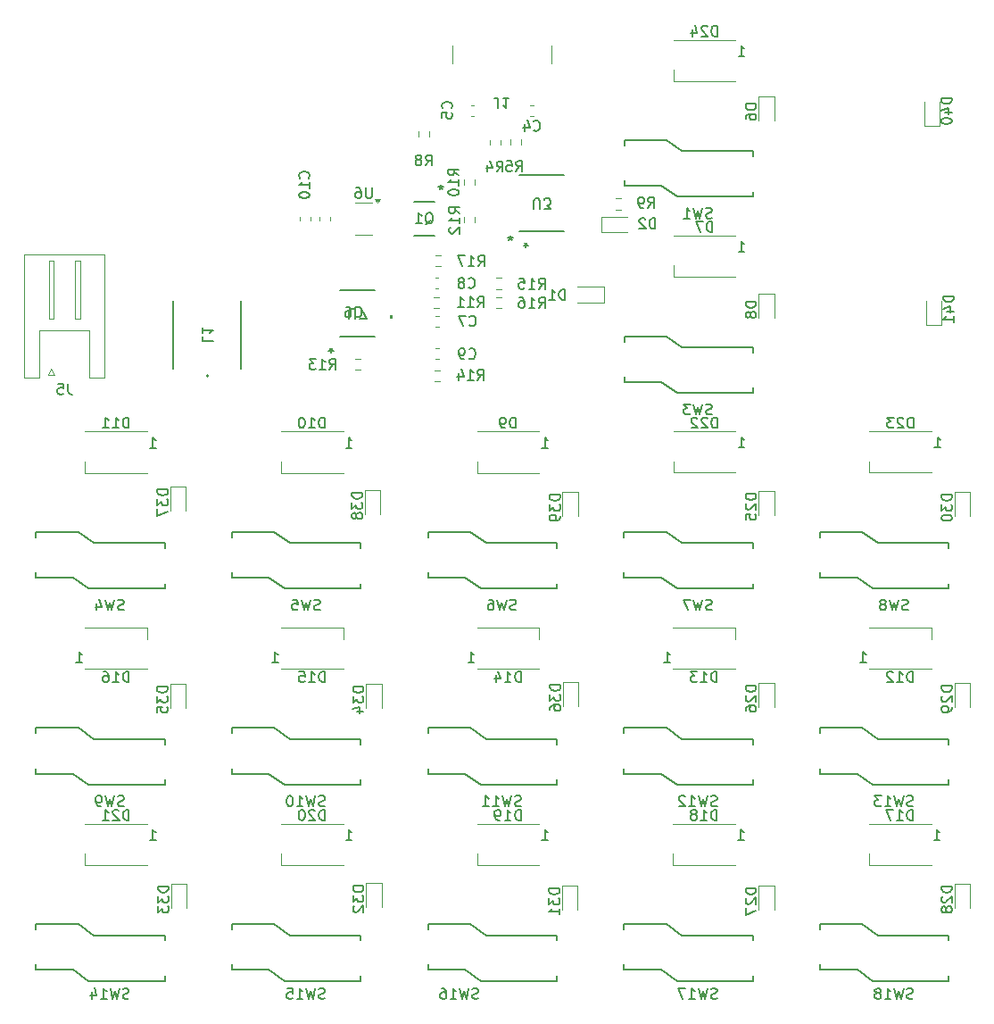
<source format=gbr>
%TF.GenerationSoftware,KiCad,Pcbnew,8.0.6*%
%TF.CreationDate,2025-02-02T15:37:04-07:00*%
%TF.ProjectId,Modular MacroPad,4d6f6475-6c61-4722-904d-6163726f5061,rev?*%
%TF.SameCoordinates,Original*%
%TF.FileFunction,Legend,Bot*%
%TF.FilePolarity,Positive*%
%FSLAX46Y46*%
G04 Gerber Fmt 4.6, Leading zero omitted, Abs format (unit mm)*
G04 Created by KiCad (PCBNEW 8.0.6) date 2025-02-02 15:37:04*
%MOMM*%
%LPD*%
G01*
G04 APERTURE LIST*
%ADD10C,0.150000*%
%ADD11C,0.120000*%
%ADD12C,0.152400*%
%ADD13C,0.000000*%
G04 APERTURE END LIST*
D10*
X149575122Y-103990808D02*
X149432265Y-104038427D01*
X149432265Y-104038427D02*
X149194170Y-104038427D01*
X149194170Y-104038427D02*
X149098932Y-103990808D01*
X149098932Y-103990808D02*
X149051313Y-103943188D01*
X149051313Y-103943188D02*
X149003694Y-103847950D01*
X149003694Y-103847950D02*
X149003694Y-103752712D01*
X149003694Y-103752712D02*
X149051313Y-103657474D01*
X149051313Y-103657474D02*
X149098932Y-103609855D01*
X149098932Y-103609855D02*
X149194170Y-103562236D01*
X149194170Y-103562236D02*
X149384646Y-103514617D01*
X149384646Y-103514617D02*
X149479884Y-103466998D01*
X149479884Y-103466998D02*
X149527503Y-103419379D01*
X149527503Y-103419379D02*
X149575122Y-103324141D01*
X149575122Y-103324141D02*
X149575122Y-103228903D01*
X149575122Y-103228903D02*
X149527503Y-103133665D01*
X149527503Y-103133665D02*
X149479884Y-103086046D01*
X149479884Y-103086046D02*
X149384646Y-103038427D01*
X149384646Y-103038427D02*
X149146551Y-103038427D01*
X149146551Y-103038427D02*
X149003694Y-103086046D01*
X148670360Y-103038427D02*
X148432265Y-104038427D01*
X148432265Y-104038427D02*
X148241789Y-103324141D01*
X148241789Y-103324141D02*
X148051313Y-104038427D01*
X148051313Y-104038427D02*
X147813218Y-103038427D01*
X147003694Y-103038427D02*
X147194170Y-103038427D01*
X147194170Y-103038427D02*
X147289408Y-103086046D01*
X147289408Y-103086046D02*
X147337027Y-103133665D01*
X147337027Y-103133665D02*
X147432265Y-103276522D01*
X147432265Y-103276522D02*
X147479884Y-103466998D01*
X147479884Y-103466998D02*
X147479884Y-103847950D01*
X147479884Y-103847950D02*
X147432265Y-103943188D01*
X147432265Y-103943188D02*
X147384646Y-103990808D01*
X147384646Y-103990808D02*
X147289408Y-104038427D01*
X147289408Y-104038427D02*
X147098932Y-104038427D01*
X147098932Y-104038427D02*
X147003694Y-103990808D01*
X147003694Y-103990808D02*
X146956075Y-103943188D01*
X146956075Y-103943188D02*
X146908456Y-103847950D01*
X146908456Y-103847950D02*
X146908456Y-103609855D01*
X146908456Y-103609855D02*
X146956075Y-103514617D01*
X146956075Y-103514617D02*
X147003694Y-103466998D01*
X147003694Y-103466998D02*
X147098932Y-103419379D01*
X147098932Y-103419379D02*
X147289408Y-103419379D01*
X147289408Y-103419379D02*
X147384646Y-103466998D01*
X147384646Y-103466998D02*
X147432265Y-103514617D01*
X147432265Y-103514617D02*
X147479884Y-103609855D01*
X187251313Y-122590808D02*
X187108456Y-122638427D01*
X187108456Y-122638427D02*
X186870361Y-122638427D01*
X186870361Y-122638427D02*
X186775123Y-122590808D01*
X186775123Y-122590808D02*
X186727504Y-122543188D01*
X186727504Y-122543188D02*
X186679885Y-122447950D01*
X186679885Y-122447950D02*
X186679885Y-122352712D01*
X186679885Y-122352712D02*
X186727504Y-122257474D01*
X186727504Y-122257474D02*
X186775123Y-122209855D01*
X186775123Y-122209855D02*
X186870361Y-122162236D01*
X186870361Y-122162236D02*
X187060837Y-122114617D01*
X187060837Y-122114617D02*
X187156075Y-122066998D01*
X187156075Y-122066998D02*
X187203694Y-122019379D01*
X187203694Y-122019379D02*
X187251313Y-121924141D01*
X187251313Y-121924141D02*
X187251313Y-121828903D01*
X187251313Y-121828903D02*
X187203694Y-121733665D01*
X187203694Y-121733665D02*
X187156075Y-121686046D01*
X187156075Y-121686046D02*
X187060837Y-121638427D01*
X187060837Y-121638427D02*
X186822742Y-121638427D01*
X186822742Y-121638427D02*
X186679885Y-121686046D01*
X186346551Y-121638427D02*
X186108456Y-122638427D01*
X186108456Y-122638427D02*
X185917980Y-121924141D01*
X185917980Y-121924141D02*
X185727504Y-122638427D01*
X185727504Y-122638427D02*
X185489409Y-121638427D01*
X184584647Y-122638427D02*
X185156075Y-122638427D01*
X184870361Y-122638427D02*
X184870361Y-121638427D01*
X184870361Y-121638427D02*
X184965599Y-121781284D01*
X184965599Y-121781284D02*
X185060837Y-121876522D01*
X185060837Y-121876522D02*
X185156075Y-121924141D01*
X184251313Y-121638427D02*
X183632266Y-121638427D01*
X183632266Y-121638427D02*
X183965599Y-122019379D01*
X183965599Y-122019379D02*
X183822742Y-122019379D01*
X183822742Y-122019379D02*
X183727504Y-122066998D01*
X183727504Y-122066998D02*
X183679885Y-122114617D01*
X183679885Y-122114617D02*
X183632266Y-122209855D01*
X183632266Y-122209855D02*
X183632266Y-122447950D01*
X183632266Y-122447950D02*
X183679885Y-122543188D01*
X183679885Y-122543188D02*
X183727504Y-122590808D01*
X183727504Y-122590808D02*
X183822742Y-122638427D01*
X183822742Y-122638427D02*
X184108456Y-122638427D01*
X184108456Y-122638427D02*
X184203694Y-122590808D01*
X184203694Y-122590808D02*
X184251313Y-122543188D01*
X168651313Y-122590808D02*
X168508456Y-122638427D01*
X168508456Y-122638427D02*
X168270361Y-122638427D01*
X168270361Y-122638427D02*
X168175123Y-122590808D01*
X168175123Y-122590808D02*
X168127504Y-122543188D01*
X168127504Y-122543188D02*
X168079885Y-122447950D01*
X168079885Y-122447950D02*
X168079885Y-122352712D01*
X168079885Y-122352712D02*
X168127504Y-122257474D01*
X168127504Y-122257474D02*
X168175123Y-122209855D01*
X168175123Y-122209855D02*
X168270361Y-122162236D01*
X168270361Y-122162236D02*
X168460837Y-122114617D01*
X168460837Y-122114617D02*
X168556075Y-122066998D01*
X168556075Y-122066998D02*
X168603694Y-122019379D01*
X168603694Y-122019379D02*
X168651313Y-121924141D01*
X168651313Y-121924141D02*
X168651313Y-121828903D01*
X168651313Y-121828903D02*
X168603694Y-121733665D01*
X168603694Y-121733665D02*
X168556075Y-121686046D01*
X168556075Y-121686046D02*
X168460837Y-121638427D01*
X168460837Y-121638427D02*
X168222742Y-121638427D01*
X168222742Y-121638427D02*
X168079885Y-121686046D01*
X167746551Y-121638427D02*
X167508456Y-122638427D01*
X167508456Y-122638427D02*
X167317980Y-121924141D01*
X167317980Y-121924141D02*
X167127504Y-122638427D01*
X167127504Y-122638427D02*
X166889409Y-121638427D01*
X165984647Y-122638427D02*
X166556075Y-122638427D01*
X166270361Y-122638427D02*
X166270361Y-121638427D01*
X166270361Y-121638427D02*
X166365599Y-121781284D01*
X166365599Y-121781284D02*
X166460837Y-121876522D01*
X166460837Y-121876522D02*
X166556075Y-121924141D01*
X165603694Y-121733665D02*
X165556075Y-121686046D01*
X165556075Y-121686046D02*
X165460837Y-121638427D01*
X165460837Y-121638427D02*
X165222742Y-121638427D01*
X165222742Y-121638427D02*
X165127504Y-121686046D01*
X165127504Y-121686046D02*
X165079885Y-121733665D01*
X165079885Y-121733665D02*
X165032266Y-121828903D01*
X165032266Y-121828903D02*
X165032266Y-121924141D01*
X165032266Y-121924141D02*
X165079885Y-122066998D01*
X165079885Y-122066998D02*
X165651313Y-122638427D01*
X165651313Y-122638427D02*
X165032266Y-122638427D01*
X112375122Y-122590808D02*
X112232265Y-122638427D01*
X112232265Y-122638427D02*
X111994170Y-122638427D01*
X111994170Y-122638427D02*
X111898932Y-122590808D01*
X111898932Y-122590808D02*
X111851313Y-122543188D01*
X111851313Y-122543188D02*
X111803694Y-122447950D01*
X111803694Y-122447950D02*
X111803694Y-122352712D01*
X111803694Y-122352712D02*
X111851313Y-122257474D01*
X111851313Y-122257474D02*
X111898932Y-122209855D01*
X111898932Y-122209855D02*
X111994170Y-122162236D01*
X111994170Y-122162236D02*
X112184646Y-122114617D01*
X112184646Y-122114617D02*
X112279884Y-122066998D01*
X112279884Y-122066998D02*
X112327503Y-122019379D01*
X112327503Y-122019379D02*
X112375122Y-121924141D01*
X112375122Y-121924141D02*
X112375122Y-121828903D01*
X112375122Y-121828903D02*
X112327503Y-121733665D01*
X112327503Y-121733665D02*
X112279884Y-121686046D01*
X112279884Y-121686046D02*
X112184646Y-121638427D01*
X112184646Y-121638427D02*
X111946551Y-121638427D01*
X111946551Y-121638427D02*
X111803694Y-121686046D01*
X111470360Y-121638427D02*
X111232265Y-122638427D01*
X111232265Y-122638427D02*
X111041789Y-121924141D01*
X111041789Y-121924141D02*
X110851313Y-122638427D01*
X110851313Y-122638427D02*
X110613218Y-121638427D01*
X110184646Y-122638427D02*
X109994170Y-122638427D01*
X109994170Y-122638427D02*
X109898932Y-122590808D01*
X109898932Y-122590808D02*
X109851313Y-122543188D01*
X109851313Y-122543188D02*
X109756075Y-122400331D01*
X109756075Y-122400331D02*
X109708456Y-122209855D01*
X109708456Y-122209855D02*
X109708456Y-121828903D01*
X109708456Y-121828903D02*
X109756075Y-121733665D01*
X109756075Y-121733665D02*
X109803694Y-121686046D01*
X109803694Y-121686046D02*
X109898932Y-121638427D01*
X109898932Y-121638427D02*
X110089408Y-121638427D01*
X110089408Y-121638427D02*
X110184646Y-121686046D01*
X110184646Y-121686046D02*
X110232265Y-121733665D01*
X110232265Y-121733665D02*
X110279884Y-121828903D01*
X110279884Y-121828903D02*
X110279884Y-122066998D01*
X110279884Y-122066998D02*
X110232265Y-122162236D01*
X110232265Y-122162236D02*
X110184646Y-122209855D01*
X110184646Y-122209855D02*
X110089408Y-122257474D01*
X110089408Y-122257474D02*
X109898932Y-122257474D01*
X109898932Y-122257474D02*
X109803694Y-122209855D01*
X109803694Y-122209855D02*
X109756075Y-122162236D01*
X109756075Y-122162236D02*
X109708456Y-122066998D01*
X130975122Y-103990808D02*
X130832265Y-104038427D01*
X130832265Y-104038427D02*
X130594170Y-104038427D01*
X130594170Y-104038427D02*
X130498932Y-103990808D01*
X130498932Y-103990808D02*
X130451313Y-103943188D01*
X130451313Y-103943188D02*
X130403694Y-103847950D01*
X130403694Y-103847950D02*
X130403694Y-103752712D01*
X130403694Y-103752712D02*
X130451313Y-103657474D01*
X130451313Y-103657474D02*
X130498932Y-103609855D01*
X130498932Y-103609855D02*
X130594170Y-103562236D01*
X130594170Y-103562236D02*
X130784646Y-103514617D01*
X130784646Y-103514617D02*
X130879884Y-103466998D01*
X130879884Y-103466998D02*
X130927503Y-103419379D01*
X130927503Y-103419379D02*
X130975122Y-103324141D01*
X130975122Y-103324141D02*
X130975122Y-103228903D01*
X130975122Y-103228903D02*
X130927503Y-103133665D01*
X130927503Y-103133665D02*
X130879884Y-103086046D01*
X130879884Y-103086046D02*
X130784646Y-103038427D01*
X130784646Y-103038427D02*
X130546551Y-103038427D01*
X130546551Y-103038427D02*
X130403694Y-103086046D01*
X130070360Y-103038427D02*
X129832265Y-104038427D01*
X129832265Y-104038427D02*
X129641789Y-103324141D01*
X129641789Y-103324141D02*
X129451313Y-104038427D01*
X129451313Y-104038427D02*
X129213218Y-103038427D01*
X128356075Y-103038427D02*
X128832265Y-103038427D01*
X128832265Y-103038427D02*
X128879884Y-103514617D01*
X128879884Y-103514617D02*
X128832265Y-103466998D01*
X128832265Y-103466998D02*
X128737027Y-103419379D01*
X128737027Y-103419379D02*
X128498932Y-103419379D01*
X128498932Y-103419379D02*
X128403694Y-103466998D01*
X128403694Y-103466998D02*
X128356075Y-103514617D01*
X128356075Y-103514617D02*
X128308456Y-103609855D01*
X128308456Y-103609855D02*
X128308456Y-103847950D01*
X128308456Y-103847950D02*
X128356075Y-103943188D01*
X128356075Y-103943188D02*
X128403694Y-103990808D01*
X128403694Y-103990808D02*
X128498932Y-104038427D01*
X128498932Y-104038427D02*
X128737027Y-104038427D01*
X128737027Y-104038427D02*
X128832265Y-103990808D01*
X128832265Y-103990808D02*
X128879884Y-103943188D01*
X150051313Y-122590808D02*
X149908456Y-122638427D01*
X149908456Y-122638427D02*
X149670361Y-122638427D01*
X149670361Y-122638427D02*
X149575123Y-122590808D01*
X149575123Y-122590808D02*
X149527504Y-122543188D01*
X149527504Y-122543188D02*
X149479885Y-122447950D01*
X149479885Y-122447950D02*
X149479885Y-122352712D01*
X149479885Y-122352712D02*
X149527504Y-122257474D01*
X149527504Y-122257474D02*
X149575123Y-122209855D01*
X149575123Y-122209855D02*
X149670361Y-122162236D01*
X149670361Y-122162236D02*
X149860837Y-122114617D01*
X149860837Y-122114617D02*
X149956075Y-122066998D01*
X149956075Y-122066998D02*
X150003694Y-122019379D01*
X150003694Y-122019379D02*
X150051313Y-121924141D01*
X150051313Y-121924141D02*
X150051313Y-121828903D01*
X150051313Y-121828903D02*
X150003694Y-121733665D01*
X150003694Y-121733665D02*
X149956075Y-121686046D01*
X149956075Y-121686046D02*
X149860837Y-121638427D01*
X149860837Y-121638427D02*
X149622742Y-121638427D01*
X149622742Y-121638427D02*
X149479885Y-121686046D01*
X149146551Y-121638427D02*
X148908456Y-122638427D01*
X148908456Y-122638427D02*
X148717980Y-121924141D01*
X148717980Y-121924141D02*
X148527504Y-122638427D01*
X148527504Y-122638427D02*
X148289409Y-121638427D01*
X147384647Y-122638427D02*
X147956075Y-122638427D01*
X147670361Y-122638427D02*
X147670361Y-121638427D01*
X147670361Y-121638427D02*
X147765599Y-121781284D01*
X147765599Y-121781284D02*
X147860837Y-121876522D01*
X147860837Y-121876522D02*
X147956075Y-121924141D01*
X146432266Y-122638427D02*
X147003694Y-122638427D01*
X146717980Y-122638427D02*
X146717980Y-121638427D01*
X146717980Y-121638427D02*
X146813218Y-121781284D01*
X146813218Y-121781284D02*
X146908456Y-121876522D01*
X146908456Y-121876522D02*
X147003694Y-121924141D01*
X131451313Y-122590808D02*
X131308456Y-122638427D01*
X131308456Y-122638427D02*
X131070361Y-122638427D01*
X131070361Y-122638427D02*
X130975123Y-122590808D01*
X130975123Y-122590808D02*
X130927504Y-122543188D01*
X130927504Y-122543188D02*
X130879885Y-122447950D01*
X130879885Y-122447950D02*
X130879885Y-122352712D01*
X130879885Y-122352712D02*
X130927504Y-122257474D01*
X130927504Y-122257474D02*
X130975123Y-122209855D01*
X130975123Y-122209855D02*
X131070361Y-122162236D01*
X131070361Y-122162236D02*
X131260837Y-122114617D01*
X131260837Y-122114617D02*
X131356075Y-122066998D01*
X131356075Y-122066998D02*
X131403694Y-122019379D01*
X131403694Y-122019379D02*
X131451313Y-121924141D01*
X131451313Y-121924141D02*
X131451313Y-121828903D01*
X131451313Y-121828903D02*
X131403694Y-121733665D01*
X131403694Y-121733665D02*
X131356075Y-121686046D01*
X131356075Y-121686046D02*
X131260837Y-121638427D01*
X131260837Y-121638427D02*
X131022742Y-121638427D01*
X131022742Y-121638427D02*
X130879885Y-121686046D01*
X130546551Y-121638427D02*
X130308456Y-122638427D01*
X130308456Y-122638427D02*
X130117980Y-121924141D01*
X130117980Y-121924141D02*
X129927504Y-122638427D01*
X129927504Y-122638427D02*
X129689409Y-121638427D01*
X128784647Y-122638427D02*
X129356075Y-122638427D01*
X129070361Y-122638427D02*
X129070361Y-121638427D01*
X129070361Y-121638427D02*
X129165599Y-121781284D01*
X129165599Y-121781284D02*
X129260837Y-121876522D01*
X129260837Y-121876522D02*
X129356075Y-121924141D01*
X128165599Y-121638427D02*
X128070361Y-121638427D01*
X128070361Y-121638427D02*
X127975123Y-121686046D01*
X127975123Y-121686046D02*
X127927504Y-121733665D01*
X127927504Y-121733665D02*
X127879885Y-121828903D01*
X127879885Y-121828903D02*
X127832266Y-122019379D01*
X127832266Y-122019379D02*
X127832266Y-122257474D01*
X127832266Y-122257474D02*
X127879885Y-122447950D01*
X127879885Y-122447950D02*
X127927504Y-122543188D01*
X127927504Y-122543188D02*
X127975123Y-122590808D01*
X127975123Y-122590808D02*
X128070361Y-122638427D01*
X128070361Y-122638427D02*
X128165599Y-122638427D01*
X128165599Y-122638427D02*
X128260837Y-122590808D01*
X128260837Y-122590808D02*
X128308456Y-122543188D01*
X128308456Y-122543188D02*
X128356075Y-122447950D01*
X128356075Y-122447950D02*
X128403694Y-122257474D01*
X128403694Y-122257474D02*
X128403694Y-122019379D01*
X128403694Y-122019379D02*
X128356075Y-121828903D01*
X128356075Y-121828903D02*
X128308456Y-121733665D01*
X128308456Y-121733665D02*
X128260837Y-121686046D01*
X128260837Y-121686046D02*
X128165599Y-121638427D01*
X112851313Y-140850389D02*
X112708456Y-140898008D01*
X112708456Y-140898008D02*
X112470361Y-140898008D01*
X112470361Y-140898008D02*
X112375123Y-140850389D01*
X112375123Y-140850389D02*
X112327504Y-140802769D01*
X112327504Y-140802769D02*
X112279885Y-140707531D01*
X112279885Y-140707531D02*
X112279885Y-140612293D01*
X112279885Y-140612293D02*
X112327504Y-140517055D01*
X112327504Y-140517055D02*
X112375123Y-140469436D01*
X112375123Y-140469436D02*
X112470361Y-140421817D01*
X112470361Y-140421817D02*
X112660837Y-140374198D01*
X112660837Y-140374198D02*
X112756075Y-140326579D01*
X112756075Y-140326579D02*
X112803694Y-140278960D01*
X112803694Y-140278960D02*
X112851313Y-140183722D01*
X112851313Y-140183722D02*
X112851313Y-140088484D01*
X112851313Y-140088484D02*
X112803694Y-139993246D01*
X112803694Y-139993246D02*
X112756075Y-139945627D01*
X112756075Y-139945627D02*
X112660837Y-139898008D01*
X112660837Y-139898008D02*
X112422742Y-139898008D01*
X112422742Y-139898008D02*
X112279885Y-139945627D01*
X111946551Y-139898008D02*
X111708456Y-140898008D01*
X111708456Y-140898008D02*
X111517980Y-140183722D01*
X111517980Y-140183722D02*
X111327504Y-140898008D01*
X111327504Y-140898008D02*
X111089409Y-139898008D01*
X110184647Y-140898008D02*
X110756075Y-140898008D01*
X110470361Y-140898008D02*
X110470361Y-139898008D01*
X110470361Y-139898008D02*
X110565599Y-140040865D01*
X110565599Y-140040865D02*
X110660837Y-140136103D01*
X110660837Y-140136103D02*
X110756075Y-140183722D01*
X109327504Y-140231341D02*
X109327504Y-140898008D01*
X109565599Y-139850389D02*
X109803694Y-140564674D01*
X109803694Y-140564674D02*
X109184647Y-140564674D01*
X187251313Y-140850389D02*
X187108456Y-140898008D01*
X187108456Y-140898008D02*
X186870361Y-140898008D01*
X186870361Y-140898008D02*
X186775123Y-140850389D01*
X186775123Y-140850389D02*
X186727504Y-140802769D01*
X186727504Y-140802769D02*
X186679885Y-140707531D01*
X186679885Y-140707531D02*
X186679885Y-140612293D01*
X186679885Y-140612293D02*
X186727504Y-140517055D01*
X186727504Y-140517055D02*
X186775123Y-140469436D01*
X186775123Y-140469436D02*
X186870361Y-140421817D01*
X186870361Y-140421817D02*
X187060837Y-140374198D01*
X187060837Y-140374198D02*
X187156075Y-140326579D01*
X187156075Y-140326579D02*
X187203694Y-140278960D01*
X187203694Y-140278960D02*
X187251313Y-140183722D01*
X187251313Y-140183722D02*
X187251313Y-140088484D01*
X187251313Y-140088484D02*
X187203694Y-139993246D01*
X187203694Y-139993246D02*
X187156075Y-139945627D01*
X187156075Y-139945627D02*
X187060837Y-139898008D01*
X187060837Y-139898008D02*
X186822742Y-139898008D01*
X186822742Y-139898008D02*
X186679885Y-139945627D01*
X186346551Y-139898008D02*
X186108456Y-140898008D01*
X186108456Y-140898008D02*
X185917980Y-140183722D01*
X185917980Y-140183722D02*
X185727504Y-140898008D01*
X185727504Y-140898008D02*
X185489409Y-139898008D01*
X184584647Y-140898008D02*
X185156075Y-140898008D01*
X184870361Y-140898008D02*
X184870361Y-139898008D01*
X184870361Y-139898008D02*
X184965599Y-140040865D01*
X184965599Y-140040865D02*
X185060837Y-140136103D01*
X185060837Y-140136103D02*
X185156075Y-140183722D01*
X184013218Y-140326579D02*
X184108456Y-140278960D01*
X184108456Y-140278960D02*
X184156075Y-140231341D01*
X184156075Y-140231341D02*
X184203694Y-140136103D01*
X184203694Y-140136103D02*
X184203694Y-140088484D01*
X184203694Y-140088484D02*
X184156075Y-139993246D01*
X184156075Y-139993246D02*
X184108456Y-139945627D01*
X184108456Y-139945627D02*
X184013218Y-139898008D01*
X184013218Y-139898008D02*
X183822742Y-139898008D01*
X183822742Y-139898008D02*
X183727504Y-139945627D01*
X183727504Y-139945627D02*
X183679885Y-139993246D01*
X183679885Y-139993246D02*
X183632266Y-140088484D01*
X183632266Y-140088484D02*
X183632266Y-140136103D01*
X183632266Y-140136103D02*
X183679885Y-140231341D01*
X183679885Y-140231341D02*
X183727504Y-140278960D01*
X183727504Y-140278960D02*
X183822742Y-140326579D01*
X183822742Y-140326579D02*
X184013218Y-140326579D01*
X184013218Y-140326579D02*
X184108456Y-140374198D01*
X184108456Y-140374198D02*
X184156075Y-140421817D01*
X184156075Y-140421817D02*
X184203694Y-140517055D01*
X184203694Y-140517055D02*
X184203694Y-140707531D01*
X184203694Y-140707531D02*
X184156075Y-140802769D01*
X184156075Y-140802769D02*
X184108456Y-140850389D01*
X184108456Y-140850389D02*
X184013218Y-140898008D01*
X184013218Y-140898008D02*
X183822742Y-140898008D01*
X183822742Y-140898008D02*
X183727504Y-140850389D01*
X183727504Y-140850389D02*
X183679885Y-140802769D01*
X183679885Y-140802769D02*
X183632266Y-140707531D01*
X183632266Y-140707531D02*
X183632266Y-140517055D01*
X183632266Y-140517055D02*
X183679885Y-140421817D01*
X183679885Y-140421817D02*
X183727504Y-140374198D01*
X183727504Y-140374198D02*
X183822742Y-140326579D01*
X112375122Y-103990808D02*
X112232265Y-104038427D01*
X112232265Y-104038427D02*
X111994170Y-104038427D01*
X111994170Y-104038427D02*
X111898932Y-103990808D01*
X111898932Y-103990808D02*
X111851313Y-103943188D01*
X111851313Y-103943188D02*
X111803694Y-103847950D01*
X111803694Y-103847950D02*
X111803694Y-103752712D01*
X111803694Y-103752712D02*
X111851313Y-103657474D01*
X111851313Y-103657474D02*
X111898932Y-103609855D01*
X111898932Y-103609855D02*
X111994170Y-103562236D01*
X111994170Y-103562236D02*
X112184646Y-103514617D01*
X112184646Y-103514617D02*
X112279884Y-103466998D01*
X112279884Y-103466998D02*
X112327503Y-103419379D01*
X112327503Y-103419379D02*
X112375122Y-103324141D01*
X112375122Y-103324141D02*
X112375122Y-103228903D01*
X112375122Y-103228903D02*
X112327503Y-103133665D01*
X112327503Y-103133665D02*
X112279884Y-103086046D01*
X112279884Y-103086046D02*
X112184646Y-103038427D01*
X112184646Y-103038427D02*
X111946551Y-103038427D01*
X111946551Y-103038427D02*
X111803694Y-103086046D01*
X111470360Y-103038427D02*
X111232265Y-104038427D01*
X111232265Y-104038427D02*
X111041789Y-103324141D01*
X111041789Y-103324141D02*
X110851313Y-104038427D01*
X110851313Y-104038427D02*
X110613218Y-103038427D01*
X109803694Y-103371760D02*
X109803694Y-104038427D01*
X110041789Y-102990808D02*
X110279884Y-103705093D01*
X110279884Y-103705093D02*
X109660837Y-103705093D01*
X131451313Y-140850389D02*
X131308456Y-140898008D01*
X131308456Y-140898008D02*
X131070361Y-140898008D01*
X131070361Y-140898008D02*
X130975123Y-140850389D01*
X130975123Y-140850389D02*
X130927504Y-140802769D01*
X130927504Y-140802769D02*
X130879885Y-140707531D01*
X130879885Y-140707531D02*
X130879885Y-140612293D01*
X130879885Y-140612293D02*
X130927504Y-140517055D01*
X130927504Y-140517055D02*
X130975123Y-140469436D01*
X130975123Y-140469436D02*
X131070361Y-140421817D01*
X131070361Y-140421817D02*
X131260837Y-140374198D01*
X131260837Y-140374198D02*
X131356075Y-140326579D01*
X131356075Y-140326579D02*
X131403694Y-140278960D01*
X131403694Y-140278960D02*
X131451313Y-140183722D01*
X131451313Y-140183722D02*
X131451313Y-140088484D01*
X131451313Y-140088484D02*
X131403694Y-139993246D01*
X131403694Y-139993246D02*
X131356075Y-139945627D01*
X131356075Y-139945627D02*
X131260837Y-139898008D01*
X131260837Y-139898008D02*
X131022742Y-139898008D01*
X131022742Y-139898008D02*
X130879885Y-139945627D01*
X130546551Y-139898008D02*
X130308456Y-140898008D01*
X130308456Y-140898008D02*
X130117980Y-140183722D01*
X130117980Y-140183722D02*
X129927504Y-140898008D01*
X129927504Y-140898008D02*
X129689409Y-139898008D01*
X128784647Y-140898008D02*
X129356075Y-140898008D01*
X129070361Y-140898008D02*
X129070361Y-139898008D01*
X129070361Y-139898008D02*
X129165599Y-140040865D01*
X129165599Y-140040865D02*
X129260837Y-140136103D01*
X129260837Y-140136103D02*
X129356075Y-140183722D01*
X127879885Y-139898008D02*
X128356075Y-139898008D01*
X128356075Y-139898008D02*
X128403694Y-140374198D01*
X128403694Y-140374198D02*
X128356075Y-140326579D01*
X128356075Y-140326579D02*
X128260837Y-140278960D01*
X128260837Y-140278960D02*
X128022742Y-140278960D01*
X128022742Y-140278960D02*
X127927504Y-140326579D01*
X127927504Y-140326579D02*
X127879885Y-140374198D01*
X127879885Y-140374198D02*
X127832266Y-140469436D01*
X127832266Y-140469436D02*
X127832266Y-140707531D01*
X127832266Y-140707531D02*
X127879885Y-140802769D01*
X127879885Y-140802769D02*
X127927504Y-140850389D01*
X127927504Y-140850389D02*
X128022742Y-140898008D01*
X128022742Y-140898008D02*
X128260837Y-140898008D01*
X128260837Y-140898008D02*
X128356075Y-140850389D01*
X128356075Y-140850389D02*
X128403694Y-140802769D01*
X168175122Y-103990808D02*
X168032265Y-104038427D01*
X168032265Y-104038427D02*
X167794170Y-104038427D01*
X167794170Y-104038427D02*
X167698932Y-103990808D01*
X167698932Y-103990808D02*
X167651313Y-103943188D01*
X167651313Y-103943188D02*
X167603694Y-103847950D01*
X167603694Y-103847950D02*
X167603694Y-103752712D01*
X167603694Y-103752712D02*
X167651313Y-103657474D01*
X167651313Y-103657474D02*
X167698932Y-103609855D01*
X167698932Y-103609855D02*
X167794170Y-103562236D01*
X167794170Y-103562236D02*
X167984646Y-103514617D01*
X167984646Y-103514617D02*
X168079884Y-103466998D01*
X168079884Y-103466998D02*
X168127503Y-103419379D01*
X168127503Y-103419379D02*
X168175122Y-103324141D01*
X168175122Y-103324141D02*
X168175122Y-103228903D01*
X168175122Y-103228903D02*
X168127503Y-103133665D01*
X168127503Y-103133665D02*
X168079884Y-103086046D01*
X168079884Y-103086046D02*
X167984646Y-103038427D01*
X167984646Y-103038427D02*
X167746551Y-103038427D01*
X167746551Y-103038427D02*
X167603694Y-103086046D01*
X167270360Y-103038427D02*
X167032265Y-104038427D01*
X167032265Y-104038427D02*
X166841789Y-103324141D01*
X166841789Y-103324141D02*
X166651313Y-104038427D01*
X166651313Y-104038427D02*
X166413218Y-103038427D01*
X166127503Y-103038427D02*
X165460837Y-103038427D01*
X165460837Y-103038427D02*
X165889408Y-104038427D01*
X168178922Y-85446189D02*
X168036065Y-85493808D01*
X168036065Y-85493808D02*
X167797970Y-85493808D01*
X167797970Y-85493808D02*
X167702732Y-85446189D01*
X167702732Y-85446189D02*
X167655113Y-85398569D01*
X167655113Y-85398569D02*
X167607494Y-85303331D01*
X167607494Y-85303331D02*
X167607494Y-85208093D01*
X167607494Y-85208093D02*
X167655113Y-85112855D01*
X167655113Y-85112855D02*
X167702732Y-85065236D01*
X167702732Y-85065236D02*
X167797970Y-85017617D01*
X167797970Y-85017617D02*
X167988446Y-84969998D01*
X167988446Y-84969998D02*
X168083684Y-84922379D01*
X168083684Y-84922379D02*
X168131303Y-84874760D01*
X168131303Y-84874760D02*
X168178922Y-84779522D01*
X168178922Y-84779522D02*
X168178922Y-84684284D01*
X168178922Y-84684284D02*
X168131303Y-84589046D01*
X168131303Y-84589046D02*
X168083684Y-84541427D01*
X168083684Y-84541427D02*
X167988446Y-84493808D01*
X167988446Y-84493808D02*
X167750351Y-84493808D01*
X167750351Y-84493808D02*
X167607494Y-84541427D01*
X167274160Y-84493808D02*
X167036065Y-85493808D01*
X167036065Y-85493808D02*
X166845589Y-84779522D01*
X166845589Y-84779522D02*
X166655113Y-85493808D01*
X166655113Y-85493808D02*
X166417018Y-84493808D01*
X166131303Y-84493808D02*
X165512256Y-84493808D01*
X165512256Y-84493808D02*
X165845589Y-84874760D01*
X165845589Y-84874760D02*
X165702732Y-84874760D01*
X165702732Y-84874760D02*
X165607494Y-84922379D01*
X165607494Y-84922379D02*
X165559875Y-84969998D01*
X165559875Y-84969998D02*
X165512256Y-85065236D01*
X165512256Y-85065236D02*
X165512256Y-85303331D01*
X165512256Y-85303331D02*
X165559875Y-85398569D01*
X165559875Y-85398569D02*
X165607494Y-85446189D01*
X165607494Y-85446189D02*
X165702732Y-85493808D01*
X165702732Y-85493808D02*
X165988446Y-85493808D01*
X165988446Y-85493808D02*
X166083684Y-85446189D01*
X166083684Y-85446189D02*
X166131303Y-85398569D01*
X168651313Y-140850389D02*
X168508456Y-140898008D01*
X168508456Y-140898008D02*
X168270361Y-140898008D01*
X168270361Y-140898008D02*
X168175123Y-140850389D01*
X168175123Y-140850389D02*
X168127504Y-140802769D01*
X168127504Y-140802769D02*
X168079885Y-140707531D01*
X168079885Y-140707531D02*
X168079885Y-140612293D01*
X168079885Y-140612293D02*
X168127504Y-140517055D01*
X168127504Y-140517055D02*
X168175123Y-140469436D01*
X168175123Y-140469436D02*
X168270361Y-140421817D01*
X168270361Y-140421817D02*
X168460837Y-140374198D01*
X168460837Y-140374198D02*
X168556075Y-140326579D01*
X168556075Y-140326579D02*
X168603694Y-140278960D01*
X168603694Y-140278960D02*
X168651313Y-140183722D01*
X168651313Y-140183722D02*
X168651313Y-140088484D01*
X168651313Y-140088484D02*
X168603694Y-139993246D01*
X168603694Y-139993246D02*
X168556075Y-139945627D01*
X168556075Y-139945627D02*
X168460837Y-139898008D01*
X168460837Y-139898008D02*
X168222742Y-139898008D01*
X168222742Y-139898008D02*
X168079885Y-139945627D01*
X167746551Y-139898008D02*
X167508456Y-140898008D01*
X167508456Y-140898008D02*
X167317980Y-140183722D01*
X167317980Y-140183722D02*
X167127504Y-140898008D01*
X167127504Y-140898008D02*
X166889409Y-139898008D01*
X165984647Y-140898008D02*
X166556075Y-140898008D01*
X166270361Y-140898008D02*
X166270361Y-139898008D01*
X166270361Y-139898008D02*
X166365599Y-140040865D01*
X166365599Y-140040865D02*
X166460837Y-140136103D01*
X166460837Y-140136103D02*
X166556075Y-140183722D01*
X165651313Y-139898008D02*
X164984647Y-139898008D01*
X164984647Y-139898008D02*
X165413218Y-140898008D01*
X146013931Y-140850389D02*
X145871074Y-140898008D01*
X145871074Y-140898008D02*
X145632979Y-140898008D01*
X145632979Y-140898008D02*
X145537741Y-140850389D01*
X145537741Y-140850389D02*
X145490122Y-140802769D01*
X145490122Y-140802769D02*
X145442503Y-140707531D01*
X145442503Y-140707531D02*
X145442503Y-140612293D01*
X145442503Y-140612293D02*
X145490122Y-140517055D01*
X145490122Y-140517055D02*
X145537741Y-140469436D01*
X145537741Y-140469436D02*
X145632979Y-140421817D01*
X145632979Y-140421817D02*
X145823455Y-140374198D01*
X145823455Y-140374198D02*
X145918693Y-140326579D01*
X145918693Y-140326579D02*
X145966312Y-140278960D01*
X145966312Y-140278960D02*
X146013931Y-140183722D01*
X146013931Y-140183722D02*
X146013931Y-140088484D01*
X146013931Y-140088484D02*
X145966312Y-139993246D01*
X145966312Y-139993246D02*
X145918693Y-139945627D01*
X145918693Y-139945627D02*
X145823455Y-139898008D01*
X145823455Y-139898008D02*
X145585360Y-139898008D01*
X145585360Y-139898008D02*
X145442503Y-139945627D01*
X145109169Y-139898008D02*
X144871074Y-140898008D01*
X144871074Y-140898008D02*
X144680598Y-140183722D01*
X144680598Y-140183722D02*
X144490122Y-140898008D01*
X144490122Y-140898008D02*
X144252027Y-139898008D01*
X143347265Y-140898008D02*
X143918693Y-140898008D01*
X143632979Y-140898008D02*
X143632979Y-139898008D01*
X143632979Y-139898008D02*
X143728217Y-140040865D01*
X143728217Y-140040865D02*
X143823455Y-140136103D01*
X143823455Y-140136103D02*
X143918693Y-140183722D01*
X142490122Y-139898008D02*
X142680598Y-139898008D01*
X142680598Y-139898008D02*
X142775836Y-139945627D01*
X142775836Y-139945627D02*
X142823455Y-139993246D01*
X142823455Y-139993246D02*
X142918693Y-140136103D01*
X142918693Y-140136103D02*
X142966312Y-140326579D01*
X142966312Y-140326579D02*
X142966312Y-140707531D01*
X142966312Y-140707531D02*
X142918693Y-140802769D01*
X142918693Y-140802769D02*
X142871074Y-140850389D01*
X142871074Y-140850389D02*
X142775836Y-140898008D01*
X142775836Y-140898008D02*
X142585360Y-140898008D01*
X142585360Y-140898008D02*
X142490122Y-140850389D01*
X142490122Y-140850389D02*
X142442503Y-140802769D01*
X142442503Y-140802769D02*
X142394884Y-140707531D01*
X142394884Y-140707531D02*
X142394884Y-140469436D01*
X142394884Y-140469436D02*
X142442503Y-140374198D01*
X142442503Y-140374198D02*
X142490122Y-140326579D01*
X142490122Y-140326579D02*
X142585360Y-140278960D01*
X142585360Y-140278960D02*
X142775836Y-140278960D01*
X142775836Y-140278960D02*
X142871074Y-140326579D01*
X142871074Y-140326579D02*
X142918693Y-140374198D01*
X142918693Y-140374198D02*
X142966312Y-140469436D01*
X168178922Y-66827989D02*
X168036065Y-66875608D01*
X168036065Y-66875608D02*
X167797970Y-66875608D01*
X167797970Y-66875608D02*
X167702732Y-66827989D01*
X167702732Y-66827989D02*
X167655113Y-66780369D01*
X167655113Y-66780369D02*
X167607494Y-66685131D01*
X167607494Y-66685131D02*
X167607494Y-66589893D01*
X167607494Y-66589893D02*
X167655113Y-66494655D01*
X167655113Y-66494655D02*
X167702732Y-66447036D01*
X167702732Y-66447036D02*
X167797970Y-66399417D01*
X167797970Y-66399417D02*
X167988446Y-66351798D01*
X167988446Y-66351798D02*
X168083684Y-66304179D01*
X168083684Y-66304179D02*
X168131303Y-66256560D01*
X168131303Y-66256560D02*
X168178922Y-66161322D01*
X168178922Y-66161322D02*
X168178922Y-66066084D01*
X168178922Y-66066084D02*
X168131303Y-65970846D01*
X168131303Y-65970846D02*
X168083684Y-65923227D01*
X168083684Y-65923227D02*
X167988446Y-65875608D01*
X167988446Y-65875608D02*
X167750351Y-65875608D01*
X167750351Y-65875608D02*
X167607494Y-65923227D01*
X167274160Y-65875608D02*
X167036065Y-66875608D01*
X167036065Y-66875608D02*
X166845589Y-66161322D01*
X166845589Y-66161322D02*
X166655113Y-66875608D01*
X166655113Y-66875608D02*
X166417018Y-65875608D01*
X165512256Y-66875608D02*
X166083684Y-66875608D01*
X165797970Y-66875608D02*
X165797970Y-65875608D01*
X165797970Y-65875608D02*
X165893208Y-66018465D01*
X165893208Y-66018465D02*
X165988446Y-66113703D01*
X165988446Y-66113703D02*
X166083684Y-66161322D01*
X144241209Y-66418350D02*
X143765018Y-66085017D01*
X144241209Y-65846922D02*
X143241209Y-65846922D01*
X143241209Y-65846922D02*
X143241209Y-66227874D01*
X143241209Y-66227874D02*
X143288828Y-66323112D01*
X143288828Y-66323112D02*
X143336447Y-66370731D01*
X143336447Y-66370731D02*
X143431685Y-66418350D01*
X143431685Y-66418350D02*
X143574542Y-66418350D01*
X143574542Y-66418350D02*
X143669780Y-66370731D01*
X143669780Y-66370731D02*
X143717399Y-66323112D01*
X143717399Y-66323112D02*
X143765018Y-66227874D01*
X143765018Y-66227874D02*
X143765018Y-65846922D01*
X144241209Y-67370731D02*
X144241209Y-66799303D01*
X144241209Y-67085017D02*
X143241209Y-67085017D01*
X143241209Y-67085017D02*
X143384066Y-66989779D01*
X143384066Y-66989779D02*
X143479304Y-66894541D01*
X143479304Y-66894541D02*
X143526923Y-66799303D01*
X143336447Y-67751684D02*
X143288828Y-67799303D01*
X143288828Y-67799303D02*
X143241209Y-67894541D01*
X143241209Y-67894541D02*
X143241209Y-68132636D01*
X143241209Y-68132636D02*
X143288828Y-68227874D01*
X143288828Y-68227874D02*
X143336447Y-68275493D01*
X143336447Y-68275493D02*
X143431685Y-68323112D01*
X143431685Y-68323112D02*
X143526923Y-68323112D01*
X143526923Y-68323112D02*
X143669780Y-68275493D01*
X143669780Y-68275493D02*
X144241209Y-67704065D01*
X144241209Y-67704065D02*
X144241209Y-68323112D01*
X135011209Y-92896922D02*
X134011209Y-92896922D01*
X134011209Y-92896922D02*
X134011209Y-93135017D01*
X134011209Y-93135017D02*
X134058828Y-93277874D01*
X134058828Y-93277874D02*
X134154066Y-93373112D01*
X134154066Y-93373112D02*
X134249304Y-93420731D01*
X134249304Y-93420731D02*
X134439780Y-93468350D01*
X134439780Y-93468350D02*
X134582637Y-93468350D01*
X134582637Y-93468350D02*
X134773113Y-93420731D01*
X134773113Y-93420731D02*
X134868351Y-93373112D01*
X134868351Y-93373112D02*
X134963590Y-93277874D01*
X134963590Y-93277874D02*
X135011209Y-93135017D01*
X135011209Y-93135017D02*
X135011209Y-92896922D01*
X134011209Y-93801684D02*
X134011209Y-94420731D01*
X134011209Y-94420731D02*
X134392161Y-94087398D01*
X134392161Y-94087398D02*
X134392161Y-94230255D01*
X134392161Y-94230255D02*
X134439780Y-94325493D01*
X134439780Y-94325493D02*
X134487399Y-94373112D01*
X134487399Y-94373112D02*
X134582637Y-94420731D01*
X134582637Y-94420731D02*
X134820732Y-94420731D01*
X134820732Y-94420731D02*
X134915970Y-94373112D01*
X134915970Y-94373112D02*
X134963590Y-94325493D01*
X134963590Y-94325493D02*
X135011209Y-94230255D01*
X135011209Y-94230255D02*
X135011209Y-93944541D01*
X135011209Y-93944541D02*
X134963590Y-93849303D01*
X134963590Y-93849303D02*
X134915970Y-93801684D01*
X134439780Y-94992160D02*
X134392161Y-94896922D01*
X134392161Y-94896922D02*
X134344542Y-94849303D01*
X134344542Y-94849303D02*
X134249304Y-94801684D01*
X134249304Y-94801684D02*
X134201685Y-94801684D01*
X134201685Y-94801684D02*
X134106447Y-94849303D01*
X134106447Y-94849303D02*
X134058828Y-94896922D01*
X134058828Y-94896922D02*
X134011209Y-94992160D01*
X134011209Y-94992160D02*
X134011209Y-95182636D01*
X134011209Y-95182636D02*
X134058828Y-95277874D01*
X134058828Y-95277874D02*
X134106447Y-95325493D01*
X134106447Y-95325493D02*
X134201685Y-95373112D01*
X134201685Y-95373112D02*
X134249304Y-95373112D01*
X134249304Y-95373112D02*
X134344542Y-95325493D01*
X134344542Y-95325493D02*
X134392161Y-95277874D01*
X134392161Y-95277874D02*
X134439780Y-95182636D01*
X134439780Y-95182636D02*
X134439780Y-94992160D01*
X134439780Y-94992160D02*
X134487399Y-94896922D01*
X134487399Y-94896922D02*
X134535018Y-94849303D01*
X134535018Y-94849303D02*
X134630256Y-94801684D01*
X134630256Y-94801684D02*
X134820732Y-94801684D01*
X134820732Y-94801684D02*
X134915970Y-94849303D01*
X134915970Y-94849303D02*
X134963590Y-94896922D01*
X134963590Y-94896922D02*
X135011209Y-94992160D01*
X135011209Y-94992160D02*
X135011209Y-95182636D01*
X135011209Y-95182636D02*
X134963590Y-95277874D01*
X134963590Y-95277874D02*
X134915970Y-95325493D01*
X134915970Y-95325493D02*
X134820732Y-95373112D01*
X134820732Y-95373112D02*
X134630256Y-95373112D01*
X134630256Y-95373112D02*
X134535018Y-95325493D01*
X134535018Y-95325493D02*
X134487399Y-95277874D01*
X134487399Y-95277874D02*
X134439780Y-95182636D01*
X135111209Y-111284422D02*
X134111209Y-111284422D01*
X134111209Y-111284422D02*
X134111209Y-111522517D01*
X134111209Y-111522517D02*
X134158828Y-111665374D01*
X134158828Y-111665374D02*
X134254066Y-111760612D01*
X134254066Y-111760612D02*
X134349304Y-111808231D01*
X134349304Y-111808231D02*
X134539780Y-111855850D01*
X134539780Y-111855850D02*
X134682637Y-111855850D01*
X134682637Y-111855850D02*
X134873113Y-111808231D01*
X134873113Y-111808231D02*
X134968351Y-111760612D01*
X134968351Y-111760612D02*
X135063590Y-111665374D01*
X135063590Y-111665374D02*
X135111209Y-111522517D01*
X135111209Y-111522517D02*
X135111209Y-111284422D01*
X134111209Y-112189184D02*
X134111209Y-112808231D01*
X134111209Y-112808231D02*
X134492161Y-112474898D01*
X134492161Y-112474898D02*
X134492161Y-112617755D01*
X134492161Y-112617755D02*
X134539780Y-112712993D01*
X134539780Y-112712993D02*
X134587399Y-112760612D01*
X134587399Y-112760612D02*
X134682637Y-112808231D01*
X134682637Y-112808231D02*
X134920732Y-112808231D01*
X134920732Y-112808231D02*
X135015970Y-112760612D01*
X135015970Y-112760612D02*
X135063590Y-112712993D01*
X135063590Y-112712993D02*
X135111209Y-112617755D01*
X135111209Y-112617755D02*
X135111209Y-112332041D01*
X135111209Y-112332041D02*
X135063590Y-112236803D01*
X135063590Y-112236803D02*
X135015970Y-112189184D01*
X134444542Y-113665374D02*
X135111209Y-113665374D01*
X134063590Y-113427279D02*
X134777875Y-113189184D01*
X134777875Y-113189184D02*
X134777875Y-113808231D01*
X131879247Y-81216027D02*
X132212580Y-80739836D01*
X132450675Y-81216027D02*
X132450675Y-80216027D01*
X132450675Y-80216027D02*
X132069723Y-80216027D01*
X132069723Y-80216027D02*
X131974485Y-80263646D01*
X131974485Y-80263646D02*
X131926866Y-80311265D01*
X131926866Y-80311265D02*
X131879247Y-80406503D01*
X131879247Y-80406503D02*
X131879247Y-80549360D01*
X131879247Y-80549360D02*
X131926866Y-80644598D01*
X131926866Y-80644598D02*
X131974485Y-80692217D01*
X131974485Y-80692217D02*
X132069723Y-80739836D01*
X132069723Y-80739836D02*
X132450675Y-80739836D01*
X130926866Y-81216027D02*
X131498294Y-81216027D01*
X131212580Y-81216027D02*
X131212580Y-80216027D01*
X131212580Y-80216027D02*
X131307818Y-80358884D01*
X131307818Y-80358884D02*
X131403056Y-80454122D01*
X131403056Y-80454122D02*
X131498294Y-80501741D01*
X130593532Y-80216027D02*
X129974485Y-80216027D01*
X129974485Y-80216027D02*
X130307818Y-80596979D01*
X130307818Y-80596979D02*
X130164961Y-80596979D01*
X130164961Y-80596979D02*
X130069723Y-80644598D01*
X130069723Y-80644598D02*
X130022104Y-80692217D01*
X130022104Y-80692217D02*
X129974485Y-80787455D01*
X129974485Y-80787455D02*
X129974485Y-81025550D01*
X129974485Y-81025550D02*
X130022104Y-81120788D01*
X130022104Y-81120788D02*
X130069723Y-81168408D01*
X130069723Y-81168408D02*
X130164961Y-81216027D01*
X130164961Y-81216027D02*
X130450675Y-81216027D01*
X130450675Y-81216027D02*
X130545913Y-81168408D01*
X130545913Y-81168408D02*
X130593532Y-81120788D01*
X153761209Y-93084422D02*
X152761209Y-93084422D01*
X152761209Y-93084422D02*
X152761209Y-93322517D01*
X152761209Y-93322517D02*
X152808828Y-93465374D01*
X152808828Y-93465374D02*
X152904066Y-93560612D01*
X152904066Y-93560612D02*
X152999304Y-93608231D01*
X152999304Y-93608231D02*
X153189780Y-93655850D01*
X153189780Y-93655850D02*
X153332637Y-93655850D01*
X153332637Y-93655850D02*
X153523113Y-93608231D01*
X153523113Y-93608231D02*
X153618351Y-93560612D01*
X153618351Y-93560612D02*
X153713590Y-93465374D01*
X153713590Y-93465374D02*
X153761209Y-93322517D01*
X153761209Y-93322517D02*
X153761209Y-93084422D01*
X152761209Y-93989184D02*
X152761209Y-94608231D01*
X152761209Y-94608231D02*
X153142161Y-94274898D01*
X153142161Y-94274898D02*
X153142161Y-94417755D01*
X153142161Y-94417755D02*
X153189780Y-94512993D01*
X153189780Y-94512993D02*
X153237399Y-94560612D01*
X153237399Y-94560612D02*
X153332637Y-94608231D01*
X153332637Y-94608231D02*
X153570732Y-94608231D01*
X153570732Y-94608231D02*
X153665970Y-94560612D01*
X153665970Y-94560612D02*
X153713590Y-94512993D01*
X153713590Y-94512993D02*
X153761209Y-94417755D01*
X153761209Y-94417755D02*
X153761209Y-94132041D01*
X153761209Y-94132041D02*
X153713590Y-94036803D01*
X153713590Y-94036803D02*
X153665970Y-93989184D01*
X153761209Y-95084422D02*
X153761209Y-95274898D01*
X153761209Y-95274898D02*
X153713590Y-95370136D01*
X153713590Y-95370136D02*
X153665970Y-95417755D01*
X153665970Y-95417755D02*
X153523113Y-95512993D01*
X153523113Y-95512993D02*
X153332637Y-95560612D01*
X153332637Y-95560612D02*
X152951685Y-95560612D01*
X152951685Y-95560612D02*
X152856447Y-95512993D01*
X152856447Y-95512993D02*
X152808828Y-95465374D01*
X152808828Y-95465374D02*
X152761209Y-95370136D01*
X152761209Y-95370136D02*
X152761209Y-95179660D01*
X152761209Y-95179660D02*
X152808828Y-95084422D01*
X152808828Y-95084422D02*
X152856447Y-95036803D01*
X152856447Y-95036803D02*
X152951685Y-94989184D01*
X152951685Y-94989184D02*
X153189780Y-94989184D01*
X153189780Y-94989184D02*
X153285018Y-95036803D01*
X153285018Y-95036803D02*
X153332637Y-95084422D01*
X153332637Y-95084422D02*
X153380256Y-95179660D01*
X153380256Y-95179660D02*
X153380256Y-95370136D01*
X153380256Y-95370136D02*
X153332637Y-95465374D01*
X153332637Y-95465374D02*
X153285018Y-95512993D01*
X153285018Y-95512993D02*
X153189780Y-95560612D01*
X190961209Y-93096922D02*
X189961209Y-93096922D01*
X189961209Y-93096922D02*
X189961209Y-93335017D01*
X189961209Y-93335017D02*
X190008828Y-93477874D01*
X190008828Y-93477874D02*
X190104066Y-93573112D01*
X190104066Y-93573112D02*
X190199304Y-93620731D01*
X190199304Y-93620731D02*
X190389780Y-93668350D01*
X190389780Y-93668350D02*
X190532637Y-93668350D01*
X190532637Y-93668350D02*
X190723113Y-93620731D01*
X190723113Y-93620731D02*
X190818351Y-93573112D01*
X190818351Y-93573112D02*
X190913590Y-93477874D01*
X190913590Y-93477874D02*
X190961209Y-93335017D01*
X190961209Y-93335017D02*
X190961209Y-93096922D01*
X189961209Y-94001684D02*
X189961209Y-94620731D01*
X189961209Y-94620731D02*
X190342161Y-94287398D01*
X190342161Y-94287398D02*
X190342161Y-94430255D01*
X190342161Y-94430255D02*
X190389780Y-94525493D01*
X190389780Y-94525493D02*
X190437399Y-94573112D01*
X190437399Y-94573112D02*
X190532637Y-94620731D01*
X190532637Y-94620731D02*
X190770732Y-94620731D01*
X190770732Y-94620731D02*
X190865970Y-94573112D01*
X190865970Y-94573112D02*
X190913590Y-94525493D01*
X190913590Y-94525493D02*
X190961209Y-94430255D01*
X190961209Y-94430255D02*
X190961209Y-94144541D01*
X190961209Y-94144541D02*
X190913590Y-94049303D01*
X190913590Y-94049303D02*
X190865970Y-94001684D01*
X189961209Y-95239779D02*
X189961209Y-95335017D01*
X189961209Y-95335017D02*
X190008828Y-95430255D01*
X190008828Y-95430255D02*
X190056447Y-95477874D01*
X190056447Y-95477874D02*
X190151685Y-95525493D01*
X190151685Y-95525493D02*
X190342161Y-95573112D01*
X190342161Y-95573112D02*
X190580256Y-95573112D01*
X190580256Y-95573112D02*
X190770732Y-95525493D01*
X190770732Y-95525493D02*
X190865970Y-95477874D01*
X190865970Y-95477874D02*
X190913590Y-95430255D01*
X190913590Y-95430255D02*
X190961209Y-95335017D01*
X190961209Y-95335017D02*
X190961209Y-95239779D01*
X190961209Y-95239779D02*
X190913590Y-95144541D01*
X190913590Y-95144541D02*
X190865970Y-95096922D01*
X190865970Y-95096922D02*
X190770732Y-95049303D01*
X190770732Y-95049303D02*
X190580256Y-95001684D01*
X190580256Y-95001684D02*
X190342161Y-95001684D01*
X190342161Y-95001684D02*
X190151685Y-95049303D01*
X190151685Y-95049303D02*
X190056447Y-95096922D01*
X190056447Y-95096922D02*
X190008828Y-95144541D01*
X190008828Y-95144541D02*
X189961209Y-95239779D01*
X145065556Y-73420788D02*
X145113175Y-73468408D01*
X145113175Y-73468408D02*
X145256032Y-73516027D01*
X145256032Y-73516027D02*
X145351270Y-73516027D01*
X145351270Y-73516027D02*
X145494127Y-73468408D01*
X145494127Y-73468408D02*
X145589365Y-73373169D01*
X145589365Y-73373169D02*
X145636984Y-73277931D01*
X145636984Y-73277931D02*
X145684603Y-73087455D01*
X145684603Y-73087455D02*
X145684603Y-72944598D01*
X145684603Y-72944598D02*
X145636984Y-72754122D01*
X145636984Y-72754122D02*
X145589365Y-72658884D01*
X145589365Y-72658884D02*
X145494127Y-72563646D01*
X145494127Y-72563646D02*
X145351270Y-72516027D01*
X145351270Y-72516027D02*
X145256032Y-72516027D01*
X145256032Y-72516027D02*
X145113175Y-72563646D01*
X145113175Y-72563646D02*
X145065556Y-72611265D01*
X144494127Y-72944598D02*
X144589365Y-72896979D01*
X144589365Y-72896979D02*
X144636984Y-72849360D01*
X144636984Y-72849360D02*
X144684603Y-72754122D01*
X144684603Y-72754122D02*
X144684603Y-72706503D01*
X144684603Y-72706503D02*
X144636984Y-72611265D01*
X144636984Y-72611265D02*
X144589365Y-72563646D01*
X144589365Y-72563646D02*
X144494127Y-72516027D01*
X144494127Y-72516027D02*
X144303651Y-72516027D01*
X144303651Y-72516027D02*
X144208413Y-72563646D01*
X144208413Y-72563646D02*
X144160794Y-72611265D01*
X144160794Y-72611265D02*
X144113175Y-72706503D01*
X144113175Y-72706503D02*
X144113175Y-72754122D01*
X144113175Y-72754122D02*
X144160794Y-72849360D01*
X144160794Y-72849360D02*
X144208413Y-72896979D01*
X144208413Y-72896979D02*
X144303651Y-72944598D01*
X144303651Y-72944598D02*
X144494127Y-72944598D01*
X144494127Y-72944598D02*
X144589365Y-72992217D01*
X144589365Y-72992217D02*
X144636984Y-73039836D01*
X144636984Y-73039836D02*
X144684603Y-73135074D01*
X144684603Y-73135074D02*
X144684603Y-73325550D01*
X144684603Y-73325550D02*
X144636984Y-73420788D01*
X144636984Y-73420788D02*
X144589365Y-73468408D01*
X144589365Y-73468408D02*
X144494127Y-73516027D01*
X144494127Y-73516027D02*
X144303651Y-73516027D01*
X144303651Y-73516027D02*
X144208413Y-73468408D01*
X144208413Y-73468408D02*
X144160794Y-73420788D01*
X144160794Y-73420788D02*
X144113175Y-73325550D01*
X144113175Y-73325550D02*
X144113175Y-73135074D01*
X144113175Y-73135074D02*
X144160794Y-73039836D01*
X144160794Y-73039836D02*
X144208413Y-72992217D01*
X144208413Y-72992217D02*
X144303651Y-72944598D01*
X147905056Y-56456388D02*
X147905056Y-55742103D01*
X147905056Y-55742103D02*
X147857437Y-55599246D01*
X147857437Y-55599246D02*
X147762199Y-55504008D01*
X147762199Y-55504008D02*
X147619342Y-55456388D01*
X147619342Y-55456388D02*
X147524104Y-55456388D01*
X148905056Y-55456388D02*
X148333628Y-55456388D01*
X148619342Y-55456388D02*
X148619342Y-56456388D01*
X148619342Y-56456388D02*
X148524104Y-56313531D01*
X148524104Y-56313531D02*
X148428866Y-56218293D01*
X148428866Y-56218293D02*
X148333628Y-56170674D01*
X145115556Y-80120788D02*
X145163175Y-80168408D01*
X145163175Y-80168408D02*
X145306032Y-80216027D01*
X145306032Y-80216027D02*
X145401270Y-80216027D01*
X145401270Y-80216027D02*
X145544127Y-80168408D01*
X145544127Y-80168408D02*
X145639365Y-80073169D01*
X145639365Y-80073169D02*
X145686984Y-79977931D01*
X145686984Y-79977931D02*
X145734603Y-79787455D01*
X145734603Y-79787455D02*
X145734603Y-79644598D01*
X145734603Y-79644598D02*
X145686984Y-79454122D01*
X145686984Y-79454122D02*
X145639365Y-79358884D01*
X145639365Y-79358884D02*
X145544127Y-79263646D01*
X145544127Y-79263646D02*
X145401270Y-79216027D01*
X145401270Y-79216027D02*
X145306032Y-79216027D01*
X145306032Y-79216027D02*
X145163175Y-79263646D01*
X145163175Y-79263646D02*
X145115556Y-79311265D01*
X144639365Y-80216027D02*
X144448889Y-80216027D01*
X144448889Y-80216027D02*
X144353651Y-80168408D01*
X144353651Y-80168408D02*
X144306032Y-80120788D01*
X144306032Y-80120788D02*
X144210794Y-79977931D01*
X144210794Y-79977931D02*
X144163175Y-79787455D01*
X144163175Y-79787455D02*
X144163175Y-79406503D01*
X144163175Y-79406503D02*
X144210794Y-79311265D01*
X144210794Y-79311265D02*
X144258413Y-79263646D01*
X144258413Y-79263646D02*
X144353651Y-79216027D01*
X144353651Y-79216027D02*
X144544127Y-79216027D01*
X144544127Y-79216027D02*
X144639365Y-79263646D01*
X144639365Y-79263646D02*
X144686984Y-79311265D01*
X144686984Y-79311265D02*
X144734603Y-79406503D01*
X144734603Y-79406503D02*
X144734603Y-79644598D01*
X144734603Y-79644598D02*
X144686984Y-79739836D01*
X144686984Y-79739836D02*
X144639365Y-79787455D01*
X144639365Y-79787455D02*
X144544127Y-79835074D01*
X144544127Y-79835074D02*
X144353651Y-79835074D01*
X144353651Y-79835074D02*
X144258413Y-79787455D01*
X144258413Y-79787455D02*
X144210794Y-79739836D01*
X144210794Y-79739836D02*
X144163175Y-79644598D01*
X151741747Y-73566027D02*
X152075080Y-73089836D01*
X152313175Y-73566027D02*
X152313175Y-72566027D01*
X152313175Y-72566027D02*
X151932223Y-72566027D01*
X151932223Y-72566027D02*
X151836985Y-72613646D01*
X151836985Y-72613646D02*
X151789366Y-72661265D01*
X151789366Y-72661265D02*
X151741747Y-72756503D01*
X151741747Y-72756503D02*
X151741747Y-72899360D01*
X151741747Y-72899360D02*
X151789366Y-72994598D01*
X151789366Y-72994598D02*
X151836985Y-73042217D01*
X151836985Y-73042217D02*
X151932223Y-73089836D01*
X151932223Y-73089836D02*
X152313175Y-73089836D01*
X150789366Y-73566027D02*
X151360794Y-73566027D01*
X151075080Y-73566027D02*
X151075080Y-72566027D01*
X151075080Y-72566027D02*
X151170318Y-72708884D01*
X151170318Y-72708884D02*
X151265556Y-72804122D01*
X151265556Y-72804122D02*
X151360794Y-72851741D01*
X149884604Y-72566027D02*
X150360794Y-72566027D01*
X150360794Y-72566027D02*
X150408413Y-73042217D01*
X150408413Y-73042217D02*
X150360794Y-72994598D01*
X150360794Y-72994598D02*
X150265556Y-72946979D01*
X150265556Y-72946979D02*
X150027461Y-72946979D01*
X150027461Y-72946979D02*
X149932223Y-72994598D01*
X149932223Y-72994598D02*
X149884604Y-73042217D01*
X149884604Y-73042217D02*
X149836985Y-73137455D01*
X149836985Y-73137455D02*
X149836985Y-73375550D01*
X149836985Y-73375550D02*
X149884604Y-73470788D01*
X149884604Y-73470788D02*
X149932223Y-73518408D01*
X149932223Y-73518408D02*
X150027461Y-73566027D01*
X150027461Y-73566027D02*
X150265556Y-73566027D01*
X150265556Y-73566027D02*
X150360794Y-73518408D01*
X150360794Y-73518408D02*
X150408413Y-73470788D01*
X116511209Y-111284422D02*
X115511209Y-111284422D01*
X115511209Y-111284422D02*
X115511209Y-111522517D01*
X115511209Y-111522517D02*
X115558828Y-111665374D01*
X115558828Y-111665374D02*
X115654066Y-111760612D01*
X115654066Y-111760612D02*
X115749304Y-111808231D01*
X115749304Y-111808231D02*
X115939780Y-111855850D01*
X115939780Y-111855850D02*
X116082637Y-111855850D01*
X116082637Y-111855850D02*
X116273113Y-111808231D01*
X116273113Y-111808231D02*
X116368351Y-111760612D01*
X116368351Y-111760612D02*
X116463590Y-111665374D01*
X116463590Y-111665374D02*
X116511209Y-111522517D01*
X116511209Y-111522517D02*
X116511209Y-111284422D01*
X115511209Y-112189184D02*
X115511209Y-112808231D01*
X115511209Y-112808231D02*
X115892161Y-112474898D01*
X115892161Y-112474898D02*
X115892161Y-112617755D01*
X115892161Y-112617755D02*
X115939780Y-112712993D01*
X115939780Y-112712993D02*
X115987399Y-112760612D01*
X115987399Y-112760612D02*
X116082637Y-112808231D01*
X116082637Y-112808231D02*
X116320732Y-112808231D01*
X116320732Y-112808231D02*
X116415970Y-112760612D01*
X116415970Y-112760612D02*
X116463590Y-112712993D01*
X116463590Y-112712993D02*
X116511209Y-112617755D01*
X116511209Y-112617755D02*
X116511209Y-112332041D01*
X116511209Y-112332041D02*
X116463590Y-112236803D01*
X116463590Y-112236803D02*
X116415970Y-112189184D01*
X115511209Y-113712993D02*
X115511209Y-113236803D01*
X115511209Y-113236803D02*
X115987399Y-113189184D01*
X115987399Y-113189184D02*
X115939780Y-113236803D01*
X115939780Y-113236803D02*
X115892161Y-113332041D01*
X115892161Y-113332041D02*
X115892161Y-113570136D01*
X115892161Y-113570136D02*
X115939780Y-113665374D01*
X115939780Y-113665374D02*
X115987399Y-113712993D01*
X115987399Y-113712993D02*
X116082637Y-113760612D01*
X116082637Y-113760612D02*
X116320732Y-113760612D01*
X116320732Y-113760612D02*
X116415970Y-113712993D01*
X116415970Y-113712993D02*
X116463590Y-113665374D01*
X116463590Y-113665374D02*
X116511209Y-113570136D01*
X116511209Y-113570136D02*
X116511209Y-113332041D01*
X116511209Y-113332041D02*
X116463590Y-113236803D01*
X116463590Y-113236803D02*
X116415970Y-113189184D01*
X153811209Y-111109422D02*
X152811209Y-111109422D01*
X152811209Y-111109422D02*
X152811209Y-111347517D01*
X152811209Y-111347517D02*
X152858828Y-111490374D01*
X152858828Y-111490374D02*
X152954066Y-111585612D01*
X152954066Y-111585612D02*
X153049304Y-111633231D01*
X153049304Y-111633231D02*
X153239780Y-111680850D01*
X153239780Y-111680850D02*
X153382637Y-111680850D01*
X153382637Y-111680850D02*
X153573113Y-111633231D01*
X153573113Y-111633231D02*
X153668351Y-111585612D01*
X153668351Y-111585612D02*
X153763590Y-111490374D01*
X153763590Y-111490374D02*
X153811209Y-111347517D01*
X153811209Y-111347517D02*
X153811209Y-111109422D01*
X152811209Y-112014184D02*
X152811209Y-112633231D01*
X152811209Y-112633231D02*
X153192161Y-112299898D01*
X153192161Y-112299898D02*
X153192161Y-112442755D01*
X153192161Y-112442755D02*
X153239780Y-112537993D01*
X153239780Y-112537993D02*
X153287399Y-112585612D01*
X153287399Y-112585612D02*
X153382637Y-112633231D01*
X153382637Y-112633231D02*
X153620732Y-112633231D01*
X153620732Y-112633231D02*
X153715970Y-112585612D01*
X153715970Y-112585612D02*
X153763590Y-112537993D01*
X153763590Y-112537993D02*
X153811209Y-112442755D01*
X153811209Y-112442755D02*
X153811209Y-112157041D01*
X153811209Y-112157041D02*
X153763590Y-112061803D01*
X153763590Y-112061803D02*
X153715970Y-112014184D01*
X152811209Y-113490374D02*
X152811209Y-113299898D01*
X152811209Y-113299898D02*
X152858828Y-113204660D01*
X152858828Y-113204660D02*
X152906447Y-113157041D01*
X152906447Y-113157041D02*
X153049304Y-113061803D01*
X153049304Y-113061803D02*
X153239780Y-113014184D01*
X153239780Y-113014184D02*
X153620732Y-113014184D01*
X153620732Y-113014184D02*
X153715970Y-113061803D01*
X153715970Y-113061803D02*
X153763590Y-113109422D01*
X153763590Y-113109422D02*
X153811209Y-113204660D01*
X153811209Y-113204660D02*
X153811209Y-113395136D01*
X153811209Y-113395136D02*
X153763590Y-113490374D01*
X153763590Y-113490374D02*
X153715970Y-113537993D01*
X153715970Y-113537993D02*
X153620732Y-113585612D01*
X153620732Y-113585612D02*
X153382637Y-113585612D01*
X153382637Y-113585612D02*
X153287399Y-113537993D01*
X153287399Y-113537993D02*
X153239780Y-113490374D01*
X153239780Y-113490374D02*
X153192161Y-113395136D01*
X153192161Y-113395136D02*
X153192161Y-113204660D01*
X153192161Y-113204660D02*
X153239780Y-113109422D01*
X153239780Y-113109422D02*
X153287399Y-113061803D01*
X153287399Y-113061803D02*
X153382637Y-113014184D01*
X144161209Y-62805850D02*
X143685018Y-62472517D01*
X144161209Y-62234422D02*
X143161209Y-62234422D01*
X143161209Y-62234422D02*
X143161209Y-62615374D01*
X143161209Y-62615374D02*
X143208828Y-62710612D01*
X143208828Y-62710612D02*
X143256447Y-62758231D01*
X143256447Y-62758231D02*
X143351685Y-62805850D01*
X143351685Y-62805850D02*
X143494542Y-62805850D01*
X143494542Y-62805850D02*
X143589780Y-62758231D01*
X143589780Y-62758231D02*
X143637399Y-62710612D01*
X143637399Y-62710612D02*
X143685018Y-62615374D01*
X143685018Y-62615374D02*
X143685018Y-62234422D01*
X144161209Y-63758231D02*
X144161209Y-63186803D01*
X144161209Y-63472517D02*
X143161209Y-63472517D01*
X143161209Y-63472517D02*
X143304066Y-63377279D01*
X143304066Y-63377279D02*
X143399304Y-63282041D01*
X143399304Y-63282041D02*
X143446923Y-63186803D01*
X143161209Y-64377279D02*
X143161209Y-64472517D01*
X143161209Y-64472517D02*
X143208828Y-64567755D01*
X143208828Y-64567755D02*
X143256447Y-64615374D01*
X143256447Y-64615374D02*
X143351685Y-64662993D01*
X143351685Y-64662993D02*
X143542161Y-64710612D01*
X143542161Y-64710612D02*
X143780256Y-64710612D01*
X143780256Y-64710612D02*
X143970732Y-64662993D01*
X143970732Y-64662993D02*
X144065970Y-64615374D01*
X144065970Y-64615374D02*
X144113590Y-64567755D01*
X144113590Y-64567755D02*
X144161209Y-64472517D01*
X144161209Y-64472517D02*
X144161209Y-64377279D01*
X144161209Y-64377279D02*
X144113590Y-64282041D01*
X144113590Y-64282041D02*
X144065970Y-64234422D01*
X144065970Y-64234422D02*
X143970732Y-64186803D01*
X143970732Y-64186803D02*
X143780256Y-64139184D01*
X143780256Y-64139184D02*
X143542161Y-64139184D01*
X143542161Y-64139184D02*
X143351685Y-64186803D01*
X143351685Y-64186803D02*
X143256447Y-64234422D01*
X143256447Y-64234422D02*
X143208828Y-64282041D01*
X143208828Y-64282041D02*
X143161209Y-64377279D01*
X151253056Y-58500788D02*
X151300675Y-58548408D01*
X151300675Y-58548408D02*
X151443532Y-58596027D01*
X151443532Y-58596027D02*
X151538770Y-58596027D01*
X151538770Y-58596027D02*
X151681627Y-58548408D01*
X151681627Y-58548408D02*
X151776865Y-58453169D01*
X151776865Y-58453169D02*
X151824484Y-58357931D01*
X151824484Y-58357931D02*
X151872103Y-58167455D01*
X151872103Y-58167455D02*
X151872103Y-58024598D01*
X151872103Y-58024598D02*
X151824484Y-57834122D01*
X151824484Y-57834122D02*
X151776865Y-57738884D01*
X151776865Y-57738884D02*
X151681627Y-57643646D01*
X151681627Y-57643646D02*
X151538770Y-57596027D01*
X151538770Y-57596027D02*
X151443532Y-57596027D01*
X151443532Y-57596027D02*
X151300675Y-57643646D01*
X151300675Y-57643646D02*
X151253056Y-57691265D01*
X150395913Y-57929360D02*
X150395913Y-58596027D01*
X150634008Y-57548408D02*
X150872103Y-58262693D01*
X150872103Y-58262693D02*
X150253056Y-58262693D01*
X187288375Y-86757827D02*
X187288375Y-85757827D01*
X187288375Y-85757827D02*
X187050280Y-85757827D01*
X187050280Y-85757827D02*
X186907423Y-85805446D01*
X186907423Y-85805446D02*
X186812185Y-85900684D01*
X186812185Y-85900684D02*
X186764566Y-85995922D01*
X186764566Y-85995922D02*
X186716947Y-86186398D01*
X186716947Y-86186398D02*
X186716947Y-86329255D01*
X186716947Y-86329255D02*
X186764566Y-86519731D01*
X186764566Y-86519731D02*
X186812185Y-86614969D01*
X186812185Y-86614969D02*
X186907423Y-86710208D01*
X186907423Y-86710208D02*
X187050280Y-86757827D01*
X187050280Y-86757827D02*
X187288375Y-86757827D01*
X186335994Y-85853065D02*
X186288375Y-85805446D01*
X186288375Y-85805446D02*
X186193137Y-85757827D01*
X186193137Y-85757827D02*
X185955042Y-85757827D01*
X185955042Y-85757827D02*
X185859804Y-85805446D01*
X185859804Y-85805446D02*
X185812185Y-85853065D01*
X185812185Y-85853065D02*
X185764566Y-85948303D01*
X185764566Y-85948303D02*
X185764566Y-86043541D01*
X185764566Y-86043541D02*
X185812185Y-86186398D01*
X185812185Y-86186398D02*
X186383613Y-86757827D01*
X186383613Y-86757827D02*
X185764566Y-86757827D01*
X185431232Y-85757827D02*
X184812185Y-85757827D01*
X184812185Y-85757827D02*
X185145518Y-86138779D01*
X185145518Y-86138779D02*
X185002661Y-86138779D01*
X185002661Y-86138779D02*
X184907423Y-86186398D01*
X184907423Y-86186398D02*
X184859804Y-86234017D01*
X184859804Y-86234017D02*
X184812185Y-86329255D01*
X184812185Y-86329255D02*
X184812185Y-86567350D01*
X184812185Y-86567350D02*
X184859804Y-86662588D01*
X184859804Y-86662588D02*
X184907423Y-86710208D01*
X184907423Y-86710208D02*
X185002661Y-86757827D01*
X185002661Y-86757827D02*
X185288375Y-86757827D01*
X185288375Y-86757827D02*
X185383613Y-86710208D01*
X185383613Y-86710208D02*
X185431232Y-86662588D01*
X189288375Y-88632827D02*
X189859803Y-88632827D01*
X189574089Y-88632827D02*
X189574089Y-87632827D01*
X189574089Y-87632827D02*
X189669327Y-87775684D01*
X189669327Y-87775684D02*
X189764565Y-87870922D01*
X189764565Y-87870922D02*
X189859803Y-87918541D01*
X140971478Y-67461264D02*
X141066716Y-67413645D01*
X141066716Y-67413645D02*
X141161954Y-67318407D01*
X141161954Y-67318407D02*
X141304811Y-67175549D01*
X141304811Y-67175549D02*
X141400049Y-67127930D01*
X141400049Y-67127930D02*
X141495287Y-67127930D01*
X141447668Y-67366026D02*
X141542906Y-67318407D01*
X141542906Y-67318407D02*
X141638144Y-67223168D01*
X141638144Y-67223168D02*
X141685763Y-67032692D01*
X141685763Y-67032692D02*
X141685763Y-66699359D01*
X141685763Y-66699359D02*
X141638144Y-66508883D01*
X141638144Y-66508883D02*
X141542906Y-66413645D01*
X141542906Y-66413645D02*
X141447668Y-66366026D01*
X141447668Y-66366026D02*
X141257192Y-66366026D01*
X141257192Y-66366026D02*
X141161954Y-66413645D01*
X141161954Y-66413645D02*
X141066716Y-66508883D01*
X141066716Y-66508883D02*
X141019097Y-66699359D01*
X141019097Y-66699359D02*
X141019097Y-67032692D01*
X141019097Y-67032692D02*
X141066716Y-67223168D01*
X141066716Y-67223168D02*
X141161954Y-67318407D01*
X141161954Y-67318407D02*
X141257192Y-67366026D01*
X141257192Y-67366026D02*
X141447668Y-67366026D01*
X140066716Y-67366026D02*
X140638144Y-67366026D01*
X140352430Y-67366026D02*
X140352430Y-66366026D01*
X140352430Y-66366026D02*
X140447668Y-66508883D01*
X140447668Y-66508883D02*
X140542906Y-66604121D01*
X140542906Y-66604121D02*
X140638144Y-66651740D01*
X142470089Y-63714226D02*
X142470089Y-63952321D01*
X142708184Y-63857083D02*
X142470089Y-63952321D01*
X142470089Y-63952321D02*
X142231994Y-63857083D01*
X142612946Y-64142797D02*
X142470089Y-63952321D01*
X142470089Y-63952321D02*
X142327232Y-64142797D01*
X142470089Y-63714226D02*
X142470089Y-63952321D01*
X142708184Y-63857083D02*
X142470089Y-63952321D01*
X142470089Y-63952321D02*
X142231994Y-63857083D01*
X142612946Y-64142797D02*
X142470089Y-63952321D01*
X142470089Y-63952321D02*
X142327232Y-64142797D01*
X135910794Y-63966027D02*
X135910794Y-64775550D01*
X135910794Y-64775550D02*
X135863175Y-64870788D01*
X135863175Y-64870788D02*
X135815556Y-64918408D01*
X135815556Y-64918408D02*
X135720318Y-64966027D01*
X135720318Y-64966027D02*
X135529842Y-64966027D01*
X135529842Y-64966027D02*
X135434604Y-64918408D01*
X135434604Y-64918408D02*
X135386985Y-64870788D01*
X135386985Y-64870788D02*
X135339366Y-64775550D01*
X135339366Y-64775550D02*
X135339366Y-63966027D01*
X134434604Y-63966027D02*
X134625080Y-63966027D01*
X134625080Y-63966027D02*
X134720318Y-64013646D01*
X134720318Y-64013646D02*
X134767937Y-64061265D01*
X134767937Y-64061265D02*
X134863175Y-64204122D01*
X134863175Y-64204122D02*
X134910794Y-64394598D01*
X134910794Y-64394598D02*
X134910794Y-64775550D01*
X134910794Y-64775550D02*
X134863175Y-64870788D01*
X134863175Y-64870788D02*
X134815556Y-64918408D01*
X134815556Y-64918408D02*
X134720318Y-64966027D01*
X134720318Y-64966027D02*
X134529842Y-64966027D01*
X134529842Y-64966027D02*
X134434604Y-64918408D01*
X134434604Y-64918408D02*
X134386985Y-64870788D01*
X134386985Y-64870788D02*
X134339366Y-64775550D01*
X134339366Y-64775550D02*
X134339366Y-64537455D01*
X134339366Y-64537455D02*
X134386985Y-64442217D01*
X134386985Y-64442217D02*
X134434604Y-64394598D01*
X134434604Y-64394598D02*
X134529842Y-64346979D01*
X134529842Y-64346979D02*
X134720318Y-64346979D01*
X134720318Y-64346979D02*
X134815556Y-64394598D01*
X134815556Y-64394598D02*
X134863175Y-64442217D01*
X134863175Y-64442217D02*
X134910794Y-64537455D01*
X116561209Y-92596922D02*
X115561209Y-92596922D01*
X115561209Y-92596922D02*
X115561209Y-92835017D01*
X115561209Y-92835017D02*
X115608828Y-92977874D01*
X115608828Y-92977874D02*
X115704066Y-93073112D01*
X115704066Y-93073112D02*
X115799304Y-93120731D01*
X115799304Y-93120731D02*
X115989780Y-93168350D01*
X115989780Y-93168350D02*
X116132637Y-93168350D01*
X116132637Y-93168350D02*
X116323113Y-93120731D01*
X116323113Y-93120731D02*
X116418351Y-93073112D01*
X116418351Y-93073112D02*
X116513590Y-92977874D01*
X116513590Y-92977874D02*
X116561209Y-92835017D01*
X116561209Y-92835017D02*
X116561209Y-92596922D01*
X115561209Y-93501684D02*
X115561209Y-94120731D01*
X115561209Y-94120731D02*
X115942161Y-93787398D01*
X115942161Y-93787398D02*
X115942161Y-93930255D01*
X115942161Y-93930255D02*
X115989780Y-94025493D01*
X115989780Y-94025493D02*
X116037399Y-94073112D01*
X116037399Y-94073112D02*
X116132637Y-94120731D01*
X116132637Y-94120731D02*
X116370732Y-94120731D01*
X116370732Y-94120731D02*
X116465970Y-94073112D01*
X116465970Y-94073112D02*
X116513590Y-94025493D01*
X116513590Y-94025493D02*
X116561209Y-93930255D01*
X116561209Y-93930255D02*
X116561209Y-93644541D01*
X116561209Y-93644541D02*
X116513590Y-93549303D01*
X116513590Y-93549303D02*
X116465970Y-93501684D01*
X115561209Y-94454065D02*
X115561209Y-95120731D01*
X115561209Y-95120731D02*
X116561209Y-94692160D01*
X141003056Y-61866027D02*
X141336389Y-61389836D01*
X141574484Y-61866027D02*
X141574484Y-60866027D01*
X141574484Y-60866027D02*
X141193532Y-60866027D01*
X141193532Y-60866027D02*
X141098294Y-60913646D01*
X141098294Y-60913646D02*
X141050675Y-60961265D01*
X141050675Y-60961265D02*
X141003056Y-61056503D01*
X141003056Y-61056503D02*
X141003056Y-61199360D01*
X141003056Y-61199360D02*
X141050675Y-61294598D01*
X141050675Y-61294598D02*
X141098294Y-61342217D01*
X141098294Y-61342217D02*
X141193532Y-61389836D01*
X141193532Y-61389836D02*
X141574484Y-61389836D01*
X140431627Y-61294598D02*
X140526865Y-61246979D01*
X140526865Y-61246979D02*
X140574484Y-61199360D01*
X140574484Y-61199360D02*
X140622103Y-61104122D01*
X140622103Y-61104122D02*
X140622103Y-61056503D01*
X140622103Y-61056503D02*
X140574484Y-60961265D01*
X140574484Y-60961265D02*
X140526865Y-60913646D01*
X140526865Y-60913646D02*
X140431627Y-60866027D01*
X140431627Y-60866027D02*
X140241151Y-60866027D01*
X140241151Y-60866027D02*
X140145913Y-60913646D01*
X140145913Y-60913646D02*
X140098294Y-60961265D01*
X140098294Y-60961265D02*
X140050675Y-61056503D01*
X140050675Y-61056503D02*
X140050675Y-61104122D01*
X140050675Y-61104122D02*
X140098294Y-61199360D01*
X140098294Y-61199360D02*
X140145913Y-61246979D01*
X140145913Y-61246979D02*
X140241151Y-61294598D01*
X140241151Y-61294598D02*
X140431627Y-61294598D01*
X140431627Y-61294598D02*
X140526865Y-61342217D01*
X140526865Y-61342217D02*
X140574484Y-61389836D01*
X140574484Y-61389836D02*
X140622103Y-61485074D01*
X140622103Y-61485074D02*
X140622103Y-61675550D01*
X140622103Y-61675550D02*
X140574484Y-61770788D01*
X140574484Y-61770788D02*
X140526865Y-61818408D01*
X140526865Y-61818408D02*
X140431627Y-61866027D01*
X140431627Y-61866027D02*
X140241151Y-61866027D01*
X140241151Y-61866027D02*
X140145913Y-61818408D01*
X140145913Y-61818408D02*
X140098294Y-61770788D01*
X140098294Y-61770788D02*
X140050675Y-61675550D01*
X140050675Y-61675550D02*
X140050675Y-61485074D01*
X140050675Y-61485074D02*
X140098294Y-61389836D01*
X140098294Y-61389836D02*
X140145913Y-61342217D01*
X140145913Y-61342217D02*
X140241151Y-61294598D01*
X153711209Y-130434422D02*
X152711209Y-130434422D01*
X152711209Y-130434422D02*
X152711209Y-130672517D01*
X152711209Y-130672517D02*
X152758828Y-130815374D01*
X152758828Y-130815374D02*
X152854066Y-130910612D01*
X152854066Y-130910612D02*
X152949304Y-130958231D01*
X152949304Y-130958231D02*
X153139780Y-131005850D01*
X153139780Y-131005850D02*
X153282637Y-131005850D01*
X153282637Y-131005850D02*
X153473113Y-130958231D01*
X153473113Y-130958231D02*
X153568351Y-130910612D01*
X153568351Y-130910612D02*
X153663590Y-130815374D01*
X153663590Y-130815374D02*
X153711209Y-130672517D01*
X153711209Y-130672517D02*
X153711209Y-130434422D01*
X152711209Y-131339184D02*
X152711209Y-131958231D01*
X152711209Y-131958231D02*
X153092161Y-131624898D01*
X153092161Y-131624898D02*
X153092161Y-131767755D01*
X153092161Y-131767755D02*
X153139780Y-131862993D01*
X153139780Y-131862993D02*
X153187399Y-131910612D01*
X153187399Y-131910612D02*
X153282637Y-131958231D01*
X153282637Y-131958231D02*
X153520732Y-131958231D01*
X153520732Y-131958231D02*
X153615970Y-131910612D01*
X153615970Y-131910612D02*
X153663590Y-131862993D01*
X153663590Y-131862993D02*
X153711209Y-131767755D01*
X153711209Y-131767755D02*
X153711209Y-131482041D01*
X153711209Y-131482041D02*
X153663590Y-131386803D01*
X153663590Y-131386803D02*
X153615970Y-131339184D01*
X153711209Y-132910612D02*
X153711209Y-132339184D01*
X153711209Y-132624898D02*
X152711209Y-132624898D01*
X152711209Y-132624898D02*
X152854066Y-132529660D01*
X152854066Y-132529660D02*
X152949304Y-132434422D01*
X152949304Y-132434422D02*
X152996923Y-132339184D01*
X191121209Y-74259422D02*
X190121209Y-74259422D01*
X190121209Y-74259422D02*
X190121209Y-74497517D01*
X190121209Y-74497517D02*
X190168828Y-74640374D01*
X190168828Y-74640374D02*
X190264066Y-74735612D01*
X190264066Y-74735612D02*
X190359304Y-74783231D01*
X190359304Y-74783231D02*
X190549780Y-74830850D01*
X190549780Y-74830850D02*
X190692637Y-74830850D01*
X190692637Y-74830850D02*
X190883113Y-74783231D01*
X190883113Y-74783231D02*
X190978351Y-74735612D01*
X190978351Y-74735612D02*
X191073590Y-74640374D01*
X191073590Y-74640374D02*
X191121209Y-74497517D01*
X191121209Y-74497517D02*
X191121209Y-74259422D01*
X190454542Y-75687993D02*
X191121209Y-75687993D01*
X190073590Y-75449898D02*
X190787875Y-75211803D01*
X190787875Y-75211803D02*
X190787875Y-75830850D01*
X191121209Y-76735612D02*
X191121209Y-76164184D01*
X191121209Y-76449898D02*
X190121209Y-76449898D01*
X190121209Y-76449898D02*
X190264066Y-76354660D01*
X190264066Y-76354660D02*
X190359304Y-76259422D01*
X190359304Y-76259422D02*
X190406923Y-76164184D01*
X112840875Y-110862827D02*
X112840875Y-109862827D01*
X112840875Y-109862827D02*
X112602780Y-109862827D01*
X112602780Y-109862827D02*
X112459923Y-109910446D01*
X112459923Y-109910446D02*
X112364685Y-110005684D01*
X112364685Y-110005684D02*
X112317066Y-110100922D01*
X112317066Y-110100922D02*
X112269447Y-110291398D01*
X112269447Y-110291398D02*
X112269447Y-110434255D01*
X112269447Y-110434255D02*
X112317066Y-110624731D01*
X112317066Y-110624731D02*
X112364685Y-110719969D01*
X112364685Y-110719969D02*
X112459923Y-110815208D01*
X112459923Y-110815208D02*
X112602780Y-110862827D01*
X112602780Y-110862827D02*
X112840875Y-110862827D01*
X111317066Y-110862827D02*
X111888494Y-110862827D01*
X111602780Y-110862827D02*
X111602780Y-109862827D01*
X111602780Y-109862827D02*
X111698018Y-110005684D01*
X111698018Y-110005684D02*
X111793256Y-110100922D01*
X111793256Y-110100922D02*
X111888494Y-110148541D01*
X110459923Y-109862827D02*
X110650399Y-109862827D01*
X110650399Y-109862827D02*
X110745637Y-109910446D01*
X110745637Y-109910446D02*
X110793256Y-109958065D01*
X110793256Y-109958065D02*
X110888494Y-110100922D01*
X110888494Y-110100922D02*
X110936113Y-110291398D01*
X110936113Y-110291398D02*
X110936113Y-110672350D01*
X110936113Y-110672350D02*
X110888494Y-110767588D01*
X110888494Y-110767588D02*
X110840875Y-110815208D01*
X110840875Y-110815208D02*
X110745637Y-110862827D01*
X110745637Y-110862827D02*
X110555161Y-110862827D01*
X110555161Y-110862827D02*
X110459923Y-110815208D01*
X110459923Y-110815208D02*
X110412304Y-110767588D01*
X110412304Y-110767588D02*
X110364685Y-110672350D01*
X110364685Y-110672350D02*
X110364685Y-110434255D01*
X110364685Y-110434255D02*
X110412304Y-110339017D01*
X110412304Y-110339017D02*
X110459923Y-110291398D01*
X110459923Y-110291398D02*
X110555161Y-110243779D01*
X110555161Y-110243779D02*
X110745637Y-110243779D01*
X110745637Y-110243779D02*
X110840875Y-110291398D01*
X110840875Y-110291398D02*
X110888494Y-110339017D01*
X110888494Y-110339017D02*
X110936113Y-110434255D01*
X107840875Y-108987827D02*
X108412303Y-108987827D01*
X108126589Y-108987827D02*
X108126589Y-107987827D01*
X108126589Y-107987827D02*
X108221827Y-108130684D01*
X108221827Y-108130684D02*
X108317065Y-108225922D01*
X108317065Y-108225922D02*
X108412303Y-108273541D01*
X168640875Y-110862827D02*
X168640875Y-109862827D01*
X168640875Y-109862827D02*
X168402780Y-109862827D01*
X168402780Y-109862827D02*
X168259923Y-109910446D01*
X168259923Y-109910446D02*
X168164685Y-110005684D01*
X168164685Y-110005684D02*
X168117066Y-110100922D01*
X168117066Y-110100922D02*
X168069447Y-110291398D01*
X168069447Y-110291398D02*
X168069447Y-110434255D01*
X168069447Y-110434255D02*
X168117066Y-110624731D01*
X168117066Y-110624731D02*
X168164685Y-110719969D01*
X168164685Y-110719969D02*
X168259923Y-110815208D01*
X168259923Y-110815208D02*
X168402780Y-110862827D01*
X168402780Y-110862827D02*
X168640875Y-110862827D01*
X167117066Y-110862827D02*
X167688494Y-110862827D01*
X167402780Y-110862827D02*
X167402780Y-109862827D01*
X167402780Y-109862827D02*
X167498018Y-110005684D01*
X167498018Y-110005684D02*
X167593256Y-110100922D01*
X167593256Y-110100922D02*
X167688494Y-110148541D01*
X166783732Y-109862827D02*
X166164685Y-109862827D01*
X166164685Y-109862827D02*
X166498018Y-110243779D01*
X166498018Y-110243779D02*
X166355161Y-110243779D01*
X166355161Y-110243779D02*
X166259923Y-110291398D01*
X166259923Y-110291398D02*
X166212304Y-110339017D01*
X166212304Y-110339017D02*
X166164685Y-110434255D01*
X166164685Y-110434255D02*
X166164685Y-110672350D01*
X166164685Y-110672350D02*
X166212304Y-110767588D01*
X166212304Y-110767588D02*
X166259923Y-110815208D01*
X166259923Y-110815208D02*
X166355161Y-110862827D01*
X166355161Y-110862827D02*
X166640875Y-110862827D01*
X166640875Y-110862827D02*
X166736113Y-110815208D01*
X166736113Y-110815208D02*
X166783732Y-110767588D01*
X163640875Y-108987827D02*
X164212303Y-108987827D01*
X163926589Y-108987827D02*
X163926589Y-107987827D01*
X163926589Y-107987827D02*
X164021827Y-108130684D01*
X164021827Y-108130684D02*
X164117065Y-108225922D01*
X164117065Y-108225922D02*
X164212303Y-108273541D01*
X190961209Y-130246922D02*
X189961209Y-130246922D01*
X189961209Y-130246922D02*
X189961209Y-130485017D01*
X189961209Y-130485017D02*
X190008828Y-130627874D01*
X190008828Y-130627874D02*
X190104066Y-130723112D01*
X190104066Y-130723112D02*
X190199304Y-130770731D01*
X190199304Y-130770731D02*
X190389780Y-130818350D01*
X190389780Y-130818350D02*
X190532637Y-130818350D01*
X190532637Y-130818350D02*
X190723113Y-130770731D01*
X190723113Y-130770731D02*
X190818351Y-130723112D01*
X190818351Y-130723112D02*
X190913590Y-130627874D01*
X190913590Y-130627874D02*
X190961209Y-130485017D01*
X190961209Y-130485017D02*
X190961209Y-130246922D01*
X190056447Y-131199303D02*
X190008828Y-131246922D01*
X190008828Y-131246922D02*
X189961209Y-131342160D01*
X189961209Y-131342160D02*
X189961209Y-131580255D01*
X189961209Y-131580255D02*
X190008828Y-131675493D01*
X190008828Y-131675493D02*
X190056447Y-131723112D01*
X190056447Y-131723112D02*
X190151685Y-131770731D01*
X190151685Y-131770731D02*
X190246923Y-131770731D01*
X190246923Y-131770731D02*
X190389780Y-131723112D01*
X190389780Y-131723112D02*
X190961209Y-131151684D01*
X190961209Y-131151684D02*
X190961209Y-131770731D01*
X190389780Y-132342160D02*
X190342161Y-132246922D01*
X190342161Y-132246922D02*
X190294542Y-132199303D01*
X190294542Y-132199303D02*
X190199304Y-132151684D01*
X190199304Y-132151684D02*
X190151685Y-132151684D01*
X190151685Y-132151684D02*
X190056447Y-132199303D01*
X190056447Y-132199303D02*
X190008828Y-132246922D01*
X190008828Y-132246922D02*
X189961209Y-132342160D01*
X189961209Y-132342160D02*
X189961209Y-132532636D01*
X189961209Y-132532636D02*
X190008828Y-132627874D01*
X190008828Y-132627874D02*
X190056447Y-132675493D01*
X190056447Y-132675493D02*
X190151685Y-132723112D01*
X190151685Y-132723112D02*
X190199304Y-132723112D01*
X190199304Y-132723112D02*
X190294542Y-132675493D01*
X190294542Y-132675493D02*
X190342161Y-132627874D01*
X190342161Y-132627874D02*
X190389780Y-132532636D01*
X190389780Y-132532636D02*
X190389780Y-132342160D01*
X190389780Y-132342160D02*
X190437399Y-132246922D01*
X190437399Y-132246922D02*
X190485018Y-132199303D01*
X190485018Y-132199303D02*
X190580256Y-132151684D01*
X190580256Y-132151684D02*
X190770732Y-132151684D01*
X190770732Y-132151684D02*
X190865970Y-132199303D01*
X190865970Y-132199303D02*
X190913590Y-132246922D01*
X190913590Y-132246922D02*
X190961209Y-132342160D01*
X190961209Y-132342160D02*
X190961209Y-132532636D01*
X190961209Y-132532636D02*
X190913590Y-132627874D01*
X190913590Y-132627874D02*
X190865970Y-132675493D01*
X190865970Y-132675493D02*
X190770732Y-132723112D01*
X190770732Y-132723112D02*
X190580256Y-132723112D01*
X190580256Y-132723112D02*
X190485018Y-132675493D01*
X190485018Y-132675493D02*
X190437399Y-132627874D01*
X190437399Y-132627874D02*
X190389780Y-132532636D01*
X149593056Y-62416027D02*
X149926389Y-61939836D01*
X150164484Y-62416027D02*
X150164484Y-61416027D01*
X150164484Y-61416027D02*
X149783532Y-61416027D01*
X149783532Y-61416027D02*
X149688294Y-61463646D01*
X149688294Y-61463646D02*
X149640675Y-61511265D01*
X149640675Y-61511265D02*
X149593056Y-61606503D01*
X149593056Y-61606503D02*
X149593056Y-61749360D01*
X149593056Y-61749360D02*
X149640675Y-61844598D01*
X149640675Y-61844598D02*
X149688294Y-61892217D01*
X149688294Y-61892217D02*
X149783532Y-61939836D01*
X149783532Y-61939836D02*
X150164484Y-61939836D01*
X148688294Y-61416027D02*
X149164484Y-61416027D01*
X149164484Y-61416027D02*
X149212103Y-61892217D01*
X149212103Y-61892217D02*
X149164484Y-61844598D01*
X149164484Y-61844598D02*
X149069246Y-61796979D01*
X149069246Y-61796979D02*
X148831151Y-61796979D01*
X148831151Y-61796979D02*
X148735913Y-61844598D01*
X148735913Y-61844598D02*
X148688294Y-61892217D01*
X148688294Y-61892217D02*
X148640675Y-61987455D01*
X148640675Y-61987455D02*
X148640675Y-62225550D01*
X148640675Y-62225550D02*
X148688294Y-62320788D01*
X148688294Y-62320788D02*
X148735913Y-62368408D01*
X148735913Y-62368408D02*
X148831151Y-62416027D01*
X148831151Y-62416027D02*
X149069246Y-62416027D01*
X149069246Y-62416027D02*
X149164484Y-62368408D01*
X149164484Y-62368408D02*
X149212103Y-62320788D01*
X134303056Y-76170788D02*
X134350675Y-76218408D01*
X134350675Y-76218408D02*
X134493532Y-76266027D01*
X134493532Y-76266027D02*
X134588770Y-76266027D01*
X134588770Y-76266027D02*
X134731627Y-76218408D01*
X134731627Y-76218408D02*
X134826865Y-76123169D01*
X134826865Y-76123169D02*
X134874484Y-76027931D01*
X134874484Y-76027931D02*
X134922103Y-75837455D01*
X134922103Y-75837455D02*
X134922103Y-75694598D01*
X134922103Y-75694598D02*
X134874484Y-75504122D01*
X134874484Y-75504122D02*
X134826865Y-75408884D01*
X134826865Y-75408884D02*
X134731627Y-75313646D01*
X134731627Y-75313646D02*
X134588770Y-75266027D01*
X134588770Y-75266027D02*
X134493532Y-75266027D01*
X134493532Y-75266027D02*
X134350675Y-75313646D01*
X134350675Y-75313646D02*
X134303056Y-75361265D01*
X133445913Y-75266027D02*
X133636389Y-75266027D01*
X133636389Y-75266027D02*
X133731627Y-75313646D01*
X133731627Y-75313646D02*
X133779246Y-75361265D01*
X133779246Y-75361265D02*
X133874484Y-75504122D01*
X133874484Y-75504122D02*
X133922103Y-75694598D01*
X133922103Y-75694598D02*
X133922103Y-76075550D01*
X133922103Y-76075550D02*
X133874484Y-76170788D01*
X133874484Y-76170788D02*
X133826865Y-76218408D01*
X133826865Y-76218408D02*
X133731627Y-76266027D01*
X133731627Y-76266027D02*
X133541151Y-76266027D01*
X133541151Y-76266027D02*
X133445913Y-76218408D01*
X133445913Y-76218408D02*
X133398294Y-76170788D01*
X133398294Y-76170788D02*
X133350675Y-76075550D01*
X133350675Y-76075550D02*
X133350675Y-75837455D01*
X133350675Y-75837455D02*
X133398294Y-75742217D01*
X133398294Y-75742217D02*
X133445913Y-75694598D01*
X133445913Y-75694598D02*
X133541151Y-75646979D01*
X133541151Y-75646979D02*
X133731627Y-75646979D01*
X133731627Y-75646979D02*
X133826865Y-75694598D01*
X133826865Y-75694598D02*
X133874484Y-75742217D01*
X133874484Y-75742217D02*
X133922103Y-75837455D01*
X172361209Y-111196922D02*
X171361209Y-111196922D01*
X171361209Y-111196922D02*
X171361209Y-111435017D01*
X171361209Y-111435017D02*
X171408828Y-111577874D01*
X171408828Y-111577874D02*
X171504066Y-111673112D01*
X171504066Y-111673112D02*
X171599304Y-111720731D01*
X171599304Y-111720731D02*
X171789780Y-111768350D01*
X171789780Y-111768350D02*
X171932637Y-111768350D01*
X171932637Y-111768350D02*
X172123113Y-111720731D01*
X172123113Y-111720731D02*
X172218351Y-111673112D01*
X172218351Y-111673112D02*
X172313590Y-111577874D01*
X172313590Y-111577874D02*
X172361209Y-111435017D01*
X172361209Y-111435017D02*
X172361209Y-111196922D01*
X171456447Y-112149303D02*
X171408828Y-112196922D01*
X171408828Y-112196922D02*
X171361209Y-112292160D01*
X171361209Y-112292160D02*
X171361209Y-112530255D01*
X171361209Y-112530255D02*
X171408828Y-112625493D01*
X171408828Y-112625493D02*
X171456447Y-112673112D01*
X171456447Y-112673112D02*
X171551685Y-112720731D01*
X171551685Y-112720731D02*
X171646923Y-112720731D01*
X171646923Y-112720731D02*
X171789780Y-112673112D01*
X171789780Y-112673112D02*
X172361209Y-112101684D01*
X172361209Y-112101684D02*
X172361209Y-112720731D01*
X171361209Y-113577874D02*
X171361209Y-113387398D01*
X171361209Y-113387398D02*
X171408828Y-113292160D01*
X171408828Y-113292160D02*
X171456447Y-113244541D01*
X171456447Y-113244541D02*
X171599304Y-113149303D01*
X171599304Y-113149303D02*
X171789780Y-113101684D01*
X171789780Y-113101684D02*
X172170732Y-113101684D01*
X172170732Y-113101684D02*
X172265970Y-113149303D01*
X172265970Y-113149303D02*
X172313590Y-113196922D01*
X172313590Y-113196922D02*
X172361209Y-113292160D01*
X172361209Y-113292160D02*
X172361209Y-113482636D01*
X172361209Y-113482636D02*
X172313590Y-113577874D01*
X172313590Y-113577874D02*
X172265970Y-113625493D01*
X172265970Y-113625493D02*
X172170732Y-113673112D01*
X172170732Y-113673112D02*
X171932637Y-113673112D01*
X171932637Y-113673112D02*
X171837399Y-113625493D01*
X171837399Y-113625493D02*
X171789780Y-113577874D01*
X171789780Y-113577874D02*
X171742161Y-113482636D01*
X171742161Y-113482636D02*
X171742161Y-113292160D01*
X171742161Y-113292160D02*
X171789780Y-113196922D01*
X171789780Y-113196922D02*
X171837399Y-113149303D01*
X171837399Y-113149303D02*
X171932637Y-113101684D01*
X190921209Y-55446922D02*
X189921209Y-55446922D01*
X189921209Y-55446922D02*
X189921209Y-55685017D01*
X189921209Y-55685017D02*
X189968828Y-55827874D01*
X189968828Y-55827874D02*
X190064066Y-55923112D01*
X190064066Y-55923112D02*
X190159304Y-55970731D01*
X190159304Y-55970731D02*
X190349780Y-56018350D01*
X190349780Y-56018350D02*
X190492637Y-56018350D01*
X190492637Y-56018350D02*
X190683113Y-55970731D01*
X190683113Y-55970731D02*
X190778351Y-55923112D01*
X190778351Y-55923112D02*
X190873590Y-55827874D01*
X190873590Y-55827874D02*
X190921209Y-55685017D01*
X190921209Y-55685017D02*
X190921209Y-55446922D01*
X190254542Y-56875493D02*
X190921209Y-56875493D01*
X189873590Y-56637398D02*
X190587875Y-56399303D01*
X190587875Y-56399303D02*
X190587875Y-57018350D01*
X189921209Y-57589779D02*
X189921209Y-57685017D01*
X189921209Y-57685017D02*
X189968828Y-57780255D01*
X189968828Y-57780255D02*
X190016447Y-57827874D01*
X190016447Y-57827874D02*
X190111685Y-57875493D01*
X190111685Y-57875493D02*
X190302161Y-57923112D01*
X190302161Y-57923112D02*
X190540256Y-57923112D01*
X190540256Y-57923112D02*
X190730732Y-57875493D01*
X190730732Y-57875493D02*
X190825970Y-57827874D01*
X190825970Y-57827874D02*
X190873590Y-57780255D01*
X190873590Y-57780255D02*
X190921209Y-57685017D01*
X190921209Y-57685017D02*
X190921209Y-57589779D01*
X190921209Y-57589779D02*
X190873590Y-57494541D01*
X190873590Y-57494541D02*
X190825970Y-57446922D01*
X190825970Y-57446922D02*
X190730732Y-57399303D01*
X190730732Y-57399303D02*
X190540256Y-57351684D01*
X190540256Y-57351684D02*
X190302161Y-57351684D01*
X190302161Y-57351684D02*
X190111685Y-57399303D01*
X190111685Y-57399303D02*
X190016447Y-57446922D01*
X190016447Y-57446922D02*
X189968828Y-57494541D01*
X189968828Y-57494541D02*
X189921209Y-57589779D01*
X154224484Y-74616027D02*
X154224484Y-73616027D01*
X154224484Y-73616027D02*
X153986389Y-73616027D01*
X153986389Y-73616027D02*
X153843532Y-73663646D01*
X153843532Y-73663646D02*
X153748294Y-73758884D01*
X153748294Y-73758884D02*
X153700675Y-73854122D01*
X153700675Y-73854122D02*
X153653056Y-74044598D01*
X153653056Y-74044598D02*
X153653056Y-74187455D01*
X153653056Y-74187455D02*
X153700675Y-74377931D01*
X153700675Y-74377931D02*
X153748294Y-74473169D01*
X153748294Y-74473169D02*
X153843532Y-74568408D01*
X153843532Y-74568408D02*
X153986389Y-74616027D01*
X153986389Y-74616027D02*
X154224484Y-74616027D01*
X152700675Y-74616027D02*
X153272103Y-74616027D01*
X152986389Y-74616027D02*
X152986389Y-73616027D01*
X152986389Y-73616027D02*
X153081627Y-73758884D01*
X153081627Y-73758884D02*
X153176865Y-73854122D01*
X153176865Y-73854122D02*
X153272103Y-73901741D01*
X112840875Y-123962827D02*
X112840875Y-122962827D01*
X112840875Y-122962827D02*
X112602780Y-122962827D01*
X112602780Y-122962827D02*
X112459923Y-123010446D01*
X112459923Y-123010446D02*
X112364685Y-123105684D01*
X112364685Y-123105684D02*
X112317066Y-123200922D01*
X112317066Y-123200922D02*
X112269447Y-123391398D01*
X112269447Y-123391398D02*
X112269447Y-123534255D01*
X112269447Y-123534255D02*
X112317066Y-123724731D01*
X112317066Y-123724731D02*
X112364685Y-123819969D01*
X112364685Y-123819969D02*
X112459923Y-123915208D01*
X112459923Y-123915208D02*
X112602780Y-123962827D01*
X112602780Y-123962827D02*
X112840875Y-123962827D01*
X111888494Y-123058065D02*
X111840875Y-123010446D01*
X111840875Y-123010446D02*
X111745637Y-122962827D01*
X111745637Y-122962827D02*
X111507542Y-122962827D01*
X111507542Y-122962827D02*
X111412304Y-123010446D01*
X111412304Y-123010446D02*
X111364685Y-123058065D01*
X111364685Y-123058065D02*
X111317066Y-123153303D01*
X111317066Y-123153303D02*
X111317066Y-123248541D01*
X111317066Y-123248541D02*
X111364685Y-123391398D01*
X111364685Y-123391398D02*
X111936113Y-123962827D01*
X111936113Y-123962827D02*
X111317066Y-123962827D01*
X110364685Y-123962827D02*
X110936113Y-123962827D01*
X110650399Y-123962827D02*
X110650399Y-122962827D01*
X110650399Y-122962827D02*
X110745637Y-123105684D01*
X110745637Y-123105684D02*
X110840875Y-123200922D01*
X110840875Y-123200922D02*
X110936113Y-123248541D01*
X114840875Y-125837827D02*
X115412303Y-125837827D01*
X115126589Y-125837827D02*
X115126589Y-124837827D01*
X115126589Y-124837827D02*
X115221827Y-124980684D01*
X115221827Y-124980684D02*
X115317065Y-125075922D01*
X115317065Y-125075922D02*
X115412303Y-125123541D01*
X168640875Y-123962827D02*
X168640875Y-122962827D01*
X168640875Y-122962827D02*
X168402780Y-122962827D01*
X168402780Y-122962827D02*
X168259923Y-123010446D01*
X168259923Y-123010446D02*
X168164685Y-123105684D01*
X168164685Y-123105684D02*
X168117066Y-123200922D01*
X168117066Y-123200922D02*
X168069447Y-123391398D01*
X168069447Y-123391398D02*
X168069447Y-123534255D01*
X168069447Y-123534255D02*
X168117066Y-123724731D01*
X168117066Y-123724731D02*
X168164685Y-123819969D01*
X168164685Y-123819969D02*
X168259923Y-123915208D01*
X168259923Y-123915208D02*
X168402780Y-123962827D01*
X168402780Y-123962827D02*
X168640875Y-123962827D01*
X167117066Y-123962827D02*
X167688494Y-123962827D01*
X167402780Y-123962827D02*
X167402780Y-122962827D01*
X167402780Y-122962827D02*
X167498018Y-123105684D01*
X167498018Y-123105684D02*
X167593256Y-123200922D01*
X167593256Y-123200922D02*
X167688494Y-123248541D01*
X166545637Y-123391398D02*
X166640875Y-123343779D01*
X166640875Y-123343779D02*
X166688494Y-123296160D01*
X166688494Y-123296160D02*
X166736113Y-123200922D01*
X166736113Y-123200922D02*
X166736113Y-123153303D01*
X166736113Y-123153303D02*
X166688494Y-123058065D01*
X166688494Y-123058065D02*
X166640875Y-123010446D01*
X166640875Y-123010446D02*
X166545637Y-122962827D01*
X166545637Y-122962827D02*
X166355161Y-122962827D01*
X166355161Y-122962827D02*
X166259923Y-123010446D01*
X166259923Y-123010446D02*
X166212304Y-123058065D01*
X166212304Y-123058065D02*
X166164685Y-123153303D01*
X166164685Y-123153303D02*
X166164685Y-123200922D01*
X166164685Y-123200922D02*
X166212304Y-123296160D01*
X166212304Y-123296160D02*
X166259923Y-123343779D01*
X166259923Y-123343779D02*
X166355161Y-123391398D01*
X166355161Y-123391398D02*
X166545637Y-123391398D01*
X166545637Y-123391398D02*
X166640875Y-123439017D01*
X166640875Y-123439017D02*
X166688494Y-123486636D01*
X166688494Y-123486636D02*
X166736113Y-123581874D01*
X166736113Y-123581874D02*
X166736113Y-123772350D01*
X166736113Y-123772350D02*
X166688494Y-123867588D01*
X166688494Y-123867588D02*
X166640875Y-123915208D01*
X166640875Y-123915208D02*
X166545637Y-123962827D01*
X166545637Y-123962827D02*
X166355161Y-123962827D01*
X166355161Y-123962827D02*
X166259923Y-123915208D01*
X166259923Y-123915208D02*
X166212304Y-123867588D01*
X166212304Y-123867588D02*
X166164685Y-123772350D01*
X166164685Y-123772350D02*
X166164685Y-123581874D01*
X166164685Y-123581874D02*
X166212304Y-123486636D01*
X166212304Y-123486636D02*
X166259923Y-123439017D01*
X166259923Y-123439017D02*
X166355161Y-123391398D01*
X170640875Y-125837827D02*
X171212303Y-125837827D01*
X170926589Y-125837827D02*
X170926589Y-124837827D01*
X170926589Y-124837827D02*
X171021827Y-124980684D01*
X171021827Y-124980684D02*
X171117065Y-125075922D01*
X171117065Y-125075922D02*
X171212303Y-125123541D01*
X145941747Y-82216027D02*
X146275080Y-81739836D01*
X146513175Y-82216027D02*
X146513175Y-81216027D01*
X146513175Y-81216027D02*
X146132223Y-81216027D01*
X146132223Y-81216027D02*
X146036985Y-81263646D01*
X146036985Y-81263646D02*
X145989366Y-81311265D01*
X145989366Y-81311265D02*
X145941747Y-81406503D01*
X145941747Y-81406503D02*
X145941747Y-81549360D01*
X145941747Y-81549360D02*
X145989366Y-81644598D01*
X145989366Y-81644598D02*
X146036985Y-81692217D01*
X146036985Y-81692217D02*
X146132223Y-81739836D01*
X146132223Y-81739836D02*
X146513175Y-81739836D01*
X144989366Y-82216027D02*
X145560794Y-82216027D01*
X145275080Y-82216027D02*
X145275080Y-81216027D01*
X145275080Y-81216027D02*
X145370318Y-81358884D01*
X145370318Y-81358884D02*
X145465556Y-81454122D01*
X145465556Y-81454122D02*
X145560794Y-81501741D01*
X144132223Y-81549360D02*
X144132223Y-82216027D01*
X144370318Y-81168408D02*
X144608413Y-81882693D01*
X144608413Y-81882693D02*
X143989366Y-81882693D01*
X172361209Y-92996922D02*
X171361209Y-92996922D01*
X171361209Y-92996922D02*
X171361209Y-93235017D01*
X171361209Y-93235017D02*
X171408828Y-93377874D01*
X171408828Y-93377874D02*
X171504066Y-93473112D01*
X171504066Y-93473112D02*
X171599304Y-93520731D01*
X171599304Y-93520731D02*
X171789780Y-93568350D01*
X171789780Y-93568350D02*
X171932637Y-93568350D01*
X171932637Y-93568350D02*
X172123113Y-93520731D01*
X172123113Y-93520731D02*
X172218351Y-93473112D01*
X172218351Y-93473112D02*
X172313590Y-93377874D01*
X172313590Y-93377874D02*
X172361209Y-93235017D01*
X172361209Y-93235017D02*
X172361209Y-92996922D01*
X171456447Y-93949303D02*
X171408828Y-93996922D01*
X171408828Y-93996922D02*
X171361209Y-94092160D01*
X171361209Y-94092160D02*
X171361209Y-94330255D01*
X171361209Y-94330255D02*
X171408828Y-94425493D01*
X171408828Y-94425493D02*
X171456447Y-94473112D01*
X171456447Y-94473112D02*
X171551685Y-94520731D01*
X171551685Y-94520731D02*
X171646923Y-94520731D01*
X171646923Y-94520731D02*
X171789780Y-94473112D01*
X171789780Y-94473112D02*
X172361209Y-93901684D01*
X172361209Y-93901684D02*
X172361209Y-94520731D01*
X171361209Y-95425493D02*
X171361209Y-94949303D01*
X171361209Y-94949303D02*
X171837399Y-94901684D01*
X171837399Y-94901684D02*
X171789780Y-94949303D01*
X171789780Y-94949303D02*
X171742161Y-95044541D01*
X171742161Y-95044541D02*
X171742161Y-95282636D01*
X171742161Y-95282636D02*
X171789780Y-95377874D01*
X171789780Y-95377874D02*
X171837399Y-95425493D01*
X171837399Y-95425493D02*
X171932637Y-95473112D01*
X171932637Y-95473112D02*
X172170732Y-95473112D01*
X172170732Y-95473112D02*
X172265970Y-95425493D01*
X172265970Y-95425493D02*
X172313590Y-95377874D01*
X172313590Y-95377874D02*
X172361209Y-95282636D01*
X172361209Y-95282636D02*
X172361209Y-95044541D01*
X172361209Y-95044541D02*
X172313590Y-94949303D01*
X172313590Y-94949303D02*
X172265970Y-94901684D01*
X168688375Y-86757827D02*
X168688375Y-85757827D01*
X168688375Y-85757827D02*
X168450280Y-85757827D01*
X168450280Y-85757827D02*
X168307423Y-85805446D01*
X168307423Y-85805446D02*
X168212185Y-85900684D01*
X168212185Y-85900684D02*
X168164566Y-85995922D01*
X168164566Y-85995922D02*
X168116947Y-86186398D01*
X168116947Y-86186398D02*
X168116947Y-86329255D01*
X168116947Y-86329255D02*
X168164566Y-86519731D01*
X168164566Y-86519731D02*
X168212185Y-86614969D01*
X168212185Y-86614969D02*
X168307423Y-86710208D01*
X168307423Y-86710208D02*
X168450280Y-86757827D01*
X168450280Y-86757827D02*
X168688375Y-86757827D01*
X167735994Y-85853065D02*
X167688375Y-85805446D01*
X167688375Y-85805446D02*
X167593137Y-85757827D01*
X167593137Y-85757827D02*
X167355042Y-85757827D01*
X167355042Y-85757827D02*
X167259804Y-85805446D01*
X167259804Y-85805446D02*
X167212185Y-85853065D01*
X167212185Y-85853065D02*
X167164566Y-85948303D01*
X167164566Y-85948303D02*
X167164566Y-86043541D01*
X167164566Y-86043541D02*
X167212185Y-86186398D01*
X167212185Y-86186398D02*
X167783613Y-86757827D01*
X167783613Y-86757827D02*
X167164566Y-86757827D01*
X166783613Y-85853065D02*
X166735994Y-85805446D01*
X166735994Y-85805446D02*
X166640756Y-85757827D01*
X166640756Y-85757827D02*
X166402661Y-85757827D01*
X166402661Y-85757827D02*
X166307423Y-85805446D01*
X166307423Y-85805446D02*
X166259804Y-85853065D01*
X166259804Y-85853065D02*
X166212185Y-85948303D01*
X166212185Y-85948303D02*
X166212185Y-86043541D01*
X166212185Y-86043541D02*
X166259804Y-86186398D01*
X166259804Y-86186398D02*
X166831232Y-86757827D01*
X166831232Y-86757827D02*
X166212185Y-86757827D01*
X170688375Y-88632827D02*
X171259803Y-88632827D01*
X170974089Y-88632827D02*
X170974089Y-87632827D01*
X170974089Y-87632827D02*
X171069327Y-87775684D01*
X171069327Y-87775684D02*
X171164565Y-87870922D01*
X171164565Y-87870922D02*
X171259803Y-87918541D01*
X172361209Y-56035613D02*
X171361209Y-56035613D01*
X171361209Y-56035613D02*
X171361209Y-56273708D01*
X171361209Y-56273708D02*
X171408828Y-56416565D01*
X171408828Y-56416565D02*
X171504066Y-56511803D01*
X171504066Y-56511803D02*
X171599304Y-56559422D01*
X171599304Y-56559422D02*
X171789780Y-56607041D01*
X171789780Y-56607041D02*
X171932637Y-56607041D01*
X171932637Y-56607041D02*
X172123113Y-56559422D01*
X172123113Y-56559422D02*
X172218351Y-56511803D01*
X172218351Y-56511803D02*
X172313590Y-56416565D01*
X172313590Y-56416565D02*
X172361209Y-56273708D01*
X172361209Y-56273708D02*
X172361209Y-56035613D01*
X171361209Y-57464184D02*
X171361209Y-57273708D01*
X171361209Y-57273708D02*
X171408828Y-57178470D01*
X171408828Y-57178470D02*
X171456447Y-57130851D01*
X171456447Y-57130851D02*
X171599304Y-57035613D01*
X171599304Y-57035613D02*
X171789780Y-56987994D01*
X171789780Y-56987994D02*
X172170732Y-56987994D01*
X172170732Y-56987994D02*
X172265970Y-57035613D01*
X172265970Y-57035613D02*
X172313590Y-57083232D01*
X172313590Y-57083232D02*
X172361209Y-57178470D01*
X172361209Y-57178470D02*
X172361209Y-57368946D01*
X172361209Y-57368946D02*
X172313590Y-57464184D01*
X172313590Y-57464184D02*
X172265970Y-57511803D01*
X172265970Y-57511803D02*
X172170732Y-57559422D01*
X172170732Y-57559422D02*
X171932637Y-57559422D01*
X171932637Y-57559422D02*
X171837399Y-57511803D01*
X171837399Y-57511803D02*
X171789780Y-57464184D01*
X171789780Y-57464184D02*
X171742161Y-57368946D01*
X171742161Y-57368946D02*
X171742161Y-57178470D01*
X171742161Y-57178470D02*
X171789780Y-57083232D01*
X171789780Y-57083232D02*
X171837399Y-57035613D01*
X171837399Y-57035613D02*
X171932637Y-56987994D01*
X150040875Y-110862827D02*
X150040875Y-109862827D01*
X150040875Y-109862827D02*
X149802780Y-109862827D01*
X149802780Y-109862827D02*
X149659923Y-109910446D01*
X149659923Y-109910446D02*
X149564685Y-110005684D01*
X149564685Y-110005684D02*
X149517066Y-110100922D01*
X149517066Y-110100922D02*
X149469447Y-110291398D01*
X149469447Y-110291398D02*
X149469447Y-110434255D01*
X149469447Y-110434255D02*
X149517066Y-110624731D01*
X149517066Y-110624731D02*
X149564685Y-110719969D01*
X149564685Y-110719969D02*
X149659923Y-110815208D01*
X149659923Y-110815208D02*
X149802780Y-110862827D01*
X149802780Y-110862827D02*
X150040875Y-110862827D01*
X148517066Y-110862827D02*
X149088494Y-110862827D01*
X148802780Y-110862827D02*
X148802780Y-109862827D01*
X148802780Y-109862827D02*
X148898018Y-110005684D01*
X148898018Y-110005684D02*
X148993256Y-110100922D01*
X148993256Y-110100922D02*
X149088494Y-110148541D01*
X147659923Y-110196160D02*
X147659923Y-110862827D01*
X147898018Y-109815208D02*
X148136113Y-110529493D01*
X148136113Y-110529493D02*
X147517066Y-110529493D01*
X145040875Y-108987827D02*
X145612303Y-108987827D01*
X145326589Y-108987827D02*
X145326589Y-107987827D01*
X145326589Y-107987827D02*
X145421827Y-108130684D01*
X145421827Y-108130684D02*
X145517065Y-108225922D01*
X145517065Y-108225922D02*
X145612303Y-108273541D01*
X172361209Y-130396922D02*
X171361209Y-130396922D01*
X171361209Y-130396922D02*
X171361209Y-130635017D01*
X171361209Y-130635017D02*
X171408828Y-130777874D01*
X171408828Y-130777874D02*
X171504066Y-130873112D01*
X171504066Y-130873112D02*
X171599304Y-130920731D01*
X171599304Y-130920731D02*
X171789780Y-130968350D01*
X171789780Y-130968350D02*
X171932637Y-130968350D01*
X171932637Y-130968350D02*
X172123113Y-130920731D01*
X172123113Y-130920731D02*
X172218351Y-130873112D01*
X172218351Y-130873112D02*
X172313590Y-130777874D01*
X172313590Y-130777874D02*
X172361209Y-130635017D01*
X172361209Y-130635017D02*
X172361209Y-130396922D01*
X171456447Y-131349303D02*
X171408828Y-131396922D01*
X171408828Y-131396922D02*
X171361209Y-131492160D01*
X171361209Y-131492160D02*
X171361209Y-131730255D01*
X171361209Y-131730255D02*
X171408828Y-131825493D01*
X171408828Y-131825493D02*
X171456447Y-131873112D01*
X171456447Y-131873112D02*
X171551685Y-131920731D01*
X171551685Y-131920731D02*
X171646923Y-131920731D01*
X171646923Y-131920731D02*
X171789780Y-131873112D01*
X171789780Y-131873112D02*
X172361209Y-131301684D01*
X172361209Y-131301684D02*
X172361209Y-131920731D01*
X171361209Y-132254065D02*
X171361209Y-132920731D01*
X171361209Y-132920731D02*
X172361209Y-132492160D01*
X162799484Y-67866027D02*
X162799484Y-66866027D01*
X162799484Y-66866027D02*
X162561389Y-66866027D01*
X162561389Y-66866027D02*
X162418532Y-66913646D01*
X162418532Y-66913646D02*
X162323294Y-67008884D01*
X162323294Y-67008884D02*
X162275675Y-67104122D01*
X162275675Y-67104122D02*
X162228056Y-67294598D01*
X162228056Y-67294598D02*
X162228056Y-67437455D01*
X162228056Y-67437455D02*
X162275675Y-67627931D01*
X162275675Y-67627931D02*
X162323294Y-67723169D01*
X162323294Y-67723169D02*
X162418532Y-67818408D01*
X162418532Y-67818408D02*
X162561389Y-67866027D01*
X162561389Y-67866027D02*
X162799484Y-67866027D01*
X161847103Y-66961265D02*
X161799484Y-66913646D01*
X161799484Y-66913646D02*
X161704246Y-66866027D01*
X161704246Y-66866027D02*
X161466151Y-66866027D01*
X161466151Y-66866027D02*
X161370913Y-66913646D01*
X161370913Y-66913646D02*
X161323294Y-66961265D01*
X161323294Y-66961265D02*
X161275675Y-67056503D01*
X161275675Y-67056503D02*
X161275675Y-67151741D01*
X161275675Y-67151741D02*
X161323294Y-67294598D01*
X161323294Y-67294598D02*
X161894722Y-67866027D01*
X161894722Y-67866027D02*
X161275675Y-67866027D01*
X116611209Y-130234422D02*
X115611209Y-130234422D01*
X115611209Y-130234422D02*
X115611209Y-130472517D01*
X115611209Y-130472517D02*
X115658828Y-130615374D01*
X115658828Y-130615374D02*
X115754066Y-130710612D01*
X115754066Y-130710612D02*
X115849304Y-130758231D01*
X115849304Y-130758231D02*
X116039780Y-130805850D01*
X116039780Y-130805850D02*
X116182637Y-130805850D01*
X116182637Y-130805850D02*
X116373113Y-130758231D01*
X116373113Y-130758231D02*
X116468351Y-130710612D01*
X116468351Y-130710612D02*
X116563590Y-130615374D01*
X116563590Y-130615374D02*
X116611209Y-130472517D01*
X116611209Y-130472517D02*
X116611209Y-130234422D01*
X115611209Y-131139184D02*
X115611209Y-131758231D01*
X115611209Y-131758231D02*
X115992161Y-131424898D01*
X115992161Y-131424898D02*
X115992161Y-131567755D01*
X115992161Y-131567755D02*
X116039780Y-131662993D01*
X116039780Y-131662993D02*
X116087399Y-131710612D01*
X116087399Y-131710612D02*
X116182637Y-131758231D01*
X116182637Y-131758231D02*
X116420732Y-131758231D01*
X116420732Y-131758231D02*
X116515970Y-131710612D01*
X116515970Y-131710612D02*
X116563590Y-131662993D01*
X116563590Y-131662993D02*
X116611209Y-131567755D01*
X116611209Y-131567755D02*
X116611209Y-131282041D01*
X116611209Y-131282041D02*
X116563590Y-131186803D01*
X116563590Y-131186803D02*
X116515970Y-131139184D01*
X115611209Y-132091565D02*
X115611209Y-132710612D01*
X115611209Y-132710612D02*
X115992161Y-132377279D01*
X115992161Y-132377279D02*
X115992161Y-132520136D01*
X115992161Y-132520136D02*
X116039780Y-132615374D01*
X116039780Y-132615374D02*
X116087399Y-132662993D01*
X116087399Y-132662993D02*
X116182637Y-132710612D01*
X116182637Y-132710612D02*
X116420732Y-132710612D01*
X116420732Y-132710612D02*
X116515970Y-132662993D01*
X116515970Y-132662993D02*
X116563590Y-132615374D01*
X116563590Y-132615374D02*
X116611209Y-132520136D01*
X116611209Y-132520136D02*
X116611209Y-132234422D01*
X116611209Y-132234422D02*
X116563590Y-132139184D01*
X116563590Y-132139184D02*
X116515970Y-132091565D01*
X187240875Y-110862827D02*
X187240875Y-109862827D01*
X187240875Y-109862827D02*
X187002780Y-109862827D01*
X187002780Y-109862827D02*
X186859923Y-109910446D01*
X186859923Y-109910446D02*
X186764685Y-110005684D01*
X186764685Y-110005684D02*
X186717066Y-110100922D01*
X186717066Y-110100922D02*
X186669447Y-110291398D01*
X186669447Y-110291398D02*
X186669447Y-110434255D01*
X186669447Y-110434255D02*
X186717066Y-110624731D01*
X186717066Y-110624731D02*
X186764685Y-110719969D01*
X186764685Y-110719969D02*
X186859923Y-110815208D01*
X186859923Y-110815208D02*
X187002780Y-110862827D01*
X187002780Y-110862827D02*
X187240875Y-110862827D01*
X185717066Y-110862827D02*
X186288494Y-110862827D01*
X186002780Y-110862827D02*
X186002780Y-109862827D01*
X186002780Y-109862827D02*
X186098018Y-110005684D01*
X186098018Y-110005684D02*
X186193256Y-110100922D01*
X186193256Y-110100922D02*
X186288494Y-110148541D01*
X185336113Y-109958065D02*
X185288494Y-109910446D01*
X185288494Y-109910446D02*
X185193256Y-109862827D01*
X185193256Y-109862827D02*
X184955161Y-109862827D01*
X184955161Y-109862827D02*
X184859923Y-109910446D01*
X184859923Y-109910446D02*
X184812304Y-109958065D01*
X184812304Y-109958065D02*
X184764685Y-110053303D01*
X184764685Y-110053303D02*
X184764685Y-110148541D01*
X184764685Y-110148541D02*
X184812304Y-110291398D01*
X184812304Y-110291398D02*
X185383732Y-110862827D01*
X185383732Y-110862827D02*
X184764685Y-110862827D01*
X182240875Y-108987827D02*
X182812303Y-108987827D01*
X182526589Y-108987827D02*
X182526589Y-107987827D01*
X182526589Y-107987827D02*
X182621827Y-108130684D01*
X182621827Y-108130684D02*
X182717065Y-108225922D01*
X182717065Y-108225922D02*
X182812303Y-108273541D01*
X168688375Y-49607827D02*
X168688375Y-48607827D01*
X168688375Y-48607827D02*
X168450280Y-48607827D01*
X168450280Y-48607827D02*
X168307423Y-48655446D01*
X168307423Y-48655446D02*
X168212185Y-48750684D01*
X168212185Y-48750684D02*
X168164566Y-48845922D01*
X168164566Y-48845922D02*
X168116947Y-49036398D01*
X168116947Y-49036398D02*
X168116947Y-49179255D01*
X168116947Y-49179255D02*
X168164566Y-49369731D01*
X168164566Y-49369731D02*
X168212185Y-49464969D01*
X168212185Y-49464969D02*
X168307423Y-49560208D01*
X168307423Y-49560208D02*
X168450280Y-49607827D01*
X168450280Y-49607827D02*
X168688375Y-49607827D01*
X167735994Y-48703065D02*
X167688375Y-48655446D01*
X167688375Y-48655446D02*
X167593137Y-48607827D01*
X167593137Y-48607827D02*
X167355042Y-48607827D01*
X167355042Y-48607827D02*
X167259804Y-48655446D01*
X167259804Y-48655446D02*
X167212185Y-48703065D01*
X167212185Y-48703065D02*
X167164566Y-48798303D01*
X167164566Y-48798303D02*
X167164566Y-48893541D01*
X167164566Y-48893541D02*
X167212185Y-49036398D01*
X167212185Y-49036398D02*
X167783613Y-49607827D01*
X167783613Y-49607827D02*
X167164566Y-49607827D01*
X166307423Y-48941160D02*
X166307423Y-49607827D01*
X166545518Y-48560208D02*
X166783613Y-49274493D01*
X166783613Y-49274493D02*
X166164566Y-49274493D01*
X170688375Y-51482827D02*
X171259803Y-51482827D01*
X170974089Y-51482827D02*
X170974089Y-50482827D01*
X170974089Y-50482827D02*
X171069327Y-50625684D01*
X171069327Y-50625684D02*
X171164565Y-50720922D01*
X171164565Y-50720922D02*
X171259803Y-50768541D01*
X151741747Y-75366027D02*
X152075080Y-74889836D01*
X152313175Y-75366027D02*
X152313175Y-74366027D01*
X152313175Y-74366027D02*
X151932223Y-74366027D01*
X151932223Y-74366027D02*
X151836985Y-74413646D01*
X151836985Y-74413646D02*
X151789366Y-74461265D01*
X151789366Y-74461265D02*
X151741747Y-74556503D01*
X151741747Y-74556503D02*
X151741747Y-74699360D01*
X151741747Y-74699360D02*
X151789366Y-74794598D01*
X151789366Y-74794598D02*
X151836985Y-74842217D01*
X151836985Y-74842217D02*
X151932223Y-74889836D01*
X151932223Y-74889836D02*
X152313175Y-74889836D01*
X150789366Y-75366027D02*
X151360794Y-75366027D01*
X151075080Y-75366027D02*
X151075080Y-74366027D01*
X151075080Y-74366027D02*
X151170318Y-74508884D01*
X151170318Y-74508884D02*
X151265556Y-74604122D01*
X151265556Y-74604122D02*
X151360794Y-74651741D01*
X149932223Y-74366027D02*
X150122699Y-74366027D01*
X150122699Y-74366027D02*
X150217937Y-74413646D01*
X150217937Y-74413646D02*
X150265556Y-74461265D01*
X150265556Y-74461265D02*
X150360794Y-74604122D01*
X150360794Y-74604122D02*
X150408413Y-74794598D01*
X150408413Y-74794598D02*
X150408413Y-75175550D01*
X150408413Y-75175550D02*
X150360794Y-75270788D01*
X150360794Y-75270788D02*
X150313175Y-75318408D01*
X150313175Y-75318408D02*
X150217937Y-75366027D01*
X150217937Y-75366027D02*
X150027461Y-75366027D01*
X150027461Y-75366027D02*
X149932223Y-75318408D01*
X149932223Y-75318408D02*
X149884604Y-75270788D01*
X149884604Y-75270788D02*
X149836985Y-75175550D01*
X149836985Y-75175550D02*
X149836985Y-74937455D01*
X149836985Y-74937455D02*
X149884604Y-74842217D01*
X149884604Y-74842217D02*
X149932223Y-74794598D01*
X149932223Y-74794598D02*
X150027461Y-74746979D01*
X150027461Y-74746979D02*
X150217937Y-74746979D01*
X150217937Y-74746979D02*
X150313175Y-74794598D01*
X150313175Y-74794598D02*
X150360794Y-74842217D01*
X150360794Y-74842217D02*
X150408413Y-74937455D01*
X119831570Y-78077374D02*
X119831570Y-78553564D01*
X119831570Y-78553564D02*
X120831570Y-78553564D01*
X119831570Y-77220231D02*
X119831570Y-77791659D01*
X119831570Y-77505945D02*
X120831570Y-77505945D01*
X120831570Y-77505945D02*
X120688713Y-77601183D01*
X120688713Y-77601183D02*
X120593475Y-77696421D01*
X120593475Y-77696421D02*
X120545856Y-77791659D01*
X190961209Y-111234422D02*
X189961209Y-111234422D01*
X189961209Y-111234422D02*
X189961209Y-111472517D01*
X189961209Y-111472517D02*
X190008828Y-111615374D01*
X190008828Y-111615374D02*
X190104066Y-111710612D01*
X190104066Y-111710612D02*
X190199304Y-111758231D01*
X190199304Y-111758231D02*
X190389780Y-111805850D01*
X190389780Y-111805850D02*
X190532637Y-111805850D01*
X190532637Y-111805850D02*
X190723113Y-111758231D01*
X190723113Y-111758231D02*
X190818351Y-111710612D01*
X190818351Y-111710612D02*
X190913590Y-111615374D01*
X190913590Y-111615374D02*
X190961209Y-111472517D01*
X190961209Y-111472517D02*
X190961209Y-111234422D01*
X190056447Y-112186803D02*
X190008828Y-112234422D01*
X190008828Y-112234422D02*
X189961209Y-112329660D01*
X189961209Y-112329660D02*
X189961209Y-112567755D01*
X189961209Y-112567755D02*
X190008828Y-112662993D01*
X190008828Y-112662993D02*
X190056447Y-112710612D01*
X190056447Y-112710612D02*
X190151685Y-112758231D01*
X190151685Y-112758231D02*
X190246923Y-112758231D01*
X190246923Y-112758231D02*
X190389780Y-112710612D01*
X190389780Y-112710612D02*
X190961209Y-112139184D01*
X190961209Y-112139184D02*
X190961209Y-112758231D01*
X190961209Y-113234422D02*
X190961209Y-113424898D01*
X190961209Y-113424898D02*
X190913590Y-113520136D01*
X190913590Y-113520136D02*
X190865970Y-113567755D01*
X190865970Y-113567755D02*
X190723113Y-113662993D01*
X190723113Y-113662993D02*
X190532637Y-113710612D01*
X190532637Y-113710612D02*
X190151685Y-113710612D01*
X190151685Y-113710612D02*
X190056447Y-113662993D01*
X190056447Y-113662993D02*
X190008828Y-113615374D01*
X190008828Y-113615374D02*
X189961209Y-113520136D01*
X189961209Y-113520136D02*
X189961209Y-113329660D01*
X189961209Y-113329660D02*
X190008828Y-113234422D01*
X190008828Y-113234422D02*
X190056447Y-113186803D01*
X190056447Y-113186803D02*
X190151685Y-113139184D01*
X190151685Y-113139184D02*
X190389780Y-113139184D01*
X190389780Y-113139184D02*
X190485018Y-113186803D01*
X190485018Y-113186803D02*
X190532637Y-113234422D01*
X190532637Y-113234422D02*
X190580256Y-113329660D01*
X190580256Y-113329660D02*
X190580256Y-113520136D01*
X190580256Y-113520136D02*
X190532637Y-113615374D01*
X190532637Y-113615374D02*
X190485018Y-113662993D01*
X190485018Y-113662993D02*
X190389780Y-113710612D01*
X149564684Y-86762827D02*
X149564684Y-85762827D01*
X149564684Y-85762827D02*
X149326589Y-85762827D01*
X149326589Y-85762827D02*
X149183732Y-85810446D01*
X149183732Y-85810446D02*
X149088494Y-85905684D01*
X149088494Y-85905684D02*
X149040875Y-86000922D01*
X149040875Y-86000922D02*
X148993256Y-86191398D01*
X148993256Y-86191398D02*
X148993256Y-86334255D01*
X148993256Y-86334255D02*
X149040875Y-86524731D01*
X149040875Y-86524731D02*
X149088494Y-86619969D01*
X149088494Y-86619969D02*
X149183732Y-86715208D01*
X149183732Y-86715208D02*
X149326589Y-86762827D01*
X149326589Y-86762827D02*
X149564684Y-86762827D01*
X148517065Y-86762827D02*
X148326589Y-86762827D01*
X148326589Y-86762827D02*
X148231351Y-86715208D01*
X148231351Y-86715208D02*
X148183732Y-86667588D01*
X148183732Y-86667588D02*
X148088494Y-86524731D01*
X148088494Y-86524731D02*
X148040875Y-86334255D01*
X148040875Y-86334255D02*
X148040875Y-85953303D01*
X148040875Y-85953303D02*
X148088494Y-85858065D01*
X148088494Y-85858065D02*
X148136113Y-85810446D01*
X148136113Y-85810446D02*
X148231351Y-85762827D01*
X148231351Y-85762827D02*
X148421827Y-85762827D01*
X148421827Y-85762827D02*
X148517065Y-85810446D01*
X148517065Y-85810446D02*
X148564684Y-85858065D01*
X148564684Y-85858065D02*
X148612303Y-85953303D01*
X148612303Y-85953303D02*
X148612303Y-86191398D01*
X148612303Y-86191398D02*
X148564684Y-86286636D01*
X148564684Y-86286636D02*
X148517065Y-86334255D01*
X148517065Y-86334255D02*
X148421827Y-86381874D01*
X148421827Y-86381874D02*
X148231351Y-86381874D01*
X148231351Y-86381874D02*
X148136113Y-86334255D01*
X148136113Y-86334255D02*
X148088494Y-86286636D01*
X148088494Y-86286636D02*
X148040875Y-86191398D01*
X152040875Y-88637827D02*
X152612303Y-88637827D01*
X152326589Y-88637827D02*
X152326589Y-87637827D01*
X152326589Y-87637827D02*
X152421827Y-87780684D01*
X152421827Y-87780684D02*
X152517065Y-87875922D01*
X152517065Y-87875922D02*
X152612303Y-87923541D01*
X145991747Y-71416027D02*
X146325080Y-70939836D01*
X146563175Y-71416027D02*
X146563175Y-70416027D01*
X146563175Y-70416027D02*
X146182223Y-70416027D01*
X146182223Y-70416027D02*
X146086985Y-70463646D01*
X146086985Y-70463646D02*
X146039366Y-70511265D01*
X146039366Y-70511265D02*
X145991747Y-70606503D01*
X145991747Y-70606503D02*
X145991747Y-70749360D01*
X145991747Y-70749360D02*
X146039366Y-70844598D01*
X146039366Y-70844598D02*
X146086985Y-70892217D01*
X146086985Y-70892217D02*
X146182223Y-70939836D01*
X146182223Y-70939836D02*
X146563175Y-70939836D01*
X145039366Y-71416027D02*
X145610794Y-71416027D01*
X145325080Y-71416027D02*
X145325080Y-70416027D01*
X145325080Y-70416027D02*
X145420318Y-70558884D01*
X145420318Y-70558884D02*
X145515556Y-70654122D01*
X145515556Y-70654122D02*
X145610794Y-70701741D01*
X144706032Y-70416027D02*
X144039366Y-70416027D01*
X144039366Y-70416027D02*
X144467937Y-71416027D01*
X129895970Y-63068350D02*
X129943590Y-63020731D01*
X129943590Y-63020731D02*
X129991209Y-62877874D01*
X129991209Y-62877874D02*
X129991209Y-62782636D01*
X129991209Y-62782636D02*
X129943590Y-62639779D01*
X129943590Y-62639779D02*
X129848351Y-62544541D01*
X129848351Y-62544541D02*
X129753113Y-62496922D01*
X129753113Y-62496922D02*
X129562637Y-62449303D01*
X129562637Y-62449303D02*
X129419780Y-62449303D01*
X129419780Y-62449303D02*
X129229304Y-62496922D01*
X129229304Y-62496922D02*
X129134066Y-62544541D01*
X129134066Y-62544541D02*
X129038828Y-62639779D01*
X129038828Y-62639779D02*
X128991209Y-62782636D01*
X128991209Y-62782636D02*
X128991209Y-62877874D01*
X128991209Y-62877874D02*
X129038828Y-63020731D01*
X129038828Y-63020731D02*
X129086447Y-63068350D01*
X129991209Y-64020731D02*
X129991209Y-63449303D01*
X129991209Y-63735017D02*
X128991209Y-63735017D01*
X128991209Y-63735017D02*
X129134066Y-63639779D01*
X129134066Y-63639779D02*
X129229304Y-63544541D01*
X129229304Y-63544541D02*
X129276923Y-63449303D01*
X128991209Y-64639779D02*
X128991209Y-64735017D01*
X128991209Y-64735017D02*
X129038828Y-64830255D01*
X129038828Y-64830255D02*
X129086447Y-64877874D01*
X129086447Y-64877874D02*
X129181685Y-64925493D01*
X129181685Y-64925493D02*
X129372161Y-64973112D01*
X129372161Y-64973112D02*
X129610256Y-64973112D01*
X129610256Y-64973112D02*
X129800732Y-64925493D01*
X129800732Y-64925493D02*
X129895970Y-64877874D01*
X129895970Y-64877874D02*
X129943590Y-64830255D01*
X129943590Y-64830255D02*
X129991209Y-64735017D01*
X129991209Y-64735017D02*
X129991209Y-64639779D01*
X129991209Y-64639779D02*
X129943590Y-64544541D01*
X129943590Y-64544541D02*
X129895970Y-64496922D01*
X129895970Y-64496922D02*
X129800732Y-64449303D01*
X129800732Y-64449303D02*
X129610256Y-64401684D01*
X129610256Y-64401684D02*
X129372161Y-64401684D01*
X129372161Y-64401684D02*
X129181685Y-64449303D01*
X129181685Y-64449303D02*
X129086447Y-64496922D01*
X129086447Y-64496922D02*
X129038828Y-64544541D01*
X129038828Y-64544541D02*
X128991209Y-64639779D01*
X162115556Y-65866027D02*
X162448889Y-65389836D01*
X162686984Y-65866027D02*
X162686984Y-64866027D01*
X162686984Y-64866027D02*
X162306032Y-64866027D01*
X162306032Y-64866027D02*
X162210794Y-64913646D01*
X162210794Y-64913646D02*
X162163175Y-64961265D01*
X162163175Y-64961265D02*
X162115556Y-65056503D01*
X162115556Y-65056503D02*
X162115556Y-65199360D01*
X162115556Y-65199360D02*
X162163175Y-65294598D01*
X162163175Y-65294598D02*
X162210794Y-65342217D01*
X162210794Y-65342217D02*
X162306032Y-65389836D01*
X162306032Y-65389836D02*
X162686984Y-65389836D01*
X161639365Y-65866027D02*
X161448889Y-65866027D01*
X161448889Y-65866027D02*
X161353651Y-65818408D01*
X161353651Y-65818408D02*
X161306032Y-65770788D01*
X161306032Y-65770788D02*
X161210794Y-65627931D01*
X161210794Y-65627931D02*
X161163175Y-65437455D01*
X161163175Y-65437455D02*
X161163175Y-65056503D01*
X161163175Y-65056503D02*
X161210794Y-64961265D01*
X161210794Y-64961265D02*
X161258413Y-64913646D01*
X161258413Y-64913646D02*
X161353651Y-64866027D01*
X161353651Y-64866027D02*
X161544127Y-64866027D01*
X161544127Y-64866027D02*
X161639365Y-64913646D01*
X161639365Y-64913646D02*
X161686984Y-64961265D01*
X161686984Y-64961265D02*
X161734603Y-65056503D01*
X161734603Y-65056503D02*
X161734603Y-65294598D01*
X161734603Y-65294598D02*
X161686984Y-65389836D01*
X161686984Y-65389836D02*
X161639365Y-65437455D01*
X161639365Y-65437455D02*
X161544127Y-65485074D01*
X161544127Y-65485074D02*
X161353651Y-65485074D01*
X161353651Y-65485074D02*
X161258413Y-65437455D01*
X161258413Y-65437455D02*
X161210794Y-65389836D01*
X161210794Y-65389836D02*
X161163175Y-65294598D01*
X143445970Y-56444541D02*
X143493590Y-56396922D01*
X143493590Y-56396922D02*
X143541209Y-56254065D01*
X143541209Y-56254065D02*
X143541209Y-56158827D01*
X143541209Y-56158827D02*
X143493590Y-56015970D01*
X143493590Y-56015970D02*
X143398351Y-55920732D01*
X143398351Y-55920732D02*
X143303113Y-55873113D01*
X143303113Y-55873113D02*
X143112637Y-55825494D01*
X143112637Y-55825494D02*
X142969780Y-55825494D01*
X142969780Y-55825494D02*
X142779304Y-55873113D01*
X142779304Y-55873113D02*
X142684066Y-55920732D01*
X142684066Y-55920732D02*
X142588828Y-56015970D01*
X142588828Y-56015970D02*
X142541209Y-56158827D01*
X142541209Y-56158827D02*
X142541209Y-56254065D01*
X142541209Y-56254065D02*
X142588828Y-56396922D01*
X142588828Y-56396922D02*
X142636447Y-56444541D01*
X142541209Y-57349303D02*
X142541209Y-56873113D01*
X142541209Y-56873113D02*
X143017399Y-56825494D01*
X143017399Y-56825494D02*
X142969780Y-56873113D01*
X142969780Y-56873113D02*
X142922161Y-56968351D01*
X142922161Y-56968351D02*
X142922161Y-57206446D01*
X142922161Y-57206446D02*
X142969780Y-57301684D01*
X142969780Y-57301684D02*
X143017399Y-57349303D01*
X143017399Y-57349303D02*
X143112637Y-57396922D01*
X143112637Y-57396922D02*
X143350732Y-57396922D01*
X143350732Y-57396922D02*
X143445970Y-57349303D01*
X143445970Y-57349303D02*
X143493590Y-57301684D01*
X143493590Y-57301684D02*
X143541209Y-57206446D01*
X143541209Y-57206446D02*
X143541209Y-56968351D01*
X143541209Y-56968351D02*
X143493590Y-56873113D01*
X143493590Y-56873113D02*
X143445970Y-56825494D01*
X135111209Y-130196922D02*
X134111209Y-130196922D01*
X134111209Y-130196922D02*
X134111209Y-130435017D01*
X134111209Y-130435017D02*
X134158828Y-130577874D01*
X134158828Y-130577874D02*
X134254066Y-130673112D01*
X134254066Y-130673112D02*
X134349304Y-130720731D01*
X134349304Y-130720731D02*
X134539780Y-130768350D01*
X134539780Y-130768350D02*
X134682637Y-130768350D01*
X134682637Y-130768350D02*
X134873113Y-130720731D01*
X134873113Y-130720731D02*
X134968351Y-130673112D01*
X134968351Y-130673112D02*
X135063590Y-130577874D01*
X135063590Y-130577874D02*
X135111209Y-130435017D01*
X135111209Y-130435017D02*
X135111209Y-130196922D01*
X134111209Y-131101684D02*
X134111209Y-131720731D01*
X134111209Y-131720731D02*
X134492161Y-131387398D01*
X134492161Y-131387398D02*
X134492161Y-131530255D01*
X134492161Y-131530255D02*
X134539780Y-131625493D01*
X134539780Y-131625493D02*
X134587399Y-131673112D01*
X134587399Y-131673112D02*
X134682637Y-131720731D01*
X134682637Y-131720731D02*
X134920732Y-131720731D01*
X134920732Y-131720731D02*
X135015970Y-131673112D01*
X135015970Y-131673112D02*
X135063590Y-131625493D01*
X135063590Y-131625493D02*
X135111209Y-131530255D01*
X135111209Y-131530255D02*
X135111209Y-131244541D01*
X135111209Y-131244541D02*
X135063590Y-131149303D01*
X135063590Y-131149303D02*
X135015970Y-131101684D01*
X134206447Y-132101684D02*
X134158828Y-132149303D01*
X134158828Y-132149303D02*
X134111209Y-132244541D01*
X134111209Y-132244541D02*
X134111209Y-132482636D01*
X134111209Y-132482636D02*
X134158828Y-132577874D01*
X134158828Y-132577874D02*
X134206447Y-132625493D01*
X134206447Y-132625493D02*
X134301685Y-132673112D01*
X134301685Y-132673112D02*
X134396923Y-132673112D01*
X134396923Y-132673112D02*
X134539780Y-132625493D01*
X134539780Y-132625493D02*
X135111209Y-132054065D01*
X135111209Y-132054065D02*
X135111209Y-132673112D01*
X133758335Y-76430788D02*
X133758335Y-75621265D01*
X133758335Y-75621265D02*
X133805954Y-75526027D01*
X133805954Y-75526027D02*
X133853573Y-75478408D01*
X133853573Y-75478408D02*
X133948811Y-75430788D01*
X133948811Y-75430788D02*
X134139287Y-75430788D01*
X134139287Y-75430788D02*
X134234525Y-75478408D01*
X134234525Y-75478408D02*
X134282144Y-75526027D01*
X134282144Y-75526027D02*
X134329763Y-75621265D01*
X134329763Y-75621265D02*
X134329763Y-76430788D01*
X134710716Y-76430788D02*
X135377382Y-76430788D01*
X135377382Y-76430788D02*
X134948811Y-75430788D01*
X132050090Y-79631188D02*
X132050090Y-79393093D01*
X131811995Y-79488331D02*
X132050090Y-79393093D01*
X132050090Y-79393093D02*
X132288185Y-79488331D01*
X131907233Y-79202617D02*
X132050090Y-79393093D01*
X132050090Y-79393093D02*
X132192947Y-79202617D01*
X132050090Y-79631188D02*
X132050090Y-79393093D01*
X131811995Y-79488331D02*
X132050090Y-79393093D01*
X132050090Y-79393093D02*
X132288185Y-79488331D01*
X131907233Y-79202617D02*
X132050090Y-79393093D01*
X132050090Y-79393093D02*
X132192947Y-79202617D01*
X187240875Y-123962827D02*
X187240875Y-122962827D01*
X187240875Y-122962827D02*
X187002780Y-122962827D01*
X187002780Y-122962827D02*
X186859923Y-123010446D01*
X186859923Y-123010446D02*
X186764685Y-123105684D01*
X186764685Y-123105684D02*
X186717066Y-123200922D01*
X186717066Y-123200922D02*
X186669447Y-123391398D01*
X186669447Y-123391398D02*
X186669447Y-123534255D01*
X186669447Y-123534255D02*
X186717066Y-123724731D01*
X186717066Y-123724731D02*
X186764685Y-123819969D01*
X186764685Y-123819969D02*
X186859923Y-123915208D01*
X186859923Y-123915208D02*
X187002780Y-123962827D01*
X187002780Y-123962827D02*
X187240875Y-123962827D01*
X185717066Y-123962827D02*
X186288494Y-123962827D01*
X186002780Y-123962827D02*
X186002780Y-122962827D01*
X186002780Y-122962827D02*
X186098018Y-123105684D01*
X186098018Y-123105684D02*
X186193256Y-123200922D01*
X186193256Y-123200922D02*
X186288494Y-123248541D01*
X185383732Y-122962827D02*
X184717066Y-122962827D01*
X184717066Y-122962827D02*
X185145637Y-123962827D01*
X189240875Y-125837827D02*
X189812303Y-125837827D01*
X189526589Y-125837827D02*
X189526589Y-124837827D01*
X189526589Y-124837827D02*
X189621827Y-124980684D01*
X189621827Y-124980684D02*
X189717065Y-125075922D01*
X189717065Y-125075922D02*
X189812303Y-125123541D01*
X131440875Y-86762827D02*
X131440875Y-85762827D01*
X131440875Y-85762827D02*
X131202780Y-85762827D01*
X131202780Y-85762827D02*
X131059923Y-85810446D01*
X131059923Y-85810446D02*
X130964685Y-85905684D01*
X130964685Y-85905684D02*
X130917066Y-86000922D01*
X130917066Y-86000922D02*
X130869447Y-86191398D01*
X130869447Y-86191398D02*
X130869447Y-86334255D01*
X130869447Y-86334255D02*
X130917066Y-86524731D01*
X130917066Y-86524731D02*
X130964685Y-86619969D01*
X130964685Y-86619969D02*
X131059923Y-86715208D01*
X131059923Y-86715208D02*
X131202780Y-86762827D01*
X131202780Y-86762827D02*
X131440875Y-86762827D01*
X129917066Y-86762827D02*
X130488494Y-86762827D01*
X130202780Y-86762827D02*
X130202780Y-85762827D01*
X130202780Y-85762827D02*
X130298018Y-85905684D01*
X130298018Y-85905684D02*
X130393256Y-86000922D01*
X130393256Y-86000922D02*
X130488494Y-86048541D01*
X129298018Y-85762827D02*
X129202780Y-85762827D01*
X129202780Y-85762827D02*
X129107542Y-85810446D01*
X129107542Y-85810446D02*
X129059923Y-85858065D01*
X129059923Y-85858065D02*
X129012304Y-85953303D01*
X129012304Y-85953303D02*
X128964685Y-86143779D01*
X128964685Y-86143779D02*
X128964685Y-86381874D01*
X128964685Y-86381874D02*
X129012304Y-86572350D01*
X129012304Y-86572350D02*
X129059923Y-86667588D01*
X129059923Y-86667588D02*
X129107542Y-86715208D01*
X129107542Y-86715208D02*
X129202780Y-86762827D01*
X129202780Y-86762827D02*
X129298018Y-86762827D01*
X129298018Y-86762827D02*
X129393256Y-86715208D01*
X129393256Y-86715208D02*
X129440875Y-86667588D01*
X129440875Y-86667588D02*
X129488494Y-86572350D01*
X129488494Y-86572350D02*
X129536113Y-86381874D01*
X129536113Y-86381874D02*
X129536113Y-86143779D01*
X129536113Y-86143779D02*
X129488494Y-85953303D01*
X129488494Y-85953303D02*
X129440875Y-85858065D01*
X129440875Y-85858065D02*
X129393256Y-85810446D01*
X129393256Y-85810446D02*
X129298018Y-85762827D01*
X133440875Y-88637827D02*
X134012303Y-88637827D01*
X133726589Y-88637827D02*
X133726589Y-87637827D01*
X133726589Y-87637827D02*
X133821827Y-87780684D01*
X133821827Y-87780684D02*
X133917065Y-87875922D01*
X133917065Y-87875922D02*
X134012303Y-87923541D01*
X172361209Y-74773113D02*
X171361209Y-74773113D01*
X171361209Y-74773113D02*
X171361209Y-75011208D01*
X171361209Y-75011208D02*
X171408828Y-75154065D01*
X171408828Y-75154065D02*
X171504066Y-75249303D01*
X171504066Y-75249303D02*
X171599304Y-75296922D01*
X171599304Y-75296922D02*
X171789780Y-75344541D01*
X171789780Y-75344541D02*
X171932637Y-75344541D01*
X171932637Y-75344541D02*
X172123113Y-75296922D01*
X172123113Y-75296922D02*
X172218351Y-75249303D01*
X172218351Y-75249303D02*
X172313590Y-75154065D01*
X172313590Y-75154065D02*
X172361209Y-75011208D01*
X172361209Y-75011208D02*
X172361209Y-74773113D01*
X171789780Y-75915970D02*
X171742161Y-75820732D01*
X171742161Y-75820732D02*
X171694542Y-75773113D01*
X171694542Y-75773113D02*
X171599304Y-75725494D01*
X171599304Y-75725494D02*
X171551685Y-75725494D01*
X171551685Y-75725494D02*
X171456447Y-75773113D01*
X171456447Y-75773113D02*
X171408828Y-75820732D01*
X171408828Y-75820732D02*
X171361209Y-75915970D01*
X171361209Y-75915970D02*
X171361209Y-76106446D01*
X171361209Y-76106446D02*
X171408828Y-76201684D01*
X171408828Y-76201684D02*
X171456447Y-76249303D01*
X171456447Y-76249303D02*
X171551685Y-76296922D01*
X171551685Y-76296922D02*
X171599304Y-76296922D01*
X171599304Y-76296922D02*
X171694542Y-76249303D01*
X171694542Y-76249303D02*
X171742161Y-76201684D01*
X171742161Y-76201684D02*
X171789780Y-76106446D01*
X171789780Y-76106446D02*
X171789780Y-75915970D01*
X171789780Y-75915970D02*
X171837399Y-75820732D01*
X171837399Y-75820732D02*
X171885018Y-75773113D01*
X171885018Y-75773113D02*
X171980256Y-75725494D01*
X171980256Y-75725494D02*
X172170732Y-75725494D01*
X172170732Y-75725494D02*
X172265970Y-75773113D01*
X172265970Y-75773113D02*
X172313590Y-75820732D01*
X172313590Y-75820732D02*
X172361209Y-75915970D01*
X172361209Y-75915970D02*
X172361209Y-76106446D01*
X172361209Y-76106446D02*
X172313590Y-76201684D01*
X172313590Y-76201684D02*
X172265970Y-76249303D01*
X172265970Y-76249303D02*
X172170732Y-76296922D01*
X172170732Y-76296922D02*
X171980256Y-76296922D01*
X171980256Y-76296922D02*
X171885018Y-76249303D01*
X171885018Y-76249303D02*
X171837399Y-76201684D01*
X171837399Y-76201684D02*
X171789780Y-76106446D01*
X151274485Y-66006388D02*
X151274485Y-65196865D01*
X151274485Y-65196865D02*
X151322104Y-65101627D01*
X151322104Y-65101627D02*
X151369723Y-65054008D01*
X151369723Y-65054008D02*
X151464961Y-65006388D01*
X151464961Y-65006388D02*
X151655437Y-65006388D01*
X151655437Y-65006388D02*
X151750675Y-65054008D01*
X151750675Y-65054008D02*
X151798294Y-65101627D01*
X151798294Y-65101627D02*
X151845913Y-65196865D01*
X151845913Y-65196865D02*
X151845913Y-66006388D01*
X152226866Y-66006388D02*
X152845913Y-66006388D01*
X152845913Y-66006388D02*
X152512580Y-65625436D01*
X152512580Y-65625436D02*
X152655437Y-65625436D01*
X152655437Y-65625436D02*
X152750675Y-65577817D01*
X152750675Y-65577817D02*
X152798294Y-65530198D01*
X152798294Y-65530198D02*
X152845913Y-65434960D01*
X152845913Y-65434960D02*
X152845913Y-65196865D01*
X152845913Y-65196865D02*
X152798294Y-65101627D01*
X152798294Y-65101627D02*
X152750675Y-65054008D01*
X152750675Y-65054008D02*
X152655437Y-65006388D01*
X152655437Y-65006388D02*
X152369723Y-65006388D01*
X152369723Y-65006388D02*
X152274485Y-65054008D01*
X152274485Y-65054008D02*
X152226866Y-65101627D01*
X150520740Y-69613188D02*
X150520740Y-69375093D01*
X150282645Y-69470331D02*
X150520740Y-69375093D01*
X150520740Y-69375093D02*
X150758835Y-69470331D01*
X150377883Y-69184617D02*
X150520740Y-69375093D01*
X150520740Y-69375093D02*
X150663597Y-69184617D01*
X149058239Y-68522827D02*
X149058239Y-68760922D01*
X149296334Y-68665684D02*
X149058239Y-68760922D01*
X149058239Y-68760922D02*
X148820144Y-68665684D01*
X149201096Y-68951398D02*
X149058239Y-68760922D01*
X149058239Y-68760922D02*
X148915382Y-68951398D01*
X145165556Y-77020788D02*
X145213175Y-77068408D01*
X145213175Y-77068408D02*
X145356032Y-77116027D01*
X145356032Y-77116027D02*
X145451270Y-77116027D01*
X145451270Y-77116027D02*
X145594127Y-77068408D01*
X145594127Y-77068408D02*
X145689365Y-76973169D01*
X145689365Y-76973169D02*
X145736984Y-76877931D01*
X145736984Y-76877931D02*
X145784603Y-76687455D01*
X145784603Y-76687455D02*
X145784603Y-76544598D01*
X145784603Y-76544598D02*
X145736984Y-76354122D01*
X145736984Y-76354122D02*
X145689365Y-76258884D01*
X145689365Y-76258884D02*
X145594127Y-76163646D01*
X145594127Y-76163646D02*
X145451270Y-76116027D01*
X145451270Y-76116027D02*
X145356032Y-76116027D01*
X145356032Y-76116027D02*
X145213175Y-76163646D01*
X145213175Y-76163646D02*
X145165556Y-76211265D01*
X144832222Y-76116027D02*
X144165556Y-76116027D01*
X144165556Y-76116027D02*
X144594127Y-77116027D01*
X107069723Y-82566027D02*
X107069723Y-83280312D01*
X107069723Y-83280312D02*
X107117342Y-83423169D01*
X107117342Y-83423169D02*
X107212580Y-83518408D01*
X107212580Y-83518408D02*
X107355437Y-83566027D01*
X107355437Y-83566027D02*
X107450675Y-83566027D01*
X106117342Y-82566027D02*
X106593532Y-82566027D01*
X106593532Y-82566027D02*
X106641151Y-83042217D01*
X106641151Y-83042217D02*
X106593532Y-82994598D01*
X106593532Y-82994598D02*
X106498294Y-82946979D01*
X106498294Y-82946979D02*
X106260199Y-82946979D01*
X106260199Y-82946979D02*
X106164961Y-82994598D01*
X106164961Y-82994598D02*
X106117342Y-83042217D01*
X106117342Y-83042217D02*
X106069723Y-83137455D01*
X106069723Y-83137455D02*
X106069723Y-83375550D01*
X106069723Y-83375550D02*
X106117342Y-83470788D01*
X106117342Y-83470788D02*
X106164961Y-83518408D01*
X106164961Y-83518408D02*
X106260199Y-83566027D01*
X106260199Y-83566027D02*
X106498294Y-83566027D01*
X106498294Y-83566027D02*
X106593532Y-83518408D01*
X106593532Y-83518408D02*
X106641151Y-83470788D01*
X131440875Y-110862827D02*
X131440875Y-109862827D01*
X131440875Y-109862827D02*
X131202780Y-109862827D01*
X131202780Y-109862827D02*
X131059923Y-109910446D01*
X131059923Y-109910446D02*
X130964685Y-110005684D01*
X130964685Y-110005684D02*
X130917066Y-110100922D01*
X130917066Y-110100922D02*
X130869447Y-110291398D01*
X130869447Y-110291398D02*
X130869447Y-110434255D01*
X130869447Y-110434255D02*
X130917066Y-110624731D01*
X130917066Y-110624731D02*
X130964685Y-110719969D01*
X130964685Y-110719969D02*
X131059923Y-110815208D01*
X131059923Y-110815208D02*
X131202780Y-110862827D01*
X131202780Y-110862827D02*
X131440875Y-110862827D01*
X129917066Y-110862827D02*
X130488494Y-110862827D01*
X130202780Y-110862827D02*
X130202780Y-109862827D01*
X130202780Y-109862827D02*
X130298018Y-110005684D01*
X130298018Y-110005684D02*
X130393256Y-110100922D01*
X130393256Y-110100922D02*
X130488494Y-110148541D01*
X129012304Y-109862827D02*
X129488494Y-109862827D01*
X129488494Y-109862827D02*
X129536113Y-110339017D01*
X129536113Y-110339017D02*
X129488494Y-110291398D01*
X129488494Y-110291398D02*
X129393256Y-110243779D01*
X129393256Y-110243779D02*
X129155161Y-110243779D01*
X129155161Y-110243779D02*
X129059923Y-110291398D01*
X129059923Y-110291398D02*
X129012304Y-110339017D01*
X129012304Y-110339017D02*
X128964685Y-110434255D01*
X128964685Y-110434255D02*
X128964685Y-110672350D01*
X128964685Y-110672350D02*
X129012304Y-110767588D01*
X129012304Y-110767588D02*
X129059923Y-110815208D01*
X129059923Y-110815208D02*
X129155161Y-110862827D01*
X129155161Y-110862827D02*
X129393256Y-110862827D01*
X129393256Y-110862827D02*
X129488494Y-110815208D01*
X129488494Y-110815208D02*
X129536113Y-110767588D01*
X126440875Y-108987827D02*
X127012303Y-108987827D01*
X126726589Y-108987827D02*
X126726589Y-107987827D01*
X126726589Y-107987827D02*
X126821827Y-108130684D01*
X126821827Y-108130684D02*
X126917065Y-108225922D01*
X126917065Y-108225922D02*
X127012303Y-108273541D01*
X112840875Y-86762827D02*
X112840875Y-85762827D01*
X112840875Y-85762827D02*
X112602780Y-85762827D01*
X112602780Y-85762827D02*
X112459923Y-85810446D01*
X112459923Y-85810446D02*
X112364685Y-85905684D01*
X112364685Y-85905684D02*
X112317066Y-86000922D01*
X112317066Y-86000922D02*
X112269447Y-86191398D01*
X112269447Y-86191398D02*
X112269447Y-86334255D01*
X112269447Y-86334255D02*
X112317066Y-86524731D01*
X112317066Y-86524731D02*
X112364685Y-86619969D01*
X112364685Y-86619969D02*
X112459923Y-86715208D01*
X112459923Y-86715208D02*
X112602780Y-86762827D01*
X112602780Y-86762827D02*
X112840875Y-86762827D01*
X111317066Y-86762827D02*
X111888494Y-86762827D01*
X111602780Y-86762827D02*
X111602780Y-85762827D01*
X111602780Y-85762827D02*
X111698018Y-85905684D01*
X111698018Y-85905684D02*
X111793256Y-86000922D01*
X111793256Y-86000922D02*
X111888494Y-86048541D01*
X110364685Y-86762827D02*
X110936113Y-86762827D01*
X110650399Y-86762827D02*
X110650399Y-85762827D01*
X110650399Y-85762827D02*
X110745637Y-85905684D01*
X110745637Y-85905684D02*
X110840875Y-86000922D01*
X110840875Y-86000922D02*
X110936113Y-86048541D01*
X114840875Y-88637827D02*
X115412303Y-88637827D01*
X115126589Y-88637827D02*
X115126589Y-87637827D01*
X115126589Y-87637827D02*
X115221827Y-87780684D01*
X115221827Y-87780684D02*
X115317065Y-87875922D01*
X115317065Y-87875922D02*
X115412303Y-87923541D01*
X131440875Y-123962827D02*
X131440875Y-122962827D01*
X131440875Y-122962827D02*
X131202780Y-122962827D01*
X131202780Y-122962827D02*
X131059923Y-123010446D01*
X131059923Y-123010446D02*
X130964685Y-123105684D01*
X130964685Y-123105684D02*
X130917066Y-123200922D01*
X130917066Y-123200922D02*
X130869447Y-123391398D01*
X130869447Y-123391398D02*
X130869447Y-123534255D01*
X130869447Y-123534255D02*
X130917066Y-123724731D01*
X130917066Y-123724731D02*
X130964685Y-123819969D01*
X130964685Y-123819969D02*
X131059923Y-123915208D01*
X131059923Y-123915208D02*
X131202780Y-123962827D01*
X131202780Y-123962827D02*
X131440875Y-123962827D01*
X130488494Y-123058065D02*
X130440875Y-123010446D01*
X130440875Y-123010446D02*
X130345637Y-122962827D01*
X130345637Y-122962827D02*
X130107542Y-122962827D01*
X130107542Y-122962827D02*
X130012304Y-123010446D01*
X130012304Y-123010446D02*
X129964685Y-123058065D01*
X129964685Y-123058065D02*
X129917066Y-123153303D01*
X129917066Y-123153303D02*
X129917066Y-123248541D01*
X129917066Y-123248541D02*
X129964685Y-123391398D01*
X129964685Y-123391398D02*
X130536113Y-123962827D01*
X130536113Y-123962827D02*
X129917066Y-123962827D01*
X129298018Y-122962827D02*
X129202780Y-122962827D01*
X129202780Y-122962827D02*
X129107542Y-123010446D01*
X129107542Y-123010446D02*
X129059923Y-123058065D01*
X129059923Y-123058065D02*
X129012304Y-123153303D01*
X129012304Y-123153303D02*
X128964685Y-123343779D01*
X128964685Y-123343779D02*
X128964685Y-123581874D01*
X128964685Y-123581874D02*
X129012304Y-123772350D01*
X129012304Y-123772350D02*
X129059923Y-123867588D01*
X129059923Y-123867588D02*
X129107542Y-123915208D01*
X129107542Y-123915208D02*
X129202780Y-123962827D01*
X129202780Y-123962827D02*
X129298018Y-123962827D01*
X129298018Y-123962827D02*
X129393256Y-123915208D01*
X129393256Y-123915208D02*
X129440875Y-123867588D01*
X129440875Y-123867588D02*
X129488494Y-123772350D01*
X129488494Y-123772350D02*
X129536113Y-123581874D01*
X129536113Y-123581874D02*
X129536113Y-123343779D01*
X129536113Y-123343779D02*
X129488494Y-123153303D01*
X129488494Y-123153303D02*
X129440875Y-123058065D01*
X129440875Y-123058065D02*
X129393256Y-123010446D01*
X129393256Y-123010446D02*
X129298018Y-122962827D01*
X133440875Y-125837827D02*
X134012303Y-125837827D01*
X133726589Y-125837827D02*
X133726589Y-124837827D01*
X133726589Y-124837827D02*
X133821827Y-124980684D01*
X133821827Y-124980684D02*
X133917065Y-125075922D01*
X133917065Y-125075922D02*
X134012303Y-125123541D01*
X147743056Y-62466027D02*
X148076389Y-61989836D01*
X148314484Y-62466027D02*
X148314484Y-61466027D01*
X148314484Y-61466027D02*
X147933532Y-61466027D01*
X147933532Y-61466027D02*
X147838294Y-61513646D01*
X147838294Y-61513646D02*
X147790675Y-61561265D01*
X147790675Y-61561265D02*
X147743056Y-61656503D01*
X147743056Y-61656503D02*
X147743056Y-61799360D01*
X147743056Y-61799360D02*
X147790675Y-61894598D01*
X147790675Y-61894598D02*
X147838294Y-61942217D01*
X147838294Y-61942217D02*
X147933532Y-61989836D01*
X147933532Y-61989836D02*
X148314484Y-61989836D01*
X146885913Y-61799360D02*
X146885913Y-62466027D01*
X147124008Y-61418408D02*
X147362103Y-62132693D01*
X147362103Y-62132693D02*
X146743056Y-62132693D01*
X168212184Y-68157827D02*
X168212184Y-67157827D01*
X168212184Y-67157827D02*
X167974089Y-67157827D01*
X167974089Y-67157827D02*
X167831232Y-67205446D01*
X167831232Y-67205446D02*
X167735994Y-67300684D01*
X167735994Y-67300684D02*
X167688375Y-67395922D01*
X167688375Y-67395922D02*
X167640756Y-67586398D01*
X167640756Y-67586398D02*
X167640756Y-67729255D01*
X167640756Y-67729255D02*
X167688375Y-67919731D01*
X167688375Y-67919731D02*
X167735994Y-68014969D01*
X167735994Y-68014969D02*
X167831232Y-68110208D01*
X167831232Y-68110208D02*
X167974089Y-68157827D01*
X167974089Y-68157827D02*
X168212184Y-68157827D01*
X167307422Y-67157827D02*
X166640756Y-67157827D01*
X166640756Y-67157827D02*
X167069327Y-68157827D01*
X170688375Y-70032827D02*
X171259803Y-70032827D01*
X170974089Y-70032827D02*
X170974089Y-69032827D01*
X170974089Y-69032827D02*
X171069327Y-69175684D01*
X171069327Y-69175684D02*
X171164565Y-69270922D01*
X171164565Y-69270922D02*
X171259803Y-69318541D01*
X145941747Y-75316027D02*
X146275080Y-74839836D01*
X146513175Y-75316027D02*
X146513175Y-74316027D01*
X146513175Y-74316027D02*
X146132223Y-74316027D01*
X146132223Y-74316027D02*
X146036985Y-74363646D01*
X146036985Y-74363646D02*
X145989366Y-74411265D01*
X145989366Y-74411265D02*
X145941747Y-74506503D01*
X145941747Y-74506503D02*
X145941747Y-74649360D01*
X145941747Y-74649360D02*
X145989366Y-74744598D01*
X145989366Y-74744598D02*
X146036985Y-74792217D01*
X146036985Y-74792217D02*
X146132223Y-74839836D01*
X146132223Y-74839836D02*
X146513175Y-74839836D01*
X144989366Y-75316027D02*
X145560794Y-75316027D01*
X145275080Y-75316027D02*
X145275080Y-74316027D01*
X145275080Y-74316027D02*
X145370318Y-74458884D01*
X145370318Y-74458884D02*
X145465556Y-74554122D01*
X145465556Y-74554122D02*
X145560794Y-74601741D01*
X144036985Y-75316027D02*
X144608413Y-75316027D01*
X144322699Y-75316027D02*
X144322699Y-74316027D01*
X144322699Y-74316027D02*
X144417937Y-74458884D01*
X144417937Y-74458884D02*
X144513175Y-74554122D01*
X144513175Y-74554122D02*
X144608413Y-74601741D01*
X150040875Y-123962827D02*
X150040875Y-122962827D01*
X150040875Y-122962827D02*
X149802780Y-122962827D01*
X149802780Y-122962827D02*
X149659923Y-123010446D01*
X149659923Y-123010446D02*
X149564685Y-123105684D01*
X149564685Y-123105684D02*
X149517066Y-123200922D01*
X149517066Y-123200922D02*
X149469447Y-123391398D01*
X149469447Y-123391398D02*
X149469447Y-123534255D01*
X149469447Y-123534255D02*
X149517066Y-123724731D01*
X149517066Y-123724731D02*
X149564685Y-123819969D01*
X149564685Y-123819969D02*
X149659923Y-123915208D01*
X149659923Y-123915208D02*
X149802780Y-123962827D01*
X149802780Y-123962827D02*
X150040875Y-123962827D01*
X148517066Y-123962827D02*
X149088494Y-123962827D01*
X148802780Y-123962827D02*
X148802780Y-122962827D01*
X148802780Y-122962827D02*
X148898018Y-123105684D01*
X148898018Y-123105684D02*
X148993256Y-123200922D01*
X148993256Y-123200922D02*
X149088494Y-123248541D01*
X148040875Y-123962827D02*
X147850399Y-123962827D01*
X147850399Y-123962827D02*
X147755161Y-123915208D01*
X147755161Y-123915208D02*
X147707542Y-123867588D01*
X147707542Y-123867588D02*
X147612304Y-123724731D01*
X147612304Y-123724731D02*
X147564685Y-123534255D01*
X147564685Y-123534255D02*
X147564685Y-123153303D01*
X147564685Y-123153303D02*
X147612304Y-123058065D01*
X147612304Y-123058065D02*
X147659923Y-123010446D01*
X147659923Y-123010446D02*
X147755161Y-122962827D01*
X147755161Y-122962827D02*
X147945637Y-122962827D01*
X147945637Y-122962827D02*
X148040875Y-123010446D01*
X148040875Y-123010446D02*
X148088494Y-123058065D01*
X148088494Y-123058065D02*
X148136113Y-123153303D01*
X148136113Y-123153303D02*
X148136113Y-123391398D01*
X148136113Y-123391398D02*
X148088494Y-123486636D01*
X148088494Y-123486636D02*
X148040875Y-123534255D01*
X148040875Y-123534255D02*
X147945637Y-123581874D01*
X147945637Y-123581874D02*
X147755161Y-123581874D01*
X147755161Y-123581874D02*
X147659923Y-123534255D01*
X147659923Y-123534255D02*
X147612304Y-123486636D01*
X147612304Y-123486636D02*
X147564685Y-123391398D01*
X152040875Y-125837827D02*
X152612303Y-125837827D01*
X152326589Y-125837827D02*
X152326589Y-124837827D01*
X152326589Y-124837827D02*
X152421827Y-124980684D01*
X152421827Y-124980684D02*
X152517065Y-125075922D01*
X152517065Y-125075922D02*
X152612303Y-125123541D01*
X186775122Y-103990808D02*
X186632265Y-104038427D01*
X186632265Y-104038427D02*
X186394170Y-104038427D01*
X186394170Y-104038427D02*
X186298932Y-103990808D01*
X186298932Y-103990808D02*
X186251313Y-103943188D01*
X186251313Y-103943188D02*
X186203694Y-103847950D01*
X186203694Y-103847950D02*
X186203694Y-103752712D01*
X186203694Y-103752712D02*
X186251313Y-103657474D01*
X186251313Y-103657474D02*
X186298932Y-103609855D01*
X186298932Y-103609855D02*
X186394170Y-103562236D01*
X186394170Y-103562236D02*
X186584646Y-103514617D01*
X186584646Y-103514617D02*
X186679884Y-103466998D01*
X186679884Y-103466998D02*
X186727503Y-103419379D01*
X186727503Y-103419379D02*
X186775122Y-103324141D01*
X186775122Y-103324141D02*
X186775122Y-103228903D01*
X186775122Y-103228903D02*
X186727503Y-103133665D01*
X186727503Y-103133665D02*
X186679884Y-103086046D01*
X186679884Y-103086046D02*
X186584646Y-103038427D01*
X186584646Y-103038427D02*
X186346551Y-103038427D01*
X186346551Y-103038427D02*
X186203694Y-103086046D01*
X185870360Y-103038427D02*
X185632265Y-104038427D01*
X185632265Y-104038427D02*
X185441789Y-103324141D01*
X185441789Y-103324141D02*
X185251313Y-104038427D01*
X185251313Y-104038427D02*
X185013218Y-103038427D01*
X184489408Y-103466998D02*
X184584646Y-103419379D01*
X184584646Y-103419379D02*
X184632265Y-103371760D01*
X184632265Y-103371760D02*
X184679884Y-103276522D01*
X184679884Y-103276522D02*
X184679884Y-103228903D01*
X184679884Y-103228903D02*
X184632265Y-103133665D01*
X184632265Y-103133665D02*
X184584646Y-103086046D01*
X184584646Y-103086046D02*
X184489408Y-103038427D01*
X184489408Y-103038427D02*
X184298932Y-103038427D01*
X184298932Y-103038427D02*
X184203694Y-103086046D01*
X184203694Y-103086046D02*
X184156075Y-103133665D01*
X184156075Y-103133665D02*
X184108456Y-103228903D01*
X184108456Y-103228903D02*
X184108456Y-103276522D01*
X184108456Y-103276522D02*
X184156075Y-103371760D01*
X184156075Y-103371760D02*
X184203694Y-103419379D01*
X184203694Y-103419379D02*
X184298932Y-103466998D01*
X184298932Y-103466998D02*
X184489408Y-103466998D01*
X184489408Y-103466998D02*
X184584646Y-103514617D01*
X184584646Y-103514617D02*
X184632265Y-103562236D01*
X184632265Y-103562236D02*
X184679884Y-103657474D01*
X184679884Y-103657474D02*
X184679884Y-103847950D01*
X184679884Y-103847950D02*
X184632265Y-103943188D01*
X184632265Y-103943188D02*
X184584646Y-103990808D01*
X184584646Y-103990808D02*
X184489408Y-104038427D01*
X184489408Y-104038427D02*
X184298932Y-104038427D01*
X184298932Y-104038427D02*
X184203694Y-103990808D01*
X184203694Y-103990808D02*
X184156075Y-103943188D01*
X184156075Y-103943188D02*
X184108456Y-103847950D01*
X184108456Y-103847950D02*
X184108456Y-103657474D01*
X184108456Y-103657474D02*
X184156075Y-103562236D01*
X184156075Y-103562236D02*
X184203694Y-103514617D01*
X184203694Y-103514617D02*
X184298932Y-103466998D01*
%TO.C,SW6*%
X153441790Y-102003608D02*
X153441790Y-101503608D01*
X153441790Y-97663608D02*
X153441790Y-98163608D01*
X146741790Y-97663608D02*
X153441790Y-97663608D01*
X146741790Y-97663608D02*
X145241790Y-96613608D01*
X146241790Y-102003608D02*
X153441790Y-102003608D01*
X146241790Y-102003608D02*
X144741790Y-100953608D01*
X141241790Y-100953608D02*
X144741790Y-100953608D01*
X141241790Y-100453608D02*
X141241790Y-100953608D01*
X141241790Y-96613608D02*
X145241790Y-96613608D01*
X141241790Y-96613608D02*
X141241790Y-97113608D01*
%TO.C,SW13*%
X190641790Y-120603608D02*
X190641790Y-120103608D01*
X190641790Y-116263608D02*
X190641790Y-116763608D01*
X183941790Y-116263608D02*
X190641790Y-116263608D01*
X183941790Y-116263608D02*
X182441790Y-115213608D01*
X183441790Y-120603608D02*
X190641790Y-120603608D01*
X183441790Y-120603608D02*
X181941790Y-119553608D01*
X178441790Y-119553608D02*
X181941790Y-119553608D01*
X178441790Y-119053608D02*
X178441790Y-119553608D01*
X178441790Y-115213608D02*
X182441790Y-115213608D01*
X178441790Y-115213608D02*
X178441790Y-115713608D01*
%TO.C,SW12*%
X172041790Y-120603608D02*
X172041790Y-120103608D01*
X172041790Y-116263608D02*
X172041790Y-116763608D01*
X165341790Y-116263608D02*
X172041790Y-116263608D01*
X165341790Y-116263608D02*
X163841790Y-115213608D01*
X164841790Y-120603608D02*
X172041790Y-120603608D01*
X164841790Y-120603608D02*
X163341790Y-119553608D01*
X159841790Y-119553608D02*
X163341790Y-119553608D01*
X159841790Y-119053608D02*
X159841790Y-119553608D01*
X159841790Y-115213608D02*
X163841790Y-115213608D01*
X159841790Y-115213608D02*
X159841790Y-115713608D01*
%TO.C,SW9*%
X116241790Y-120603608D02*
X116241790Y-120103608D01*
X116241790Y-116263608D02*
X116241790Y-116763608D01*
X109541790Y-116263608D02*
X116241790Y-116263608D01*
X109541790Y-116263608D02*
X108041790Y-115213608D01*
X109041790Y-120603608D02*
X116241790Y-120603608D01*
X109041790Y-120603608D02*
X107541790Y-119553608D01*
X104041790Y-119553608D02*
X107541790Y-119553608D01*
X104041790Y-119053608D02*
X104041790Y-119553608D01*
X104041790Y-115213608D02*
X108041790Y-115213608D01*
X104041790Y-115213608D02*
X104041790Y-115713608D01*
%TO.C,SW5*%
X134841790Y-102003608D02*
X134841790Y-101503608D01*
X134841790Y-97663608D02*
X134841790Y-98163608D01*
X128141790Y-97663608D02*
X134841790Y-97663608D01*
X128141790Y-97663608D02*
X126641790Y-96613608D01*
X127641790Y-102003608D02*
X134841790Y-102003608D01*
X127641790Y-102003608D02*
X126141790Y-100953608D01*
X122641790Y-100953608D02*
X126141790Y-100953608D01*
X122641790Y-100453608D02*
X122641790Y-100953608D01*
X122641790Y-96613608D02*
X126641790Y-96613608D01*
X122641790Y-96613608D02*
X122641790Y-97113608D01*
%TO.C,SW11*%
X153441790Y-120603608D02*
X153441790Y-120103608D01*
X153441790Y-116263608D02*
X153441790Y-116763608D01*
X146741790Y-116263608D02*
X153441790Y-116263608D01*
X146741790Y-116263608D02*
X145241790Y-115213608D01*
X146241790Y-120603608D02*
X153441790Y-120603608D01*
X146241790Y-120603608D02*
X144741790Y-119553608D01*
X141241790Y-119553608D02*
X144741790Y-119553608D01*
X141241790Y-119053608D02*
X141241790Y-119553608D01*
X141241790Y-115213608D02*
X145241790Y-115213608D01*
X141241790Y-115213608D02*
X141241790Y-115713608D01*
%TO.C,SW10*%
X134841790Y-120603608D02*
X134841790Y-120103608D01*
X134841790Y-116263608D02*
X134841790Y-116763608D01*
X128141790Y-116263608D02*
X134841790Y-116263608D01*
X128141790Y-116263608D02*
X126641790Y-115213608D01*
X127641790Y-120603608D02*
X134841790Y-120603608D01*
X127641790Y-120603608D02*
X126141790Y-119553608D01*
X122641790Y-119553608D02*
X126141790Y-119553608D01*
X122641790Y-119053608D02*
X122641790Y-119553608D01*
X122641790Y-115213608D02*
X126641790Y-115213608D01*
X122641790Y-115213608D02*
X122641790Y-115713608D01*
%TO.C,SW14*%
X116241790Y-139203608D02*
X116241790Y-138703608D01*
X116241790Y-134863608D02*
X116241790Y-135363608D01*
X109541790Y-134863608D02*
X116241790Y-134863608D01*
X109541790Y-134863608D02*
X108041790Y-133813608D01*
X109041790Y-139203608D02*
X116241790Y-139203608D01*
X109041790Y-139203608D02*
X107541790Y-138153608D01*
X104041790Y-138153608D02*
X107541790Y-138153608D01*
X104041790Y-137653608D02*
X104041790Y-138153608D01*
X104041790Y-133813608D02*
X108041790Y-133813608D01*
X104041790Y-133813608D02*
X104041790Y-134313608D01*
%TO.C,SW18*%
X190641790Y-139203608D02*
X190641790Y-138703608D01*
X190641790Y-134863608D02*
X190641790Y-135363608D01*
X183941790Y-134863608D02*
X190641790Y-134863608D01*
X183941790Y-134863608D02*
X182441790Y-133813608D01*
X183441790Y-139203608D02*
X190641790Y-139203608D01*
X183441790Y-139203608D02*
X181941790Y-138153608D01*
X178441790Y-138153608D02*
X181941790Y-138153608D01*
X178441790Y-137653608D02*
X178441790Y-138153608D01*
X178441790Y-133813608D02*
X182441790Y-133813608D01*
X178441790Y-133813608D02*
X178441790Y-134313608D01*
%TO.C,SW4*%
X116241790Y-102003608D02*
X116241790Y-101503608D01*
X116241790Y-97663608D02*
X116241790Y-98163608D01*
X109541790Y-97663608D02*
X116241790Y-97663608D01*
X109541790Y-97663608D02*
X108041790Y-96613608D01*
X109041790Y-102003608D02*
X116241790Y-102003608D01*
X109041790Y-102003608D02*
X107541790Y-100953608D01*
X104041790Y-100953608D02*
X107541790Y-100953608D01*
X104041790Y-100453608D02*
X104041790Y-100953608D01*
X104041790Y-96613608D02*
X108041790Y-96613608D01*
X104041790Y-96613608D02*
X104041790Y-97113608D01*
%TO.C,SW15*%
X134841790Y-139203608D02*
X134841790Y-138703608D01*
X134841790Y-134863608D02*
X134841790Y-135363608D01*
X128141790Y-134863608D02*
X134841790Y-134863608D01*
X128141790Y-134863608D02*
X126641790Y-133813608D01*
X127641790Y-139203608D02*
X134841790Y-139203608D01*
X127641790Y-139203608D02*
X126141790Y-138153608D01*
X122641790Y-138153608D02*
X126141790Y-138153608D01*
X122641790Y-137653608D02*
X122641790Y-138153608D01*
X122641790Y-133813608D02*
X126641790Y-133813608D01*
X122641790Y-133813608D02*
X122641790Y-134313608D01*
%TO.C,SW7*%
X172041790Y-102003608D02*
X172041790Y-101503608D01*
X172041790Y-97663608D02*
X172041790Y-98163608D01*
X165341790Y-97663608D02*
X172041790Y-97663608D01*
X165341790Y-97663608D02*
X163841790Y-96613608D01*
X164841790Y-102003608D02*
X172041790Y-102003608D01*
X164841790Y-102003608D02*
X163341790Y-100953608D01*
X159841790Y-100953608D02*
X163341790Y-100953608D01*
X159841790Y-100453608D02*
X159841790Y-100953608D01*
X159841790Y-96613608D02*
X163841790Y-96613608D01*
X159841790Y-96613608D02*
X159841790Y-97113608D01*
%TO.C,SW3*%
X172045590Y-83458989D02*
X172045590Y-82958989D01*
X172045590Y-79118989D02*
X172045590Y-79618989D01*
X165345590Y-79118989D02*
X172045590Y-79118989D01*
X165345590Y-79118989D02*
X163845590Y-78068989D01*
X164845590Y-83458989D02*
X172045590Y-83458989D01*
X164845590Y-83458989D02*
X163345590Y-82408989D01*
X159845590Y-82408989D02*
X163345590Y-82408989D01*
X159845590Y-81908989D02*
X159845590Y-82408989D01*
X159845590Y-78068989D02*
X163845590Y-78068989D01*
X159845590Y-78068989D02*
X159845590Y-78568989D01*
%TO.C,SW17*%
X172041790Y-139203608D02*
X172041790Y-138703608D01*
X172041790Y-134863608D02*
X172041790Y-135363608D01*
X165341790Y-134863608D02*
X172041790Y-134863608D01*
X165341790Y-134863608D02*
X163841790Y-133813608D01*
X164841790Y-139203608D02*
X172041790Y-139203608D01*
X164841790Y-139203608D02*
X163341790Y-138153608D01*
X159841790Y-138153608D02*
X163341790Y-138153608D01*
X159841790Y-137653608D02*
X159841790Y-138153608D01*
X159841790Y-133813608D02*
X163841790Y-133813608D01*
X159841790Y-133813608D02*
X159841790Y-134313608D01*
%TO.C,SW16*%
X153441790Y-139203608D02*
X153441790Y-138703608D01*
X153441790Y-134863608D02*
X153441790Y-135363608D01*
X146741790Y-134863608D02*
X153441790Y-134863608D01*
X146741790Y-134863608D02*
X145241790Y-133813608D01*
X146241790Y-139203608D02*
X153441790Y-139203608D01*
X146241790Y-139203608D02*
X144741790Y-138153608D01*
X141241790Y-138153608D02*
X144741790Y-138153608D01*
X141241790Y-137653608D02*
X141241790Y-138153608D01*
X141241790Y-133813608D02*
X145241790Y-133813608D01*
X141241790Y-133813608D02*
X141241790Y-134313608D01*
%TO.C,SW1*%
X159845590Y-59450789D02*
X159845590Y-59950789D01*
X159845590Y-59450789D02*
X163845590Y-59450789D01*
X159845590Y-63290789D02*
X159845590Y-63790789D01*
X159845590Y-63790789D02*
X163345590Y-63790789D01*
X164845590Y-64840789D02*
X163345590Y-63790789D01*
X164845590Y-64840789D02*
X172045590Y-64840789D01*
X165345590Y-60500789D02*
X163845590Y-59450789D01*
X165345590Y-60500789D02*
X172045590Y-60500789D01*
X172045590Y-60500789D02*
X172045590Y-61000789D01*
X172045590Y-64840789D02*
X172045590Y-64340789D01*
D11*
%TO.C,R12*%
X145658890Y-66756484D02*
X145658890Y-67265932D01*
X144613890Y-66756484D02*
X144613890Y-67265932D01*
%TO.C,D38*%
X136721390Y-94911208D02*
X136721390Y-92626208D01*
X136721390Y-92626208D02*
X135251390Y-92626208D01*
X135251390Y-92626208D02*
X135251390Y-94911208D01*
%TO.C,D34*%
X136821390Y-113298708D02*
X136821390Y-111013708D01*
X136821390Y-111013708D02*
X135351390Y-111013708D01*
X135351390Y-111013708D02*
X135351390Y-113298708D01*
%TO.C,R13*%
X134791114Y-81233708D02*
X134281666Y-81233708D01*
X134791114Y-80188708D02*
X134281666Y-80188708D01*
%TO.C,D39*%
X155471390Y-95098708D02*
X155471390Y-92813708D01*
X155471390Y-92813708D02*
X154001390Y-92813708D01*
X154001390Y-92813708D02*
X154001390Y-95098708D01*
%TO.C,D30*%
X192671390Y-95111208D02*
X192671390Y-92826208D01*
X192671390Y-92826208D02*
X191201390Y-92826208D01*
X191201390Y-92826208D02*
X191201390Y-95111208D01*
%TO.C,C8*%
X141902623Y-73521208D02*
X142195157Y-73521208D01*
X141902623Y-72501208D02*
X142195157Y-72501208D01*
%TO.C,J1*%
X152908390Y-52211208D02*
X152908390Y-50511208D01*
X143568390Y-52211208D02*
X143568390Y-50511208D01*
%TO.C,C9*%
X141952623Y-80221208D02*
X142245157Y-80221208D01*
X141952623Y-79201208D02*
X142245157Y-79201208D01*
%TO.C,R15*%
X147694166Y-73583708D02*
X148203614Y-73583708D01*
X147694166Y-72538708D02*
X148203614Y-72538708D01*
%TO.C,D35*%
X118221390Y-113298708D02*
X118221390Y-111013708D01*
X118221390Y-111013708D02*
X116751390Y-111013708D01*
X116751390Y-111013708D02*
X116751390Y-113298708D01*
%TO.C,D36*%
X155521390Y-113123708D02*
X155521390Y-110838708D01*
X155521390Y-110838708D02*
X154051390Y-110838708D01*
X154051390Y-110838708D02*
X154051390Y-113123708D01*
%TO.C,R10*%
X145658890Y-63703432D02*
X145658890Y-63193984D01*
X144613890Y-63703432D02*
X144613890Y-63193984D01*
%TO.C,C4*%
X151232657Y-57221208D02*
X150940123Y-57221208D01*
X151232657Y-56201208D02*
X150940123Y-56201208D01*
%TO.C,D23*%
X183124090Y-91003008D02*
X189024090Y-91003008D01*
X183124090Y-89928008D02*
X183124090Y-91003008D01*
X183124090Y-87103008D02*
X189024090Y-87103008D01*
D12*
%TO.C,Q1*%
X141854140Y-65272907D02*
X139898340Y-65272907D01*
X139898340Y-68549507D02*
X141854140Y-68549507D01*
D11*
%TO.C,U6*%
X136448890Y-65401208D02*
X136208890Y-65071208D01*
X136688890Y-65071208D01*
X136448890Y-65401208D01*
G36*
X136448890Y-65401208D02*
G01*
X136208890Y-65071208D01*
X136688890Y-65071208D01*
X136448890Y-65401208D01*
G37*
X135948890Y-68471208D02*
X135148890Y-68471208D01*
X135948890Y-65351208D02*
X135148890Y-65351208D01*
X134348890Y-68471208D02*
X135148890Y-68471208D01*
X134348890Y-65351208D02*
X135148890Y-65351208D01*
%TO.C,D37*%
X118271390Y-94611208D02*
X118271390Y-92326208D01*
X118271390Y-92326208D02*
X116801390Y-92326208D01*
X116801390Y-92326208D02*
X116801390Y-94611208D01*
%TO.C,R8*%
X141358890Y-59115932D02*
X141358890Y-58606484D01*
X140313890Y-59115932D02*
X140313890Y-58606484D01*
%TO.C,D31*%
X155421390Y-132448708D02*
X155421390Y-130163708D01*
X155421390Y-130163708D02*
X153951390Y-130163708D01*
X153951390Y-130163708D02*
X153951390Y-132448708D01*
%TO.C,D41*%
X189971390Y-76958708D02*
X189971390Y-74673708D01*
X188501390Y-76958708D02*
X189971390Y-76958708D01*
X188501390Y-74673708D02*
X188501390Y-76958708D01*
%TO.C,D16*%
X114576590Y-109608008D02*
X108676590Y-109608008D01*
X114576590Y-106783008D02*
X114576590Y-105708008D01*
X114576590Y-105708008D02*
X108676590Y-105708008D01*
%TO.C,D13*%
X170376590Y-109608008D02*
X164476590Y-109608008D01*
X170376590Y-106783008D02*
X170376590Y-105708008D01*
X170376590Y-105708008D02*
X164476590Y-105708008D01*
%TO.C,D28*%
X192671390Y-132261208D02*
X192671390Y-129976208D01*
X192671390Y-129976208D02*
X191201390Y-129976208D01*
X191201390Y-129976208D02*
X191201390Y-132261208D01*
%TO.C,R5*%
X150058890Y-59373950D02*
X150058890Y-59848466D01*
X149013890Y-59373950D02*
X149013890Y-59848466D01*
%TO.C,C6*%
X131946390Y-67057475D02*
X131946390Y-66764941D01*
X130926390Y-67057475D02*
X130926390Y-66764941D01*
%TO.C,D26*%
X174071390Y-113211208D02*
X174071390Y-110926208D01*
X174071390Y-110926208D02*
X172601390Y-110926208D01*
X172601390Y-110926208D02*
X172601390Y-113211208D01*
%TO.C,D40*%
X189771390Y-58146208D02*
X189771390Y-55861208D01*
X188301390Y-58146208D02*
X189771390Y-58146208D01*
X188301390Y-55861208D02*
X188301390Y-58146208D01*
%TO.C,D1*%
X157896390Y-74846208D02*
X157896390Y-73376208D01*
X157896390Y-73376208D02*
X155436390Y-73376208D01*
X155436390Y-74846208D02*
X157896390Y-74846208D01*
%TO.C,D21*%
X108676590Y-128208008D02*
X114576590Y-128208008D01*
X108676590Y-127133008D02*
X108676590Y-128208008D01*
X108676590Y-124308008D02*
X114576590Y-124308008D01*
%TO.C,D18*%
X164476590Y-128208008D02*
X170376590Y-128208008D01*
X164476590Y-127133008D02*
X164476590Y-128208008D01*
X164476590Y-124308008D02*
X170376590Y-124308008D01*
%TO.C,R14*%
X141844166Y-82333708D02*
X142353614Y-82333708D01*
X141844166Y-81288708D02*
X142353614Y-81288708D01*
%TO.C,D25*%
X174071390Y-95011208D02*
X174071390Y-92726208D01*
X174071390Y-92726208D02*
X172601390Y-92726208D01*
X172601390Y-92726208D02*
X172601390Y-95011208D01*
%TO.C,D22*%
X164524090Y-91003008D02*
X170424090Y-91003008D01*
X164524090Y-89928008D02*
X164524090Y-91003008D01*
X164524090Y-87103008D02*
X170424090Y-87103008D01*
%TO.C,D6*%
X174071390Y-57573708D02*
X174071390Y-55288708D01*
X174071390Y-55288708D02*
X172601390Y-55288708D01*
X172601390Y-55288708D02*
X172601390Y-57573708D01*
%TO.C,D14*%
X151776590Y-109608008D02*
X145876590Y-109608008D01*
X151776590Y-106783008D02*
X151776590Y-105708008D01*
X151776590Y-105708008D02*
X145876590Y-105708008D01*
%TO.C,D27*%
X174071390Y-132411208D02*
X174071390Y-130126208D01*
X174071390Y-130126208D02*
X172601390Y-130126208D01*
X172601390Y-130126208D02*
X172601390Y-132411208D01*
%TO.C,D2*%
X160136390Y-66726208D02*
X157676390Y-66726208D01*
X157676390Y-68196208D02*
X160136390Y-68196208D01*
X157676390Y-66726208D02*
X157676390Y-68196208D01*
%TO.C,D33*%
X118321390Y-132248708D02*
X118321390Y-129963708D01*
X118321390Y-129963708D02*
X116851390Y-129963708D01*
X116851390Y-129963708D02*
X116851390Y-132248708D01*
%TO.C,D12*%
X188976590Y-109608008D02*
X183076590Y-109608008D01*
X188976590Y-106783008D02*
X188976590Y-105708008D01*
X188976590Y-105708008D02*
X183076590Y-105708008D01*
%TO.C,D24*%
X164524090Y-53853008D02*
X170424090Y-53853008D01*
X164524090Y-52778008D02*
X164524090Y-53853008D01*
X164524090Y-49953008D02*
X170424090Y-49953008D01*
%TO.C,R16*%
X148203614Y-75383708D02*
X147694166Y-75383708D01*
X148203614Y-74338708D02*
X147694166Y-74338708D01*
D12*
%TO.C,L1*%
X120362590Y-81822308D02*
G75*
G02*
X120210190Y-81822308I-76200J0D01*
G01*
X120210190Y-81822308D02*
G75*
G02*
X120362590Y-81822308I76200J0D01*
G01*
X123512190Y-81136508D02*
X123512190Y-74684908D01*
X117060590Y-74684908D02*
X117060590Y-81136508D01*
D11*
%TO.C,D29*%
X192671390Y-113248708D02*
X192671390Y-110963708D01*
X192671390Y-110963708D02*
X191201390Y-110963708D01*
X191201390Y-110963708D02*
X191201390Y-113248708D01*
%TO.C,D9*%
X145876590Y-91008008D02*
X151776590Y-91008008D01*
X145876590Y-89933008D02*
X145876590Y-91008008D01*
X145876590Y-87108008D02*
X151776590Y-87108008D01*
%TO.C,R17*%
X142403614Y-71433708D02*
X141894166Y-71433708D01*
X142403614Y-70388708D02*
X141894166Y-70388708D01*
%TO.C,C10*%
X130046390Y-66764941D02*
X130046390Y-67057475D01*
X129026390Y-66764941D02*
X129026390Y-67057475D01*
%TO.C,R9*%
X159553614Y-66033708D02*
X159044166Y-66033708D01*
X159553614Y-64988708D02*
X159044166Y-64988708D01*
%TO.C,C5*%
X145290123Y-57171208D02*
X145582657Y-57171208D01*
X145290123Y-56151208D02*
X145582657Y-56151208D01*
%TO.C,D32*%
X136821390Y-132211208D02*
X136821390Y-129926208D01*
X136821390Y-129926208D02*
X135351390Y-129926208D01*
X135351390Y-129926208D02*
X135351390Y-132211208D01*
D13*
%TO.C,U7*%
G36*
X137911140Y-76401228D02*
G01*
X137657140Y-76401228D01*
X137657140Y-76020228D01*
X137911140Y-76020228D01*
X137911140Y-76401228D01*
G37*
D12*
X136196640Y-73688508D02*
X132843840Y-73688508D01*
X132843840Y-78082708D02*
X136196640Y-78082708D01*
D11*
%TO.C,D17*%
X183076590Y-128208008D02*
X188976590Y-128208008D01*
X183076590Y-127133008D02*
X183076590Y-128208008D01*
X183076590Y-124308008D02*
X188976590Y-124308008D01*
%TO.C,D10*%
X127276590Y-91008008D02*
X133176590Y-91008008D01*
X127276590Y-89933008D02*
X127276590Y-91008008D01*
X127276590Y-87108008D02*
X133176590Y-87108008D01*
%TO.C,D8*%
X174071390Y-76311208D02*
X174071390Y-74026208D01*
X174071390Y-74026208D02*
X172601390Y-74026208D01*
X172601390Y-74026208D02*
X172601390Y-76311208D01*
D12*
%TO.C,U3*%
X154157290Y-62794208D02*
X149915490Y-62794208D01*
X149915490Y-68128208D02*
X154157290Y-68128208D01*
D11*
%TO.C,C7*%
X142245157Y-77171208D02*
X141952623Y-77171208D01*
X142245157Y-76151208D02*
X141952623Y-76151208D01*
%TO.C,J5*%
X110546390Y-82021208D02*
X110546390Y-70301208D01*
X110546390Y-70301208D02*
X106736390Y-70301208D01*
X109126390Y-82021208D02*
X110546390Y-82021208D01*
X109126390Y-77521208D02*
X109126390Y-82021208D01*
X108236390Y-76411208D02*
X108236390Y-70911208D01*
X108236390Y-70911208D02*
X107736390Y-70911208D01*
X107736390Y-76411208D02*
X108236390Y-76411208D01*
X107736390Y-70911208D02*
X107736390Y-76411208D01*
X106736390Y-77521208D02*
X109126390Y-77521208D01*
X106736390Y-77521208D02*
X104346390Y-77521208D01*
X105786390Y-81711208D02*
X105186390Y-81711208D01*
X105736390Y-76411208D02*
X105736390Y-70911208D01*
X105736390Y-70911208D02*
X105236390Y-70911208D01*
X105486390Y-81111208D02*
X105786390Y-81711208D01*
X105236390Y-76411208D02*
X105736390Y-76411208D01*
X105236390Y-70911208D02*
X105236390Y-76411208D01*
X105186390Y-81711208D02*
X105486390Y-81111208D01*
X104346390Y-82021208D02*
X102926390Y-82021208D01*
X104346390Y-77521208D02*
X104346390Y-82021208D01*
X102926390Y-82021208D02*
X102926390Y-70301208D01*
X102926390Y-70301208D02*
X106736390Y-70301208D01*
%TO.C,D15*%
X133176590Y-109608008D02*
X127276590Y-109608008D01*
X133176590Y-106783008D02*
X133176590Y-105708008D01*
X133176590Y-105708008D02*
X127276590Y-105708008D01*
%TO.C,D11*%
X108676590Y-91008008D02*
X114576590Y-91008008D01*
X108676590Y-89933008D02*
X108676590Y-91008008D01*
X108676590Y-87108008D02*
X114576590Y-87108008D01*
%TO.C,D20*%
X127276590Y-128208008D02*
X133176590Y-128208008D01*
X127276590Y-127133008D02*
X127276590Y-128208008D01*
X127276590Y-124308008D02*
X133176590Y-124308008D01*
%TO.C,R4*%
X148158890Y-59423950D02*
X148158890Y-59898466D01*
X147113890Y-59423950D02*
X147113890Y-59898466D01*
%TO.C,D7*%
X164524090Y-72403008D02*
X170424090Y-72403008D01*
X164524090Y-71328008D02*
X164524090Y-72403008D01*
X164524090Y-68503008D02*
X170424090Y-68503008D01*
%TO.C,R11*%
X142316114Y-75383708D02*
X141806666Y-75383708D01*
X142316114Y-74338708D02*
X141806666Y-74338708D01*
%TO.C,D19*%
X145876590Y-128208008D02*
X151776590Y-128208008D01*
X145876590Y-127133008D02*
X145876590Y-128208008D01*
X145876590Y-124308008D02*
X151776590Y-124308008D01*
D10*
%TO.C,SW8*%
X190641790Y-102003608D02*
X190641790Y-101503608D01*
X190641790Y-97663608D02*
X190641790Y-98163608D01*
X183941790Y-97663608D02*
X190641790Y-97663608D01*
X183941790Y-97663608D02*
X182441790Y-96613608D01*
X183441790Y-102003608D02*
X190641790Y-102003608D01*
X183441790Y-102003608D02*
X181941790Y-100953608D01*
X178441790Y-100953608D02*
X181941790Y-100953608D01*
X178441790Y-100453608D02*
X178441790Y-100953608D01*
X178441790Y-96613608D02*
X182441790Y-96613608D01*
X178441790Y-96613608D02*
X178441790Y-97113608D01*
%TD*%
M02*

</source>
